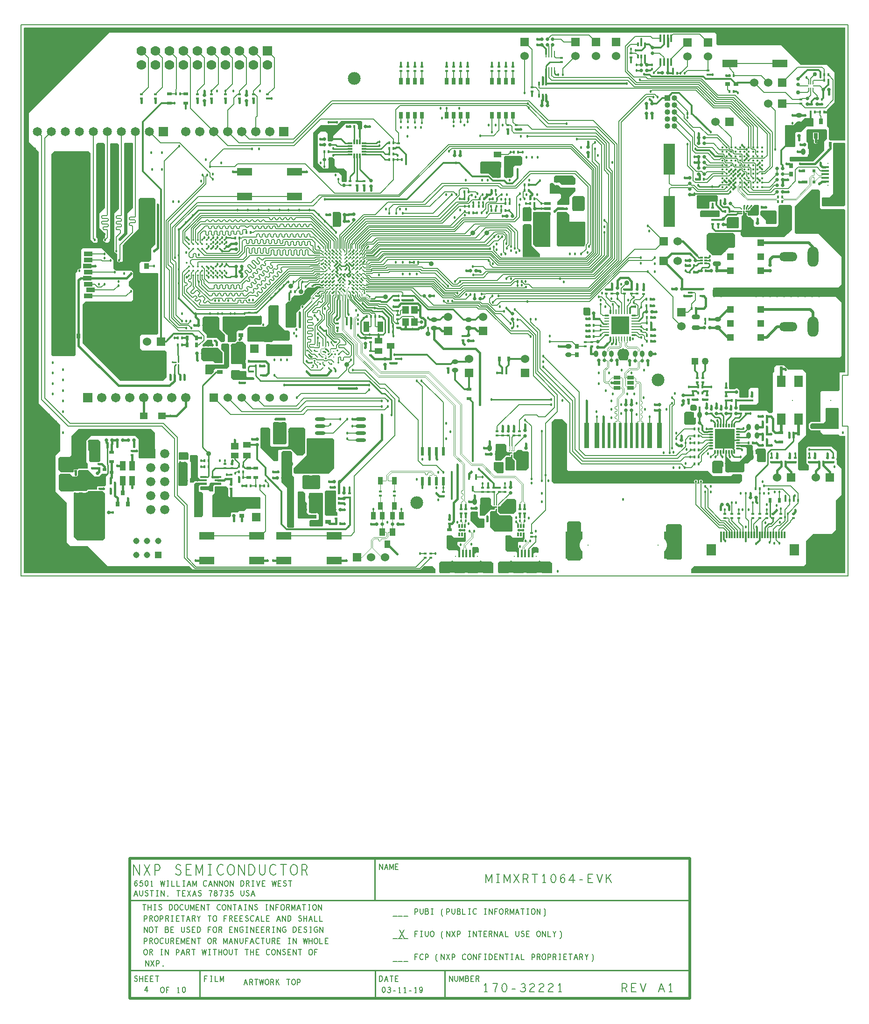
<source format=gbr>
G04 ================== begin FILE IDENTIFICATION RECORD ==================*
G04 Layout Name:  LAY-32221_A1.brd*
G04 Film Name:    L1_TOP*
G04 File Format:  Gerber RS274X*
G04 File Origin:  Cadence Allegro 16.6-2015-S103*
G04 Origin Date:  Mon Mar 11 10:16:28 2019*
G04 *
G04 Layer:  PACKAGE GEOMETRY/SHORT_LAYER_TOP*
G04 Layer:  DRAWING FORMAT/FILM_TITLE_BLOCK*
G04 Layer:  VIA CLASS/TOP*
G04 Layer:  PIN/TOP*
G04 Layer:  ETCH/TOP*
G04 Layer:  BOARD GEOMETRY/OUTLINE*
G04 *
G04 Offset:    (0.00 0.00)*
G04 Mirror:    No*
G04 Mode:      Positive*
G04 Rotation:  0*
G04 FullContactRelief:  No*
G04 UndefLineWidth:     6.00*
G04 ================== end FILE IDENTIFICATION RECORD ====================*
%FSLAX55Y55*MOIN*%
%IR0*IPPOS*OFA0.00000B0.00000*MIA0B0*SFA1.00000B1.00000*%
%AMMACRO98*
4,1,15,.05906,.09646,
.05906,-.09646,
-.05906,-.09646,
-.05906,-.04412,
-.052039,-.036135,
-.04651,-.027053,
-.042643,-.017148,
-.040555,-.006722,
-.040309,.003908,
-.041912,.014419,
-.045316,.024492,
-.050418,.033821,
-.057062,.042122,
-.05906,.04412,
-.05906,.09646,
.05906,.09646,
0.0*
%
%ADD98MACRO98*%
%ADD63R,.112X.07*%
%ADD99R,.08X.22*%
%ADD52R,.11X.055*%
%ADD119O,.13X.065*%
%ADD48C,.01*%
%ADD88R,.032X.181*%
%ADD91R,.024X.181*%
%ADD32C,.03*%
%ADD12O,.061X.148*%
%ADD129R,.031X.008*%
%ADD100C,.04*%
%ADD67C,.013*%
%ADD16O,.148X.061*%
%ADD109C,.05*%
%ADD49C,.014*%
%ADD53R,.044X.146*%
%ADD42C,.06*%
%ADD116C,.016*%
%ADD45C,.07*%
%ADD27C,.025*%
%ADD64R,.061X.158*%
%ADD55C,.035*%
%ADD125R,.008X.028*%
%ADD38C,.045*%
%ADD10C,.018*%
%ADD124R,.028X.008*%
%AMMACRO114*
4,1,23,-.008,.0055,
.014,.0055,
.014,-.0055,
-.008,-.0055,
-.0085,-.0055,
-.009455,-.005416,
-.010381,-.005168,
-.01125,-.004763,
-.012035,-.004213,
-.012713,-.003535,
-.013263,-.00275,
-.013668,-.001881,
-.013916,-.000955,
-.014,0.0,
-.013916,.000955,
-.013668,.001881,
-.013263,.00275,
-.012713,.003535,
-.012035,.004213,
-.01125,.004763,
-.010381,.005168,
-.009455,.005416,
-.0085,.0055,
-.008,.0055,
0.0*
%
%ADD114MACRO114*%
%AMMACRO107*
4,1,23,-.0055,-.008,
-.0055,.014,
.0055,.014,
.0055,-.008,
.0055,-.0085,
.005416,-.009455,
.005168,-.010381,
.004763,-.01125,
.004213,-.012035,
.003535,-.012713,
.00275,-.013263,
.001881,-.013668,
.000955,-.013916,
0.0,-.014,
-.000955,-.013916,
-.001881,-.013668,
-.00275,-.013263,
-.003535,-.012713,
-.004213,-.012035,
-.004763,-.01125,
-.005168,-.010381,
-.005416,-.009455,
-.0055,-.0085,
-.0055,-.008,
0.0*
%
%ADD107MACRO107*%
%ADD14C,.091*%
%ADD101R,.04X.04*%
%ADD25C,.056*%
%ADD15C,.065*%
%ADD108R,.05X.05*%
%ADD39C,.066*%
%ADD50R,.06X.06*%
%ADD37C,.067*%
%ADD65R,.07X.07*%
%ADD24R,.016X.016*%
%ADD46R,.045X.045*%
%ADD51R,.065X.065*%
%ADD20R,.056X.056*%
%ADD77R,.075X.075*%
%ADD40R,.066X.066*%
%ADD28R,.067X.067*%
%ADD90R,.079X.079*%
%ADD120O,.07874X.1437*%
%ADD17O,.06098X.15799*%
%AMMACRO87*
4,1,15,-.05906,-.09646,
-.05906,.09646,
.05906,.09646,
.05906,.04412,
.052039,.036135,
.04651,.027053,
.042643,.017148,
.040555,.006722,
.040309,-.003908,
.041912,-.014419,
.045316,-.024492,
.050418,-.033821,
.057062,-.042122,
.05906,-.04412,
.05906,-.09646,
-.05906,-.09646,
0.0*
%
%ADD87MACRO87*%
%ADD112R,.02X.012*%
%ADD97O,.011X.034*%
%ADD123R,.03X.04*%
%ADD94O,.034X.011*%
%ADD70R,.012X.032*%
%ADD60R,.04X.03*%
%ADD122R,.02X.024*%
%ADD96R,.011X.034*%
%ADD86R,.015X.03*%
%ADD71R,.032X.012*%
%ADD13O,.04X.07*%
%ADD95R,.034X.011*%
%ADD89R,.031X.033*%
%ADD117R,.033X.031*%
%ADD111R,.032X.015*%
%ADD110O,.06X.035*%
%ADD81R,.012X.025*%
%ADD78R,.032X.024*%
%ADD26R,.024X.032*%
%ADD19R,.02X.018*%
%ADD128R,.024X.032*%
%ADD36R,.032X.024*%
%ADD23R,.018X.02*%
%ADD92R,.05X.025*%
%ADD34R,.031X.035*%
%ADD11C,.22*%
%ADD58R,.055X.04*%
%ADD56O,.045X.035*%
%ADD127R,.053X.016*%
%ADD126O,.083X.043*%
%ADD85R,.011X.048*%
%ADD76R,.024X.063*%
%ADD72R,.04X.055*%
%ADD47O,.035X.045*%
%ADD82R,.016X.036*%
%ADD80R,.051X.018*%
%ADD79R,.016X.053*%
%ADD66O,.075X.025*%
%ADD57R,.033X.028*%
%ADD21R,.026X.016*%
%ADD113R,.012X.049*%
%ADD75R,.03X.049*%
%ADD61R,.023X.047*%
%ADD43R,.056X.051*%
%ADD35R,.025X.019*%
%ADD29R,.028X.033*%
%ADD22R,.04X.039*%
%ADD115R,.047X.051*%
%ADD84R,.047X.024*%
%ADD73R,.036X.054*%
%ADD18R,.019X.016*%
%ADD121R,.039X.024*%
%ADD68R,.037X.053*%
%ADD62R,.039X.016*%
%ADD31R,.059X.032*%
%ADD93R,.13X.13*%
%ADD83R,.016X.039*%
%ADD69R,.043X.075*%
%ADD41R,.052X.048*%
%ADD102R,.018X.057*%
%ADD74R,.047X.055*%
%ADD54R,.048X.017*%
%ADD33R,.044X.067*%
%ADD44R,.037X.039*%
%ADD30R,.075X.055*%
%ADD104R,.142X.142*%
%ADD59R,.055X.048*%
%AMMACRO105*
4,1,23,.0055,.008,
.0055,-.014,
-.0055,-.014,
-.0055,.008,
-.0055,.0085,
-.005416,.009455,
-.005168,.010381,
-.004763,.01125,
-.004213,.012035,
-.003535,.012713,
-.00275,.013263,
-.001881,.013668,
-.000955,.013916,
0.0,.014,
.000955,.013916,
.001881,.013668,
.00275,.013263,
.003535,.012713,
.004213,.012035,
.004763,.01125,
.005168,.010381,
.005416,.009455,
.0055,.0085,
.0055,.008,
0.0*
%
%ADD105MACRO105*%
%AMMACRO106*
4,1,23,.008,-.0055,
-.014,-.0055,
-.014,.0055,
.008,.0055,
.0085,.0055,
.009455,.005416,
.010381,.005168,
.01125,.004763,
.012035,.004213,
.012713,.003535,
.013263,.00275,
.013668,.001881,
.013916,.000955,
.014,0.0,
.013916,-.000955,
.013668,-.001881,
.013263,-.00275,
.012713,-.003535,
.012035,-.004213,
.01125,-.004763,
.010381,-.005168,
.009455,-.005416,
.0085,-.0055,
.008,-.0055,
0.0*
%
%ADD106MACRO106*%
%ADD103R,.071X.079*%
%ADD118R,.063X.079*%
%ADD130C,.011*%
%ADD131C,.02*%
%ADD132C,.012*%
%ADD133C,.015*%
%ADD134C,.004*%
%ADD135C,.005*%
%ADD136C,.006*%
%ADD137C,.0042*%
%ADD138C,.008*%
%ADD139C,.0047*%
G75*
%LPD*%
G75*
G36*
G01X296000Y2201D02*
G02X295800Y2001I-200J0D01*
G01X2201D01*
G02X2001Y2201I0J200D01*
G01Y391499D01*
G02X2201Y391699I200J0D01*
G01X588349D01*
G02X588549Y391499I0J-200D01*
G01Y311200D01*
G02X588349Y311000I-200J0D01*
G01X579802D01*
X578000D01*
X577000Y312000D01*
Y320000D01*
X575500Y321500D01*
Y333000D01*
X581000Y338500D01*
Y359500D01*
X575500Y365000D01*
X557000D01*
X548500Y373500D01*
X543000Y379000D01*
X497500D01*
X496500Y380000D01*
Y387000D01*
X495500Y388000D01*
X63000D01*
X5500Y330500D01*
Y310000D01*
X12500Y303000D01*
Y247500D01*
Y225000D01*
Y188500D01*
Y171000D01*
Y123500D01*
X28000Y108000D01*
Y101000D01*
Y89500D01*
X24500Y86000D01*
Y63000D01*
Y60500D01*
X32500Y52500D01*
Y32000D01*
Y24000D01*
X35000Y21500D01*
X47501D01*
X62001Y7000D01*
X120108D01*
X122360Y4748D01*
X123688D01*
X123838Y4598D01*
X285137D01*
X285287Y4748D01*
X287539Y7000D01*
X294000D01*
X296000Y5000D01*
Y2201D01*
G37*
G36*
G01X28700Y60400D02*
X27000Y62100D01*
Y72000D01*
X28000Y73000D01*
X34900D01*
X36700Y71200D01*
X38380D01*
X38414Y71187D01*
G03X39398I492J1313D01*
G01X39432Y71200D01*
X39600D01*
X40500Y72100D01*
Y74900D01*
X41300Y75700D01*
X47800D01*
X52500Y71000D01*
X54067D01*
G03X54100Y70998I47J499D01*
G01X54900D01*
G03X54933Y71000I-14J501D01*
G01X55500D01*
X57500Y73000D01*
X60000D01*
X60500Y72500D01*
Y64800D01*
X59700Y64000D01*
X54600D01*
X54400Y63800D01*
Y61900D01*
X54302Y61802D01*
X47785D01*
X46585Y60602D01*
X37585D01*
X37384Y60400D01*
X28700D01*
G37*
G36*
G01X50000Y100000D02*
X46892Y96892D01*
X46846Y96877D01*
G03X46523Y96554I154J-477D01*
G01X46508Y96508D01*
X46500Y96500D01*
Y96433D01*
G03X46498Y96400I499J-47D01*
G01Y95600D01*
G03X46500Y95567I501J14D01*
G01Y81500D01*
X47500Y80500D01*
Y76902D01*
G02X47300Y76702I-200J0D01*
G01X40885D01*
X40426Y76242D01*
X37454D01*
Y74400D01*
G02X37254Y74200I-200J0D01*
G01X28500D01*
X26500Y76200D01*
Y84000D01*
X27500Y85000D01*
X34500D01*
X36000Y86500D01*
Y100000D01*
X41000Y105000D01*
X93000D01*
X95500Y102500D01*
Y84200D01*
G02X95300Y84000I-200J0D01*
G01X84500D01*
X84000Y84500D01*
Y91500D01*
Y97500D01*
X81500Y100000D01*
X50000D01*
G37*
G36*
G01X71000Y139500D02*
X44000Y166500D01*
Y194000D01*
X46000Y196000D01*
X78500D01*
X80000Y197500D01*
Y204500D01*
X77000Y207500D01*
Y210500D01*
X80000Y213500D01*
Y217000D01*
X79000Y218000D01*
X67984D01*
G03X67167Y218393I-984J-1000D01*
G01X67099Y218401D01*
X66000Y219500D01*
Y225500D01*
X60837Y230663D01*
X60822Y230706D01*
G03X59970Y231558I-1322J-470D01*
G01X59927Y231573D01*
X57500Y234000D01*
X44000D01*
X43000Y233000D01*
Y220500D01*
X41860Y219360D01*
X41756Y219379D01*
G03X40121Y217744I-256J-1379D01*
G01X40140Y217640D01*
X39000Y216500D01*
Y158000D01*
X38000Y157000D01*
X22500D01*
X21500Y158000D01*
Y301500D01*
X23500Y303500D01*
X48000D01*
X49500Y302000D01*
Y240500D01*
X52000Y238000D01*
X54000D01*
X54500Y238500D01*
Y241000D01*
X53500Y242000D01*
Y308500D01*
X54500Y309500D01*
X59000D01*
X60000Y308500D01*
Y263000D01*
X56000Y259000D01*
Y248500D01*
X59500Y245000D01*
X60000Y244500D01*
Y241414D01*
X59825Y241392D01*
G03X59833Y238607I175J-1392D01*
G01X59901Y238599D01*
X60500Y238000D01*
X62000D01*
X63500Y239500D01*
Y308500D01*
X64000Y309000D01*
X69000D01*
X70000Y308000D01*
Y262500D01*
X66500Y259000D01*
Y232000D01*
X66599Y231901D01*
X66607Y231833D01*
G03X67833Y230607I1393J167D01*
G01X67901Y230599D01*
X68500Y230000D01*
Y225000D01*
X69000Y224500D01*
X69013D01*
X69070Y224448D01*
G03X71008Y224500I942J1040D01*
G01X72000D01*
X72500Y225000D01*
Y236500D01*
X73500Y237500D01*
X84000Y248000D01*
Y269000D01*
X85000Y270000D01*
X95000D01*
X96000Y269000D01*
Y245000D01*
Y237000D01*
X93000Y234000D01*
Y226000D01*
X91500Y224500D01*
X85500D01*
X84500Y223500D01*
Y217500D01*
X85500Y216500D01*
X97500D01*
X98000Y216000D01*
Y195000D01*
Y179000D01*
Y173500D01*
X97000Y172500D01*
X86000D01*
X85000Y171500D01*
Y162500D01*
X86500Y161000D01*
X103000D01*
X104000Y160000D01*
Y142000D01*
X101500Y139500D01*
X88500D01*
X71000D01*
G37*
G36*
G01X37500Y28000D02*
Y59100D01*
X38000Y59600D01*
X38882D01*
X38998Y59483D01*
Y59424D01*
X41002D01*
Y59483D01*
X41118Y59600D01*
X43882D01*
X43998Y59483D01*
Y59424D01*
X46002D01*
Y59483D01*
X46118Y59600D01*
X47000D01*
X48200Y60800D01*
X58400D01*
X60000Y59200D01*
Y45933D01*
G03X59998Y45900I499J-47D01*
G01Y45100D01*
G03X60000Y45067I501J14D01*
G01Y27000D01*
X58500Y25500D01*
X40000D01*
X37500Y28000D01*
G37*
G36*
G01X49500Y81500D02*
X48500Y82500D01*
Y89500D01*
X48000Y90000D01*
Y96584D01*
X48916Y97500D01*
X55000D01*
X56500Y96000D01*
Y82500D01*
X55500Y81500D01*
X49500D01*
G37*
G36*
G01X74000Y309500D02*
X79500D01*
X80000Y309000D01*
Y263000D01*
X76000Y259000D01*
Y245000D01*
Y244500D01*
X75000Y243500D01*
X71000Y239500D01*
X70500D01*
X70000D01*
X69500Y240000D01*
Y241000D01*
X73500Y245000D01*
Y309000D01*
X74000Y309500D01*
G37*
G36*
G01X113000Y64500D02*
X112252Y65248D01*
Y80752D01*
X113000Y81500D01*
X118000D01*
X118998Y80502D01*
Y77498D01*
X119000D01*
Y75502D01*
X118998D01*
Y71498D01*
X119000D01*
Y65500D01*
X118000Y64500D01*
X113000D01*
G37*
G36*
G01Y83000D02*
X112500Y83500D01*
Y88200D01*
X112800Y88500D01*
X118500D01*
X119500Y87500D01*
Y86416D01*
X119498Y86415D01*
Y85576D01*
X119424Y85502D01*
Y83424D01*
X119000Y83000D01*
X113000D01*
G37*
G36*
G01X123500Y65500D02*
X124600Y66600D01*
X132500D01*
X132550Y66550D01*
Y65200D01*
G02X132350Y65000I-200J0D01*
G01X127500D01*
X127000Y64500D01*
Y60500D01*
X127500Y60000D01*
X129000D01*
X130000Y59000D01*
Y43500D01*
X128500Y42000D01*
X124000D01*
X123500Y42500D01*
Y65500D01*
G37*
G36*
G01X137000Y42000D02*
X136500Y42500D01*
Y57500D01*
X138300Y59300D01*
Y63800D01*
X138500Y64000D01*
X146500D01*
X148000Y62500D01*
Y57500D01*
X149000Y56500D01*
X170500D01*
X171000Y56000D01*
Y48500D01*
X170500Y48000D01*
X161000D01*
X159500Y46500D01*
X155500D01*
X154500Y45500D01*
X152433D01*
G03X152400Y45502I-47J-499D01*
G01X151600D01*
G03X151567Y45500I14J-501D01*
G01X150500D01*
X150000Y45000D01*
Y43000D01*
X149000Y42000D01*
X137000D01*
G37*
G36*
G01X135000Y60500D02*
X134000Y61500D01*
X128500D01*
X128002Y61998D01*
Y63798D01*
G02X128202Y63998I200J1D01*
G01X133552D01*
Y64052D01*
X134500Y65000D01*
Y66000D01*
X135100Y66600D01*
X142900D01*
X143000Y66500D01*
Y65100D01*
X142902Y65002D01*
X138085D01*
X138084Y65000D01*
X138000D01*
X137250Y64250D01*
Y60750D01*
X137000Y60500D01*
X135000D01*
G37*
G36*
G01X121050Y66700D02*
X120500Y67250D01*
Y67567D01*
G03X120502Y67600I-499J47D01*
G01Y68400D01*
G03X120500Y68433I-501J-14D01*
G01Y69900D01*
X121100Y70500D01*
Y81400D01*
X121002Y81498D01*
Y81502D01*
X120998D01*
X120500Y82000D01*
Y83422D01*
X120576Y83498D01*
Y85502D01*
X120500Y85578D01*
Y86000D01*
X121000Y86500D01*
X125500D01*
X126100Y85900D01*
Y70600D01*
X127600Y69100D01*
X132600D01*
X132700Y69000D01*
Y67700D01*
X132602Y67602D01*
X124185D01*
X124184Y67600D01*
X124000D01*
X123100Y66700D01*
X121050D01*
G37*
G36*
G01X132000Y144000D02*
X131500Y144500D01*
Y150500D01*
X131998Y150998D01*
X136002D01*
Y151000D01*
X138084D01*
X138085Y150998D01*
X143915D01*
X143916Y151000D01*
X145000D01*
Y152084D01*
X145002Y152085D01*
Y158995D01*
X145000Y158997D01*
Y160000D01*
X143000Y162000D01*
Y164500D01*
Y165000D01*
Y165500D01*
X143500Y166000D01*
X148000D01*
X148500Y165500D01*
Y164932D01*
Y164927D01*
G03X148499Y164900I500J-32D01*
G01Y164100D01*
G03X148500Y164073I501J5D01*
G01Y164068D01*
Y149500D01*
X147000Y148000D01*
X138500D01*
X137500Y147000D01*
Y145416D01*
X136084Y144000D01*
X132000D01*
G37*
G36*
G01Y163000D02*
X140500D01*
X144000Y159500D01*
Y152500D01*
X143500Y152000D01*
X138500D01*
X137000Y153500D01*
X132000D01*
X130000D01*
X128500Y155000D01*
Y162000D01*
X129500Y163000D01*
X132000D01*
G37*
G36*
G01X137500Y165500D02*
Y165000D01*
Y164500D01*
X137000Y164000D01*
X136500D01*
X133000D01*
X130000D01*
X129500Y164500D01*
Y165386D01*
X133014Y168900D01*
X136000D01*
X136500Y168400D01*
Y166500D01*
X137500Y165500D01*
G37*
G36*
G01X143000Y167000D02*
X140000Y170000D01*
Y170076D01*
X137499D01*
Y170000D01*
X135001D01*
Y170076D01*
X132999D01*
X132946Y170054D01*
X132500Y170500D01*
Y172500D01*
X129500Y175500D01*
Y184500D01*
X130500Y185500D01*
X140500D01*
X141500Y184500D01*
Y176500D01*
X145500Y172500D01*
Y168000D01*
X144500Y167000D01*
X143000D01*
G37*
G36*
G01X151500Y140000D02*
X150000Y141500D01*
Y146500D01*
X150500Y147000D01*
X156000D01*
X156500Y146500D01*
X160500D01*
X161000Y146000D01*
Y142500D01*
X161500Y142000D01*
X166000D01*
X166500Y141500D01*
Y140500D01*
X166000Y140000D01*
X160502D01*
Y140042D01*
X158498D01*
Y140000D01*
X151500D01*
G37*
G36*
G01X160000Y148000D02*
X158500D01*
X158000Y148500D01*
Y151000D01*
X157500Y151500D01*
X150500D01*
X150000Y152000D01*
Y165500D01*
X150500Y166000D01*
X153000D01*
X154500Y167500D01*
X158000D01*
X160500Y165000D01*
Y154392D01*
X160400Y154292D01*
Y152288D01*
X160500Y152188D01*
Y148500D01*
X160000Y148000D01*
G37*
G36*
G01X150500Y185500D02*
X159500D01*
X159826Y185826D01*
X171674D01*
X172000Y185500D01*
Y180500D01*
X171000Y179500D01*
X162500D01*
X160000Y177000D01*
X158500Y175500D01*
X155000D01*
X154000Y174500D01*
Y169000D01*
Y168500D01*
X152500Y167000D01*
X152000D01*
X149500D01*
X148000D01*
X147500Y167500D01*
Y172000D01*
X147000Y172500D01*
X144000Y175500D01*
Y185000D01*
X144500Y185500D01*
X150500D01*
G37*
G36*
G01X180500Y82000D02*
X171000Y91500D01*
Y105500D01*
X171500Y106000D01*
X177000D01*
X177998Y105002D01*
Y100998D01*
X178000D01*
Y93500D01*
X179000Y92500D01*
X190000D01*
X191000Y93500D01*
Y105000D01*
X192000Y106000D01*
X202000D01*
X203000Y105000D01*
Y97001D01*
X202824D01*
Y94999D01*
X203000D01*
Y91932D01*
Y91927D01*
G03X202999Y91900I500J-32D01*
G01Y91100D01*
G03X203000Y91073I501J5D01*
G01Y91068D01*
Y88000D01*
X201000Y86000D01*
X197416D01*
X193416Y90000D01*
X192915Y90502D01*
X186585D01*
X186084Y90000D01*
X184000D01*
X183500Y89500D01*
Y82500D01*
X183000Y82000D01*
X180500D01*
G37*
G36*
G01X181499Y111002D02*
X181000Y111500D01*
Y112500D01*
X181500Y113000D01*
X188500D01*
X189000Y112500D01*
Y111500D01*
X188501Y111002D01*
X186002D01*
Y111026D01*
X183998D01*
Y111002D01*
X181499D01*
G37*
G36*
G01X180600Y94000D02*
X180000Y94600D01*
Y100998D01*
X180002D01*
Y105002D01*
X180000D01*
Y109500D01*
X180500Y110000D01*
X183882D01*
X183998Y109883D01*
Y109874D01*
X186002D01*
Y109883D01*
X186118Y110000D01*
X188500D01*
X189500Y109000D01*
Y103383D01*
G03X189498Y103350I499J-47D01*
G01Y102550D01*
G03X189500Y102517I501J14D01*
G01Y95000D01*
X188500Y94000D01*
X180600D01*
G37*
G36*
G01X177450Y165750D02*
X177700Y165500D01*
X193000D01*
X193500Y165000D01*
Y157500D01*
X193000Y157000D01*
X175500D01*
X175000Y157500D01*
Y165500D01*
X175250Y165750D01*
X177450D01*
G37*
G36*
G01X162500Y178000D02*
X174500D01*
X176550Y180050D01*
Y192550D01*
X177500Y193500D01*
X183500D01*
X184000Y193000D01*
Y180050D01*
X188525Y175525D01*
X190975D01*
X192000Y174500D01*
Y169000D01*
X191000Y168000D01*
X180000D01*
X179000Y167000D01*
X177201D01*
Y167076D01*
X175199D01*
Y167000D01*
X174000D01*
X173500Y167500D01*
X162000D01*
X161500Y168000D01*
Y177000D01*
X162500Y178000D01*
G37*
G36*
G01X198200Y41100D02*
X197500Y41800D01*
Y60000D01*
X198000Y60500D01*
X201500D01*
X203000Y59000D01*
Y58502D01*
X202998D01*
Y54498D01*
X203000D01*
Y53500D01*
X204000Y52500D01*
Y45300D01*
X205400Y43900D01*
X210700D01*
X211000Y43600D01*
Y41300D01*
X210800Y41100D01*
X198200D01*
G37*
G36*
G01X191000Y34500D02*
X190000Y35500D01*
Y63000D01*
X186000Y67000D01*
Y88500D01*
X187000Y89500D01*
X192500D01*
X193500Y88500D01*
Y75578D01*
X193424Y75502D01*
Y73498D01*
X193500Y73422D01*
Y72152D01*
X195000Y70652D01*
Y61916D01*
X194998Y61915D01*
Y40585D01*
X195000Y40584D01*
Y35000D01*
X194500Y34500D01*
X191000D01*
G37*
G36*
G01X206100Y45000D02*
X205500Y45600D01*
Y51067D01*
G03X205502Y51100I-499J47D01*
G01Y51900D01*
G03X205500Y51933I-501J-14D01*
G01Y59000D01*
X206000Y59500D01*
X211000D01*
X215000D01*
X215500Y59000D01*
Y36000D01*
X215000Y35500D01*
X206500D01*
X206000Y36000D01*
Y39500D01*
X206500Y40000D01*
X212000D01*
X212500Y40500D01*
Y44000D01*
X211500Y45000D01*
X210500D01*
X206100D01*
G37*
G36*
G01X202000Y62000D02*
X201000Y63000D01*
Y71500D01*
X201500Y72000D01*
X205999D01*
Y71824D01*
X208001D01*
Y72000D01*
X213000D01*
X213500Y71500D01*
Y63000D01*
X212500Y62000D01*
X202000D01*
G37*
G36*
G01X195500Y73000D02*
X194576Y73924D01*
Y75502D01*
X194502Y75576D01*
Y77002D01*
X196000Y78500D01*
X202500Y85000D01*
X204000Y86500D01*
Y98000D01*
X204500Y98500D01*
X222500D01*
X223500Y97500D01*
Y77000D01*
X219500Y73000D01*
X198500D01*
X195500D01*
G37*
G36*
G01X212428Y205328D02*
X212334D01*
X209296Y202291D01*
Y202287D01*
X206799Y199790D01*
Y198299D01*
X201930Y193430D01*
X201759Y193481D01*
X201736Y193495D01*
G03X199655Y191900I-736J-1195D01*
G03X199618Y191252I1345J-402D01*
G01X199620Y191243D01*
X199629Y191129D01*
X196500Y188000D01*
Y178500D01*
X195500Y177500D01*
X189500D01*
X189000Y178000D01*
Y194500D01*
X189898Y195398D01*
X190000D01*
X190851Y196249D01*
X190974Y196199D01*
G03X192801Y198026I526J1301D01*
G01X192751Y198149D01*
X195051Y200449D01*
X198949D01*
X199342Y200842D01*
X199452Y200814D01*
G03X202186Y203548I548J2186D01*
G01X202158Y203658D01*
X204095Y205595D01*
X204132Y205610D01*
G03X204724Y206075I-539J1295D01*
G01X204751Y206112D01*
X204915Y206198D01*
X207204D01*
G03X208019Y205897I796J902D01*
G03X209342Y206141I481J1103D01*
G02X209482Y206198I140J-143D01*
G01X209800D01*
X210400Y206798D01*
X210484Y206797D01*
X210486D01*
G03X211169Y207000I14J1203D01*
G01X213471D01*
G03X215457Y206376I1174J263D01*
G01X215483Y206401D01*
X215622Y206457D01*
X216313D01*
G03X216400Y206370I893J806D01*
G01Y205700D01*
X216100Y205400D01*
X212500D01*
X212428Y205328D01*
G37*
G36*
G01X217000Y45000D02*
Y48000D01*
Y60500D01*
X217500Y61000D01*
X224500D01*
X224850Y60650D01*
Y56350D01*
X224924Y56276D01*
Y54498D01*
X225000Y54422D01*
Y53102D01*
X224900Y53002D01*
Y50998D01*
X225000Y50898D01*
Y46500D01*
X226000Y45500D01*
Y43500D01*
Y43252D01*
X225837Y43089D01*
X217911D01*
X217500Y43500D01*
X217000Y44000D01*
Y44500D01*
Y45000D01*
G37*
G36*
G01X223000Y249500D02*
X222700Y249800D01*
Y259700D01*
X223000Y260000D01*
X227500D01*
X228500Y259000D01*
Y258433D01*
G03X228498Y258400I499J-47D01*
G01Y257600D01*
G03X228500Y257567I501J14D01*
G01Y253933D01*
G03X228498Y253900I499J-47D01*
G01Y253100D01*
G03X228500Y253067I501J14D01*
G01Y250500D01*
X227500Y249500D01*
X223000D01*
G37*
G36*
G01X229500Y281500D02*
X229000Y282000D01*
Y286000D01*
X227000Y288000D01*
X213000D01*
X208500Y292500D01*
Y316500D01*
X214000Y322000D01*
X221422D01*
X221498Y321924D01*
X223502D01*
X223578Y322000D01*
X225500D01*
X226406Y322906D01*
G03X226570Y323070I-906J1070D01*
G01X228500Y325000D01*
X243000D01*
X243500Y324500D01*
Y321577D01*
X243491Y321548D01*
G03X243468Y321397I478J-150D01*
G01Y320597D01*
G03X243491Y320446I501J-1D01*
G01X243500Y320417D01*
Y319500D01*
X243000Y319000D01*
X241000D01*
X240500Y319500D01*
Y322000D01*
X239500Y323000D01*
X231500D01*
X227500Y319000D01*
X224500Y316000D01*
X223000Y314500D01*
Y311500D01*
X222000Y310500D01*
X219500D01*
X219000Y311000D01*
Y311567D01*
G03X219002Y311600I-499J47D01*
G01Y312400D01*
G03X219000Y312433I-501J-14D01*
G01Y316000D01*
X217500Y317500D01*
X214000D01*
X212000Y315500D01*
Y295000D01*
X216000Y291000D01*
X219000D01*
X219500Y291500D01*
Y298500D01*
X220000Y299000D01*
X222500D01*
X224000Y297500D01*
Y293000D01*
X226000Y291000D01*
X230500D01*
X232500Y289000D01*
Y282000D01*
X232000Y281500D01*
X231060D01*
X231034Y281507D01*
G03X230900Y281526I-137J-483D01*
G01X230100D01*
G03X229966Y281507I3J-502D01*
G01X229940Y281500D01*
X229500D01*
G37*
G36*
G01X298500Y9500D02*
X299500Y10500D01*
X336000D01*
X337000Y9500D01*
Y3000D01*
X336500Y2500D01*
X299000D01*
X298500Y3000D01*
Y9500D01*
G37*
G36*
G01X312723Y14020D02*
G03X312200Y15744I-2597J153D01*
G01Y17824D01*
X311500Y18524D01*
X305500D01*
X304000Y20024D01*
Y28896D01*
X304100Y28996D01*
X307700D01*
X309200Y27496D01*
X316100D01*
X316400Y27796D01*
Y30996D01*
X316500Y31096D01*
X317400D01*
X317500Y30996D01*
Y25046D01*
X316800Y24346D01*
X312000D01*
X311600Y23946D01*
Y22396D01*
X313600Y20396D01*
Y13696D01*
X313500Y13596D01*
X313123D01*
G02X312723Y14020I-1J400D01*
G37*
G36*
G01X323000Y13396D02*
X322400Y13996D01*
Y20296D01*
X323000Y20896D01*
X326000D01*
X327000Y19896D01*
Y17086D01*
G02X326503Y16698I-400J0D01*
G03X323328Y13637I-629J-2525D01*
G01X323332Y13617D01*
Y13596D01*
G02X323132Y13396I-200J0D01*
G01X323000D01*
G37*
G36*
G01X340000Y47810D02*
Y45900D01*
X340006Y45894D01*
Y45401D01*
X342007Y43400D01*
X346918D01*
X346998Y43320D01*
X349002D01*
X349082Y43400D01*
X349600D01*
X350900Y42100D01*
Y32500D01*
X350312Y31912D01*
X338088D01*
X335000Y35000D01*
Y38499D01*
X335076D01*
Y40501D01*
X335000D01*
Y45767D01*
X335511Y46278D01*
X335813Y46580D01*
X338524D01*
X339076Y47132D01*
Y47986D01*
X339252Y48162D01*
X339743D01*
X340000Y47905D01*
Y47810D01*
G37*
G36*
G01X325500Y35000D02*
X321000Y39500D01*
Y45500D01*
X321500Y46000D01*
X326000D01*
X326406Y45594D01*
Y42094D01*
X326500Y42000D01*
X327500Y41000D01*
X330500D01*
X331000Y40500D01*
Y40000D01*
Y35500D01*
Y35000D01*
X330500Y34500D01*
X326000D01*
X325500Y35000D01*
G37*
G36*
G01X330500Y43000D02*
X328000D01*
X327555Y43445D01*
X327576Y43498D01*
Y45502D01*
X327500Y45578D01*
Y48067D01*
G03X327502Y48100I-499J47D01*
G01Y48900D01*
G03X327500Y48933I-501J-14D01*
G01Y50798D01*
G02X327700Y50998I200J0D01*
G01X328002D01*
Y55002D01*
X327984D01*
G02X327843Y55343I0J200D01*
G01X328500Y56000D01*
X334500D01*
X335500Y55000D01*
Y51000D01*
X336688Y49812D01*
X339729D01*
X339962Y49579D01*
Y49062D01*
X339710Y48810D01*
X338922D01*
X338411Y48299D01*
Y47512D01*
X338177Y47278D01*
X335097D01*
X330819Y43000D01*
X330500D01*
G37*
G36*
G01X344104Y81396D02*
X344500Y81000D01*
Y74000D01*
X344000Y73500D01*
X340000D01*
X337500Y76000D01*
Y81000D01*
X337896Y81396D01*
X344104D01*
G37*
G36*
G01X350962Y87703D02*
X349852D01*
X349037Y86888D01*
Y86144D01*
X346230D01*
X345000Y84914D01*
Y84681D01*
X342819Y82500D01*
X341001D01*
Y82576D01*
X339000D01*
X338576Y83000D01*
Y84002D01*
X338500Y84078D01*
Y86566D01*
X338501Y86574D01*
G03X338502Y86600I-500J32D01*
G01Y87400D01*
G03X338501Y87426I-501J-6D01*
G01X338500Y87434D01*
Y89498D01*
X339002D01*
Y93502D01*
X338985D01*
G02X338843Y93843I0J200D01*
G01X339500Y94500D01*
X345500D01*
X346500Y93500D01*
Y89500D01*
X347688Y88312D01*
X350729D01*
X350962Y88079D01*
Y87703D01*
G37*
G36*
G01X328000Y288000D02*
Y295500D01*
X328500Y296000D01*
X342000D01*
X342500Y295500D01*
Y288502D01*
X342498D01*
Y284998D01*
X342000Y284500D01*
X337000D01*
X334000Y287500D01*
X328500D01*
X328000Y288000D01*
G37*
G36*
G01X340500Y9500D02*
X341500Y10500D01*
X378000D01*
X379000Y9500D01*
Y3000D01*
X378500Y2500D01*
X341000D01*
X340500Y3000D01*
Y9500D01*
G37*
G36*
G01X359420Y26327D02*
G03X358961Y24680I841J-1122D01*
G02X358917Y24463I-185J-75D01*
G01X358800Y24346D01*
X355200D01*
X354900Y24046D01*
Y21194D01*
G03Y21054I1400J-70D01*
G01Y20724D01*
X354983Y20641D01*
X354999Y20603D01*
G03X355512Y19964I1302J520D01*
G02X355600Y19799I-112J-166D01*
G01Y13696D01*
X355500Y13596D01*
X355123D01*
G02X354723Y14020I-1J400D01*
G03X354238Y15693I-2597J154D01*
G01X354200Y15746D01*
Y16624D01*
X353500Y17324D01*
X347200D01*
X346000Y18524D01*
Y28896D01*
X346100Y28996D01*
X349700D01*
X351200Y27496D01*
X358100D01*
X358400Y27796D01*
Y30996D01*
X358500Y31096D01*
X359400D01*
X359500Y30996D01*
Y26487D01*
G02X359420Y26327I-200J0D01*
G37*
G36*
G01X342910Y50884D02*
Y50793D01*
X341922Y49805D01*
X340791D01*
X340621Y49635D01*
Y45984D01*
X342105Y44500D01*
X351500D01*
X353500Y46500D01*
Y54000D01*
X352500Y55000D01*
X347026D01*
X342910Y50884D01*
G37*
G36*
G01X353910Y89384D02*
Y89293D01*
X352922Y88305D01*
X351791D01*
X351621Y88135D01*
Y84484D01*
X353105Y83000D01*
X353692Y82414D01*
Y75793D01*
X354230Y75255D01*
X360660D01*
X362500Y77095D01*
Y81500D01*
Y83000D01*
Y88500D01*
X362000Y89000D01*
X358500D01*
X357513Y89987D01*
X354513D01*
X353910Y89384D01*
G37*
G36*
G01X352500Y76000D02*
X352000Y75500D01*
X346500D01*
X346000Y76000D01*
Y84500D01*
X346644Y85144D01*
X349536D01*
X349967Y85575D01*
X350004Y85612D01*
X350037Y85645D01*
Y86474D01*
X350266Y86703D01*
X350758D01*
X351000Y86461D01*
Y84400D01*
X351006Y84394D01*
Y83901D01*
X352500Y82407D01*
Y76000D01*
G37*
G36*
G01X358398Y227902D02*
X358300Y228000D01*
Y250300D01*
X359500Y251500D01*
X363500D01*
X364424Y250576D01*
Y248998D01*
X364498Y248924D01*
Y236585D01*
X364500Y236584D01*
Y236000D01*
X370500Y230000D01*
Y228000D01*
X370402Y227902D01*
X358398D01*
G37*
G36*
G01X358850Y253500D02*
X358150Y254200D01*
Y262650D01*
X359000Y263500D01*
X363500D01*
X364424Y262576D01*
Y261510D01*
X364500Y261433D01*
Y259916D01*
X364498Y259915D01*
Y255576D01*
X364424Y255502D01*
Y254424D01*
X363500Y253500D01*
X358850D01*
G37*
G36*
G01X357000Y300000D02*
X358000Y299000D01*
Y294500D01*
X356500Y293000D01*
X352500D01*
X351500Y292000D01*
Y286000D01*
X350000Y284500D01*
X346000D01*
X345000Y285500D01*
Y299500D01*
X345500Y300000D01*
X357000D01*
G37*
G36*
G01X364615Y14281D02*
X364500Y14396D01*
Y19896D01*
X365500Y20896D01*
X368500D01*
X369500Y19896D01*
Y16913D01*
G02X368937Y16548I-400J0D01*
G03X365294Y14512I-1063J-2375D01*
G02X364615Y14281I-397J52D01*
G37*
G36*
G01X482833Y66372D02*
G03X481167I-833J1128D01*
G02X481248Y66211I-119J-161D01*
G01Y66200D01*
G02X481048Y66000I-200J0D01*
G01X380500D01*
X379000Y67500D01*
Y110000D01*
X381000Y112000D01*
X386500D01*
X390000Y108500D01*
Y76000D01*
X391000Y75000D01*
X490450D01*
X494000Y71450D01*
X507050D01*
X508500Y72900D01*
X514100D01*
X515000Y72000D01*
Y68000D01*
X513000Y66000D01*
X486452D01*
G02X486252Y66200I0J200D01*
G01Y66259D01*
X486294Y66344D01*
X486333Y66372D01*
G03X484667I-833J1128D01*
G01X484706Y66344D01*
X484748Y66259D01*
Y66200D01*
G02X484548Y66000I-200J0D01*
G01X482952D01*
G02X482752Y66200I0J200D01*
G01Y66259D01*
X482794Y66344D01*
X482833Y66372D01*
G37*
G36*
G01X383500Y235500D02*
X382500Y236500D01*
Y259500D01*
X383000Y260000D01*
X389500D01*
X391500Y258000D01*
Y253500D01*
X392000Y253000D01*
X402500D01*
X403000Y252500D01*
Y237063D01*
X402748Y236811D01*
Y236248D01*
X402000Y235500D01*
X383500D01*
G37*
G36*
G01X367500Y235000D02*
X365500Y237000D01*
Y248922D01*
X365576Y248998D01*
Y251002D01*
X365500Y251078D01*
Y253422D01*
X365576Y253498D01*
Y255502D01*
X365500Y255578D01*
Y258067D01*
G03X365502Y258100I-499J47D01*
G01Y258900D01*
G03X365500Y258933I-501J-14D01*
G01Y259500D01*
X366000Y260000D01*
X377500D01*
X378000Y259500D01*
Y235500D01*
X377500Y235000D01*
X367500D01*
G37*
G36*
G01X383000Y265500D02*
Y267500D01*
X385500Y270000D01*
Y272500D01*
X385000Y273000D01*
X378000D01*
X377500Y273500D01*
Y279900D01*
X378400Y280800D01*
X379900D01*
X381700Y279000D01*
X383900D01*
X385450Y277450D01*
X395550D01*
X396000Y277000D01*
Y275000D01*
X395000Y274000D01*
X391500Y270500D01*
Y265500D01*
X391000Y265000D01*
X383500D01*
X383000Y265500D01*
G37*
G36*
G01X385500Y280000D02*
X384500Y281000D01*
X381116D01*
X380500Y281616D01*
Y285000D01*
X381500Y286000D01*
X394000D01*
X395000Y285000D01*
X396000Y284000D01*
Y280500D01*
X395000Y279500D01*
X386000D01*
X385500Y280000D01*
G37*
G36*
G01X391000Y11128D02*
X390000Y12128D01*
Y38128D01*
X391000Y39128D01*
X399000D01*
X400000Y38128D01*
Y27524D01*
G02X399937Y27378I-200J0D01*
G03Y16580I5063J-5399D01*
G02X400000Y16434I-137J-146D01*
G01Y12128D01*
X399000Y11128D01*
X391000D01*
G37*
G36*
G01X402500Y186128D02*
X401500Y187128D01*
Y191128D01*
X402000Y191628D01*
X406000D01*
X406500Y191128D01*
Y188188D01*
X406493Y188162D01*
G03X406474Y188028I483J-137D01*
G01Y187228D01*
G03X406493Y187094I502J3D01*
G01X406500Y187068D01*
Y186628D01*
X406000Y186128D01*
X402500D01*
G37*
G36*
G01X393500Y262000D02*
Y270500D01*
X394500Y271500D01*
X401500D01*
X402500Y270500D01*
Y262000D01*
X401500Y261000D01*
X394500D01*
X393500Y262000D01*
G37*
G36*
G01X427872Y154128D02*
X427045Y154955D01*
X427031Y154980D01*
G03X426577Y155510I-1531J-852D01*
G02X426500Y155668I123J158D01*
G01Y161128D01*
X427500Y162128D01*
X432500D01*
X433500Y161128D01*
Y155128D01*
X432500Y154128D01*
X427872D01*
G37*
G36*
G01X461500Y11628D02*
X460500Y12628D01*
Y17025D01*
G03Y26933I-5500J4954D01*
G01Y36128D01*
X461500Y37128D01*
X471000D01*
X472000Y36128D01*
Y12628D01*
X471000Y11628D01*
X461500D01*
G37*
G36*
G01X510600Y134026D02*
G03X510115Y133650I0J-501D01*
G02X509921Y133500I-194J50D01*
G01X508078D01*
X508002Y133576D01*
X505998D01*
X505945Y133555D01*
X505500Y134000D01*
Y155000D01*
X506500Y156000D01*
X584500D01*
X586000Y157500D01*
Y195500D01*
X582000Y199500D01*
X495000D01*
X494000Y200500D01*
Y204500D01*
X495500Y206000D01*
X583500D01*
X586000Y208500D01*
Y228001D01*
X569500Y244500D01*
X553500D01*
X552500Y245500D01*
Y264000D01*
X564500Y276000D01*
X569500D01*
X570500Y275000D01*
Y263000D01*
X571500Y262000D01*
X588049D01*
X588549Y261500D01*
Y145549D01*
X588500Y145500D01*
X584500D01*
Y133000D01*
X583500Y132000D01*
X571500D01*
X571058Y131558D01*
Y110202D01*
G02X570858Y110002I-200J0D01*
G01X564085D01*
X562498Y108415D01*
Y105585D01*
X564085Y103998D01*
X570858D01*
G02X571058Y103798I0J-200D01*
G01Y102942D01*
X573000Y101000D01*
X584000D01*
X585000Y100000D01*
X588349D01*
G02X588549Y99800I0J-200D01*
G01Y2201D01*
G02X588349Y2001I-200J0D01*
G01X478700D01*
G02X478500Y2201I0J200D01*
G01Y5000D01*
X480500Y7000D01*
X559000D01*
X560500Y8500D01*
Y25000D01*
X565500Y30000D01*
X579000D01*
X582000Y33000D01*
Y54000D01*
X586000Y58000D01*
Y76500D01*
X582500Y80000D01*
Y84000D01*
Y89000D01*
X581000Y90500D01*
X579000Y92500D01*
X562000D01*
X561000Y91500D01*
Y80500D01*
X562500Y79000D01*
Y77000D01*
Y76000D01*
X562000Y75500D01*
X561000D01*
X556500D01*
X556000D01*
X555000Y76500D01*
Y77000D01*
Y88500D01*
Y95000D01*
X560500Y100500D01*
Y145000D01*
X558000Y147500D01*
X548000D01*
X545000Y150500D01*
X539500D01*
X538000Y149000D01*
Y146000D01*
X537000Y145000D01*
Y117500D01*
X536000Y116500D01*
X534000D01*
X532500Y118000D01*
X523000D01*
X519078D01*
X519002Y118076D01*
X516998D01*
X516922Y118000D01*
X515078D01*
X515002Y118076D01*
X513424D01*
X513000Y118500D01*
Y122000D01*
X513500Y122500D01*
X525000D01*
X526500Y124000D01*
Y134000D01*
X526000Y134500D01*
X521000D01*
X519500Y133000D01*
Y128000D01*
X519076Y127576D01*
X516998D01*
X516922Y127500D01*
X515078D01*
X515002Y127576D01*
X513424D01*
X513000Y128000D01*
Y132500D01*
X511898Y133602D01*
X511884Y133653D01*
G03X511400Y134026I-485J-128D01*
G01X510600D01*
G37*
G36*
G01X494500Y73500D02*
X493500Y74500D01*
Y81500D01*
X494500Y82500D01*
X500500D01*
X501500Y81500D01*
Y80933D01*
G03X501498Y80900I499J-47D01*
G01Y80100D01*
G03X501500Y80067I501J14D01*
G01Y78202D01*
G02X501300Y78002I-200J0D01*
G01X500998D01*
Y73998D01*
X500500Y73500D01*
X494500D01*
G37*
G36*
G01X474500Y108000D02*
X473500Y109000D01*
Y116500D01*
X474500Y117500D01*
X478084D01*
X478585Y116998D01*
X480298D01*
G02X480498Y116798I0J-200D01*
G01Y112998D01*
X481800D01*
G02X482000Y112798I0J-200D01*
G01Y109933D01*
G03X481998Y109900I499J-47D01*
G01Y109100D01*
G03X482000Y109061I502J6D01*
G01Y109000D01*
X481000Y108000D01*
X474500D01*
G37*
G36*
G01X479000Y118000D02*
X478000Y119000D01*
Y121500D01*
X479000Y122500D01*
X481500D01*
X482500Y121500D01*
Y121078D01*
X482424Y121002D01*
Y118924D01*
X481500Y118000D01*
X479000D01*
G37*
G36*
G01X491000Y245000D02*
X508500D01*
X510000Y243500D01*
Y235500D01*
X509000Y234500D01*
X505500D01*
X500000Y229000D01*
X494000D01*
X489500Y233500D01*
Y243500D01*
X491000Y245000D01*
G37*
G36*
G01X483000Y262500D02*
X482500Y263000D01*
Y271500D01*
X482998Y271998D01*
X497002D01*
X497500Y271500D01*
Y268000D01*
X497000Y267500D01*
X492000D01*
X491500Y267000D01*
Y263000D01*
X491000Y262500D01*
X483000D01*
G37*
G36*
G01X485500Y256500D02*
X485000Y257000D01*
Y260500D01*
X485500Y261000D01*
X492998D01*
Y260924D01*
X495002D01*
Y261000D01*
X498500D01*
X499000Y260500D01*
Y257000D01*
X498500Y256500D01*
X485500D01*
G37*
G36*
G01X504000Y74000D02*
X503002Y74998D01*
Y78002D01*
X503000D01*
Y89700D01*
X503200Y89900D01*
X503600D01*
X504000Y89500D01*
Y85300D01*
X507400Y81900D01*
X513000D01*
X518100Y87000D01*
Y91300D01*
X517400Y92000D01*
X514416D01*
X514260Y92156D01*
X514044D01*
X513600Y92600D01*
X511000D01*
X510700Y92900D01*
Y93300D01*
X511000Y93600D01*
X518122D01*
Y93594D01*
X521906D01*
X522500Y93000D01*
Y89500D01*
X523000Y89000D01*
Y84500D01*
X519000Y80500D01*
X517000D01*
X516500Y80000D01*
Y75000D01*
X515500Y74000D01*
X514078D01*
X514002Y74076D01*
X511998D01*
X511922Y74000D01*
X504000D01*
G37*
G36*
G01Y250000D02*
Y255500D01*
X505000Y256500D01*
X507500D01*
X512000D01*
X512500Y256000D01*
Y249000D01*
X512000Y248500D01*
X509500D01*
X504500D01*
X504000Y249000D01*
Y250000D01*
G37*
G36*
G01X514666Y247834D02*
X514709Y247877D01*
Y257151D01*
X515731Y258173D01*
Y260756D01*
X515943Y260968D01*
X516488D01*
X516710Y260746D01*
Y259572D01*
X516880Y259402D01*
X517971D01*
X518283Y259090D01*
Y257655D01*
X519558Y256380D01*
X520160D01*
X520181Y256401D01*
X520774D01*
X523230Y253945D01*
Y250270D01*
X524000Y249500D01*
X539500D01*
X540500Y250500D01*
X541000Y251000D01*
Y262500D01*
Y264500D01*
X541500Y265000D01*
X549500D01*
X550500Y264000D01*
Y247500D01*
X547500Y244500D01*
X545000Y242000D01*
X516500D01*
X515500D01*
X514000Y243500D01*
Y247168D01*
X514666Y247834D01*
G37*
G36*
G01X520699Y261545D02*
X520150Y260996D01*
X517570D01*
X517358Y260784D01*
Y260226D01*
X517579Y260005D01*
X518633D01*
X518877Y259761D01*
X518929Y259709D01*
Y258071D01*
X519500Y257500D01*
X526000D01*
X526895Y258395D01*
Y264517D01*
X526472Y264940D01*
X523698D01*
X520811Y262053D01*
Y261657D01*
X520699Y261545D01*
G37*
G36*
G01X526500Y81500D02*
X525343Y82657D01*
G02X525484Y82998I141J141D01*
G01X525502D01*
Y87002D01*
X524700D01*
G02X524500Y87202I0J200D01*
G01Y90000D01*
X525500Y91000D01*
X531000D01*
X532000Y90000D01*
Y82000D01*
X531500Y81500D01*
X526500D01*
G37*
G36*
G01X529500Y256500D02*
X528000Y258000D01*
Y258499D01*
X528076D01*
Y260576D01*
X528500Y261000D01*
X539000D01*
X539446Y260554D01*
X539424Y260501D01*
Y258499D01*
X539500D01*
Y252000D01*
X539000Y251500D01*
X532500D01*
X532000Y252000D01*
Y254000D01*
X529500Y256500D01*
G37*
G36*
G01X575500Y318500D02*
Y312500D01*
X573500Y310500D01*
Y304000D01*
X566000Y296500D01*
X565500Y296000D01*
X552000D01*
X549500D01*
X549000Y296500D01*
Y299000D01*
X549500Y299500D01*
X552000D01*
X561500D01*
X562000Y300000D01*
Y300999D01*
X562501D01*
Y305001D01*
X562000D01*
Y307568D01*
Y307573D01*
G03X562001Y307600I-500J32D01*
G01Y308400D01*
G03X562000Y308427I-501J-5D01*
G01Y308432D01*
Y309500D01*
X561000Y310500D01*
Y318500D01*
X561500Y319000D01*
X575000D01*
X575500Y318500D01*
G37*
G36*
G01X546000Y322000D02*
X551500D01*
X554000Y324500D01*
X557000D01*
X557499Y324999D01*
X557501D01*
Y325001D01*
X559500Y327000D01*
X565500D01*
X566000Y326500D01*
Y321500D01*
X565500Y321000D01*
X561000D01*
X557000Y317000D01*
X555932D01*
X555927D01*
G03X555900Y317001I-32J-500D01*
G01X555100D01*
G03X555073Y317000I5J-501D01*
G01X555068D01*
X553500D01*
X553000Y316500D01*
Y307500D01*
Y307000D01*
X552500Y306500D01*
X546000D01*
X545500Y307000D01*
Y307500D01*
Y317500D01*
Y321500D01*
X546000Y322000D01*
G37*
G36*
G01X584000Y105500D02*
X583500Y105000D01*
X564500D01*
X563500Y106000D01*
Y108000D01*
X564500Y109000D01*
X573000D01*
X574500Y110500D01*
Y119500D01*
X575000Y120000D01*
X583500D01*
X584000Y119500D01*
Y105500D01*
G37*
G36*
G01X580500Y309500D02*
X588000D01*
X588500Y309000D01*
Y265000D01*
X587500Y264000D01*
X572500D01*
X572000Y264500D01*
Y270000D01*
X572500Y270500D01*
X577500D01*
X580000Y273000D01*
Y309000D01*
X580500Y309500D01*
G37*
%LPC*%
G75*
G36*
G01X568751Y311882D02*
Y310637D01*
X568770Y310596D01*
G02X566230I-1270J-596D01*
G01X566249Y310637D01*
Y311882D01*
X565500D01*
Y316882D01*
X569500D01*
Y311882D01*
X568751D01*
G37*
%LPD*%
G75*
G54D100*
X461500Y321500D03*
Y326500D03*
Y331500D03*
Y336500D03*
X466500Y321500D03*
Y326500D03*
Y331500D03*
Y336500D03*
Y341500D03*
G54D110*
X482000Y177550D03*
Y185150D03*
X497000Y223200D03*
Y230800D03*
G54D101*
X461500Y341500D03*
G54D102*
X464339Y383965D03*
X461780D03*
X459220D03*
X456661D03*
Y367035D03*
X459220D03*
X461780D03*
X464339D03*
G54D111*
X477774Y202528D03*
Y199928D03*
X486274D03*
Y205128D03*
X477774D03*
G54D120*
X565635Y178030D03*
Y228029D03*
G54D130*
G01X375048Y362000D02*
Y364500D01*
X377572Y367024D01*
X386000D01*
G01X511950Y99035D02*
X518035D01*
X519500Y100500D01*
G01Y106500D02*
Y105900D01*
X516575Y102975D01*
X511950D01*
G54D103*
X492776Y18759D03*
X552224D03*
G54D121*
X559701Y281513D03*
G54D112*
X486000Y223550D03*
Y225550D03*
Y227550D03*
X489000D03*
Y225550D03*
Y223550D03*
G54D10*
X3500Y22700D03*
Y15200D03*
Y7700D03*
Y45200D03*
Y37700D03*
Y30200D03*
Y90200D03*
Y82700D03*
Y112700D03*
Y105200D03*
Y97700D03*
Y135200D03*
Y127700D03*
Y120200D03*
Y157700D03*
Y150200D03*
Y142700D03*
Y180200D03*
Y172700D03*
Y165200D03*
Y202700D03*
Y195200D03*
Y187700D03*
Y225200D03*
Y217700D03*
Y210200D03*
Y247700D03*
Y240200D03*
Y232700D03*
Y270200D03*
Y262700D03*
Y255200D03*
Y292700D03*
Y285200D03*
Y277700D03*
Y315200D03*
Y307700D03*
Y300200D03*
Y337700D03*
Y330200D03*
Y322700D03*
Y360200D03*
Y352700D03*
Y345200D03*
Y367700D03*
Y390200D03*
X24714Y3500D03*
X9714D03*
X17214D03*
X10000Y90000D03*
X22500Y95000D03*
Y90000D03*
X25000Y110000D03*
X20000Y100000D03*
Y107500D03*
Y115000D03*
X10000Y112500D03*
X22500Y130000D03*
Y137500D03*
X10000Y135000D03*
Y127500D03*
Y120000D03*
X22500Y152500D03*
Y158500D03*
Y145000D03*
X10000Y157500D03*
Y150000D03*
Y142500D03*
X9000Y180700D03*
X23500Y180000D03*
Y172500D03*
Y165000D03*
X26500Y166500D03*
X10000Y172500D03*
Y165000D03*
X7500Y176500D03*
X9000Y203200D03*
Y188200D03*
Y195700D03*
X28000Y199500D03*
Y192000D03*
X23500Y202500D03*
Y195000D03*
Y187500D03*
X9000Y225700D03*
Y210700D03*
Y218200D03*
X28000Y222000D03*
Y207000D03*
Y214500D03*
X23500Y217500D03*
Y210000D03*
X28000Y244500D03*
Y229500D03*
Y237000D03*
X22500Y247500D03*
X10000Y245000D03*
X9000Y232000D03*
Y236000D03*
X22500Y270000D03*
Y262500D03*
Y255000D03*
X10000Y267500D03*
Y252500D03*
Y260000D03*
X22500Y292500D03*
Y285000D03*
Y277500D03*
X10000Y290000D03*
Y275000D03*
Y282500D03*
X22500Y300000D03*
X10000Y297500D03*
Y305000D03*
Y340000D03*
X15000Y347500D03*
X20000Y355000D03*
X10000Y352500D03*
X15000Y360000D03*
X25000Y362500D03*
X27500Y355000D03*
X25031Y390200D03*
X38906Y72500D03*
X30000Y102500D03*
Y132500D03*
Y125000D03*
Y117500D03*
Y147500D03*
Y140000D03*
X50500Y183000D03*
X35941Y175941D03*
Y167059D03*
X32721Y176221D03*
X36000Y190500D03*
X46000Y194000D03*
X33500Y201000D03*
X41000Y205000D03*
X36500Y226000D03*
X34024Y212976D03*
X41500Y222000D03*
X41000Y209500D03*
X41500Y218000D03*
X47500Y247500D03*
X35000D03*
X36363Y239363D03*
X47500Y255000D03*
Y262500D03*
Y270000D03*
X35000Y255000D03*
Y262500D03*
Y270000D03*
X47500Y277500D03*
Y285000D03*
Y292500D03*
X35000Y277500D03*
Y285000D03*
Y292500D03*
X47500Y300000D03*
X35000D03*
X50000Y380000D03*
X45000Y385000D03*
Y377500D03*
X37500Y382500D03*
Y375000D03*
Y367500D03*
X30000Y370000D03*
Y385000D03*
X47531Y390200D03*
X40031D03*
X32531D03*
X69714Y3500D03*
X54714D03*
X62214D03*
X65500Y45500D03*
X59000Y62559D03*
X64024Y59000D03*
X59000Y56000D03*
X54500Y82536D03*
Y87520D03*
X52000Y92000D03*
X68500Y78815D03*
Y92500D03*
X52000Y96000D03*
X68500Y147000D03*
X56500Y158000D03*
X60000Y171000D03*
X69000Y181500D03*
X73500Y187500D03*
X62500Y188000D03*
X56500Y195000D03*
X66500Y194000D03*
X73500Y225500D03*
Y216000D03*
X55500Y208500D03*
X53000Y221574D03*
X68000Y229000D03*
X69500Y210500D03*
X66800Y225500D03*
X59500Y227000D03*
X69500Y207500D03*
X64000Y225500D03*
X59500Y208582D03*
X70012Y225488D03*
X67000Y217000D03*
X71000Y241000D03*
X65000Y247000D03*
X54500D03*
X59500Y244000D03*
X73500Y235500D03*
X64000Y240000D03*
X56000D03*
X59500Y230236D03*
X60000Y240000D03*
X68000Y232000D03*
X52729Y240000D03*
X54500Y258500D03*
X69000Y266500D03*
X58500D03*
X65000Y269500D03*
Y262000D03*
Y254500D03*
X54500Y269500D03*
Y262000D03*
Y252000D03*
X69000Y281500D03*
Y289000D03*
Y274000D03*
X58500Y281500D03*
Y289000D03*
Y274000D03*
X65000Y292000D03*
Y284500D03*
Y277000D03*
X54500Y292000D03*
Y284500D03*
Y277000D03*
X69000Y304000D03*
Y296500D03*
X58500Y304000D03*
Y296500D03*
X65000Y307500D03*
X57500D03*
X65000Y299500D03*
X54500D03*
X70031Y390200D03*
X62531D03*
X55031D03*
X92214Y3500D03*
X77214D03*
X84714D03*
X76200Y55500D03*
X79192Y63000D03*
X82476Y89476D03*
X80500Y92500D03*
X75500Y141000D03*
X81000Y160500D03*
X75000Y171000D03*
X85000Y181500D03*
X86500Y187500D03*
X82500Y198000D03*
X78500Y203500D03*
X82500Y211500D03*
X78000Y224000D03*
X94000Y210500D03*
X78500Y207500D03*
Y216000D03*
X95000Y221500D03*
X84000Y242000D03*
X74500Y247000D03*
X78000Y231500D03*
X91000Y244500D03*
X95000Y232000D03*
X74500Y262000D03*
Y254500D03*
X95000Y268000D03*
X87000D03*
Y254000D03*
X95000D03*
X76500Y269500D03*
Y277000D03*
Y292000D03*
Y284500D03*
X93500Y290500D03*
X76500Y299500D03*
Y307000D03*
X93000Y302500D03*
X86059Y338000D03*
X92531Y390200D03*
X85031D03*
X77531D03*
X114714Y3500D03*
X99714D03*
X107214D03*
X113500Y66000D03*
Y71000D03*
Y81000D03*
Y76500D03*
X113600Y86100D03*
X115900Y85000D03*
Y87500D03*
X106500Y114500D03*
X106524Y140524D03*
X116476D03*
X113524Y140500D03*
X118000Y182000D03*
X96500Y181500D03*
X109500Y170000D03*
X115000Y182000D03*
X118000Y177000D03*
X115000Y187500D03*
X96500D03*
X112500Y198500D03*
Y229000D03*
Y219000D03*
Y209000D03*
X110000Y227500D03*
X118000Y231000D03*
X112500Y247500D03*
X117500Y252500D03*
X97500Y265000D03*
X112500Y267500D03*
X108500D03*
X100500Y290500D03*
Y302500D03*
X113000Y307000D03*
X117481Y334000D03*
X96059Y338000D03*
X109654Y337654D03*
X115031Y390200D03*
X107531D03*
X100031D03*
X137214Y3500D03*
X122214D03*
X129714D03*
X124650Y11150D03*
X134500Y63211D03*
X136500Y65770D03*
Y61500D03*
X126000Y68500D03*
X136500Y70889D03*
X128500Y82500D03*
Y78000D03*
X118500Y87500D03*
X133000Y145000D03*
X138000Y149500D03*
X125830Y154170D03*
X138500Y157400D03*
X130000Y155000D03*
X123500Y179000D03*
X133500Y164900D03*
X130500D03*
X136500D03*
X128500Y170000D03*
X121500Y177000D03*
X139500Y165000D03*
X121000Y182000D03*
X138600Y196600D03*
X140500Y187500D03*
X124500D03*
X135000D03*
X137225Y219626D03*
X118328Y213328D03*
X134075Y219626D03*
X140374Y222776D03*
X137224Y213328D03*
X134074D03*
X140373D03*
X137224Y216477D03*
X140373D03*
X134074D03*
X127000Y210000D03*
X140373Y235373D03*
X134075Y235374D03*
X118328Y241672D03*
X127024Y229350D03*
X137224Y235373D03*
X140373Y241672D03*
X134074D03*
X140373Y238523D03*
X137224D03*
Y241672D03*
X130924D03*
X122500Y257500D03*
X128500Y282000D03*
X137000Y287000D03*
X135000Y292500D03*
X137000Y283500D03*
X133000Y286500D03*
X129500D03*
X132000Y297500D03*
X131000Y336500D03*
X136059Y338000D03*
X126059D03*
X140000Y346500D03*
X131000D03*
X136059D03*
X137531Y390200D03*
X130031D03*
X122531D03*
X159714Y3500D03*
X144714D03*
X152214D03*
X152000Y39500D03*
X157500D03*
X155500Y67500D03*
X158000Y64500D03*
X147000Y72476D03*
X150800Y82476D03*
X142000Y82500D03*
X145500D03*
X153000Y73308D03*
X152669Y97000D03*
X156000Y137989D03*
X146500Y149500D03*
X147000Y155500D03*
X142000Y157400D03*
X143900Y164900D03*
X156000Y168900D03*
X159500Y164000D03*
X149500Y187500D03*
X141400Y196600D03*
X148000D03*
X152500Y187500D03*
X159500D03*
X143500D03*
X156000Y217500D03*
X143524Y222776D03*
X146673D03*
X143523Y216477D03*
Y213328D03*
X146672Y216477D03*
Y235373D03*
Y241672D03*
X143523Y232225D03*
Y241672D03*
Y238523D03*
X146672D03*
X162000Y261500D03*
X154500D03*
X143000Y295000D03*
X151150Y288850D03*
X161000Y336500D03*
X146059Y338000D03*
X156059D03*
X151500Y346500D03*
X161000D03*
X146059D03*
X160031Y390200D03*
X152531D03*
X145031D03*
X182214Y3500D03*
X167214D03*
X174714D03*
X176000Y11150D03*
X180000D03*
Y70000D03*
X174500Y68000D03*
X180000Y74500D03*
X182000Y83000D03*
Y91500D03*
X165000Y97690D03*
X172500Y105000D03*
Y100000D03*
X182000Y111926D03*
X173500Y150000D03*
X181000Y154500D03*
Y143500D03*
X173000Y179500D03*
X171000Y182500D03*
X163000Y197100D03*
X165600D03*
X178500Y198500D03*
X181500Y201500D03*
X184500Y204500D03*
X171000Y185000D03*
X184500Y261500D03*
X177000D03*
X169500D03*
X170000Y305000D03*
X165000D03*
X166059Y338000D03*
X170500Y346500D03*
X179000Y341024D03*
X182531Y390200D03*
X175031D03*
X167531D03*
X204714Y3500D03*
X189714D03*
X197214D03*
X203500Y47500D03*
Y42500D03*
X193000Y36000D03*
Y39000D03*
X198100Y52600D03*
X198500Y59500D03*
X207000Y67000D03*
X202500D03*
Y71000D03*
X197500Y91500D03*
X201500Y88000D03*
X202000Y99500D03*
X197500Y96000D03*
X195000Y100000D03*
Y105000D03*
X187926Y111926D03*
X197000Y127500D03*
X188000Y136500D03*
X185500Y154500D03*
X190000D03*
X192500Y158000D03*
X204000Y153500D03*
Y146000D03*
X199000Y178000D03*
Y180500D03*
X192500Y162500D03*
X195000Y173500D03*
X196500Y176000D03*
Y171500D03*
X199000Y188000D03*
X198417Y206000D03*
X201000Y192300D03*
X191500Y197500D03*
X187500Y207500D03*
X191000Y210000D03*
X194500D03*
X201000D03*
X203394Y206906D03*
X198500Y261500D03*
X206000D03*
X191000D03*
X204000Y288850D03*
X205031Y390200D03*
X197531D03*
X190031D03*
X227214Y3500D03*
X212214D03*
X219714D03*
X210500Y50000D03*
X220000Y67500D03*
X221000Y63500D03*
X211000Y71000D03*
Y67000D03*
X210500Y53000D03*
Y56000D03*
X221000Y60000D03*
X222024Y95024D03*
X222079Y79500D03*
X221000Y108500D03*
X228000Y112000D03*
X227000Y134000D03*
X224500Y146500D03*
X221405Y146708D03*
X225800Y175000D03*
X225500Y183000D03*
X213500Y177600D03*
X218000Y175000D03*
X212000Y183200D03*
Y173000D03*
Y170200D03*
X217000Y191000D03*
X225500Y186000D03*
X209500D03*
X225000Y245500D03*
X221500Y249000D03*
X218000Y258000D03*
X217000Y253500D03*
X212500Y258000D03*
X224000Y254500D03*
Y251500D03*
X217000Y269000D03*
X224500Y286500D03*
X214000Y295000D03*
X216500Y292500D03*
X226500Y283500D03*
X223000Y300500D03*
X213500Y308000D03*
Y312000D03*
X223000Y305500D03*
X219500Y323976D03*
X225500D03*
X227531Y390200D03*
X220031D03*
X212531D03*
X249714Y3500D03*
X234714D03*
X242214D03*
X232150Y11150D03*
X250000Y37000D03*
X231000Y47500D03*
Y37500D03*
X234000Y35500D03*
X251668Y47668D03*
X230500Y63000D03*
X231000Y51500D03*
X234500Y63000D03*
X236500Y112000D03*
X233000Y98000D03*
Y102000D03*
X236500Y107000D03*
X233000Y112000D03*
X248500Y133000D03*
X239500Y134000D03*
X248500Y136500D03*
X237000Y147000D03*
X235500Y154500D03*
X240700Y180100D03*
X235500Y177000D03*
X244500Y184000D03*
X249000Y172552D03*
X245600Y163100D03*
X240714Y183036D03*
X240600Y172000D03*
X244000Y194800D03*
X239200Y189900D03*
X233800Y186800D03*
X240714Y186363D03*
X234000Y253500D03*
Y258000D03*
X245000Y275500D03*
X250000Y275476D03*
X240000Y275500D03*
X230500Y286000D03*
X232500Y321000D03*
X249000Y320997D03*
X250031Y390200D03*
X242531D03*
X235031D03*
X272214Y3500D03*
X257214D03*
X264714D03*
X268710Y15710D03*
X273000Y37000D03*
X261500Y38500D03*
X271432Y47668D03*
X264500Y115000D03*
X257500D03*
X270000Y125000D03*
X257500D03*
X262000D03*
Y121000D03*
X257500D03*
X259770Y148000D03*
X266500Y158000D03*
X271476Y154976D03*
X274000Y176500D03*
X265976Y171500D03*
X259000Y184000D03*
X255170Y172552D03*
X269476Y197024D03*
X266000Y192452D03*
X252500Y191500D03*
X269500Y199976D03*
X272500Y224000D03*
X267500D03*
X272500Y215800D03*
X255500Y215000D03*
X260500Y262000D03*
X263000Y259000D03*
X270500Y262000D03*
X268000Y259000D03*
X272500D03*
X269000Y300500D03*
X256000Y307500D03*
Y310000D03*
X269000Y297500D03*
X271375Y320500D03*
Y324500D03*
Y366500D03*
X272531Y390200D03*
X265031D03*
X257531D03*
X294714Y3500D03*
X279714D03*
X287214D03*
X295976Y15976D03*
X285024D03*
X296500Y59000D03*
Y63000D03*
X282500Y68976D03*
X286550Y63000D03*
X286500Y83500D03*
X291550D03*
X286000Y139500D03*
X282500D03*
X279500Y176500D03*
X290500Y184324D03*
Y177000D03*
X279500Y197024D03*
X286061Y184500D03*
X285000Y190000D03*
X295000Y200000D03*
X277500Y224000D03*
X282500Y215800D03*
X277500D03*
X275000Y262000D03*
X274976Y294500D03*
X276000Y314000D03*
X285500Y320500D03*
X281500D03*
X276375D03*
Y324500D03*
X281375Y324125D03*
X286375Y323875D03*
X281375Y366500D03*
X286375D03*
X276375D03*
X295031Y390200D03*
X287531D03*
X280031D03*
X314000Y22524D03*
X308000Y10000D03*
X316500Y32896D03*
X313500D03*
X306000Y43396D03*
X311500Y38524D03*
X314409Y39396D03*
X317559D03*
X307500Y55500D03*
X297976Y54500D03*
X301550Y63000D03*
X297000Y83500D03*
X298000Y74000D03*
X311500Y79500D03*
X307500Y74000D03*
X301550D03*
X306500Y103000D03*
X303500Y98000D03*
Y109000D03*
X305000Y145500D03*
X316500Y165500D03*
X318000Y201000D03*
X305000Y196500D03*
X311500Y202000D03*
X308000Y196500D03*
X302000D03*
X318000Y218000D03*
X313500Y210383D03*
X304802Y207000D03*
X310000Y210450D03*
X309500Y256000D03*
X313200Y269500D03*
X303740Y272556D03*
X313500Y261471D03*
X317000Y257700D03*
Y264000D03*
Y260500D03*
X311000Y272500D03*
X307677D03*
X317520Y282740D03*
X310500Y294976D03*
X309500Y303500D03*
X313500D03*
X305500D03*
X299500Y334000D03*
X309000Y321500D03*
X316500Y322200D03*
X313000Y334000D03*
X300500Y327000D03*
X303875Y334000D03*
X308875Y324500D03*
X313875D03*
X318875D03*
X303875Y366500D03*
X308875D03*
X313875D03*
X318875D03*
X317531Y390200D03*
X310031D03*
X302531D03*
X321500Y22896D03*
X326000Y19896D03*
X328200Y10000D03*
X333024Y42500D03*
X319695Y37515D03*
X321500Y48500D03*
X329000Y37500D03*
X325500D03*
X323679Y32113D03*
X320352D03*
X324000Y57500D03*
X320000Y53000D03*
X333500Y66000D03*
X329500Y70673D03*
Y66000D03*
X321500Y74500D03*
X332000Y87000D03*
X330500Y91500D03*
X327000Y76500D03*
X340500Y74500D03*
X322500Y82500D03*
X334500Y96000D03*
X336000Y126000D03*
X327500Y122500D03*
X340000Y145000D03*
X323000Y168000D03*
X331000Y199500D03*
X324000Y201000D03*
X329000Y201500D03*
X337000Y195500D03*
X336500Y200000D03*
X321000Y201000D03*
X340800Y200000D03*
X328000Y217500D03*
X337000Y223000D03*
X322500Y221000D03*
X323000Y215000D03*
X334000Y225500D03*
X339500Y237000D03*
X340800Y242500D03*
X338000D03*
X339600Y233000D03*
X335000Y233600D03*
X337500Y234999D03*
X334500Y269050D03*
X339500Y264000D03*
X329952Y266700D03*
X322952Y266800D03*
X325500Y259500D03*
X332500Y272500D03*
X324500Y270600D03*
X329500Y272500D03*
X326000Y273000D03*
X322000Y272000D03*
X332500Y259500D03*
X329000D03*
X339173Y272500D03*
X335500Y264000D03*
X327000Y266700D03*
X333268Y282740D03*
X329331D03*
X330000Y290000D03*
X333000Y293500D03*
Y290000D03*
X330000Y293500D03*
X336375Y317000D03*
X328000Y314500D03*
X338875Y322000D03*
X333875D03*
X336375Y366500D03*
X341375D03*
X340031Y390200D03*
X332531D03*
X325031D03*
X356300Y21124D03*
X350000Y10000D03*
X360261Y25205D03*
X363588D03*
X344500Y49500D03*
Y46000D03*
X352000Y47000D03*
X355500Y32896D03*
X358500D03*
X362500Y41524D03*
X353500Y41896D03*
X343000Y42500D03*
Y39000D03*
Y35500D03*
X353500Y38896D03*
X359559Y39396D03*
X356409D03*
X349500Y67000D03*
X348000Y52500D03*
X345500Y66000D03*
X360500Y80500D03*
X358000Y76500D03*
X355500Y86000D03*
Y83000D03*
Y89000D03*
X360500Y84500D03*
Y94500D03*
X348500Y82000D03*
X350000Y79500D03*
X347000D03*
X343500Y74500D03*
X360000Y108000D03*
X348000Y107000D03*
X352000D03*
X344000D03*
X360000Y111500D03*
X350500Y177000D03*
X354500Y178500D03*
Y183000D03*
X349500Y180500D03*
X342000Y192500D03*
X346500Y191500D03*
X361500Y196000D03*
X352500Y190500D03*
X360500Y206500D03*
X345000Y189000D03*
X350000Y212300D03*
X357500Y207600D03*
X354524Y207524D03*
X360200Y210500D03*
X359500Y229000D03*
X363000D03*
X346500Y212500D03*
X353638Y230996D03*
X343000Y229600D03*
X350000Y232500D03*
X346000Y230000D03*
X343685Y242500D03*
X346500Y237500D03*
X352500Y234000D03*
X356000Y232500D03*
X350000Y235500D03*
X347000Y234000D03*
X348500Y261000D03*
X348952Y268952D03*
X359987Y258500D03*
X360000Y254500D03*
Y262500D03*
X360827Y272556D03*
X347047D03*
X356500Y269000D03*
X343000D03*
X344000Y257000D03*
X346000Y269000D03*
X343110Y272500D03*
X343024Y264000D03*
X360500Y266000D03*
X359500Y269500D03*
X356000Y265000D03*
X356303Y273000D03*
X362795Y282740D03*
X349016D03*
X354000Y295500D03*
X354500Y290500D03*
X347500Y316000D03*
X358300Y302800D03*
X361000Y299000D03*
X357000Y314000D03*
Y298000D03*
X354000D03*
X349500Y302800D03*
X361500Y314000D03*
X356976Y319024D03*
X344000Y322000D03*
X362500Y334500D03*
X362000Y337500D03*
X359500Y345000D03*
X351375Y366500D03*
X346375D03*
X362531Y390200D03*
X355031D03*
X347531D03*
X383214Y3500D03*
X368000Y19896D03*
X367500Y27920D03*
X370200Y10000D03*
X367500Y32024D03*
X376500Y68000D03*
X364500Y66500D03*
X372000Y53000D03*
Y59000D03*
X374500Y72000D03*
X372000Y68000D03*
X383000Y67000D03*
Y70000D03*
X364500Y69500D03*
X383000Y73000D03*
X372000Y103500D03*
X384000Y110500D03*
Y106500D03*
X378500Y122500D03*
Y126000D03*
X373000Y153000D03*
Y149500D03*
Y157000D03*
X377500Y171500D03*
X367500Y183500D03*
X364000D03*
X384000Y164000D03*
X364000Y171000D03*
X377500Y167500D03*
X385000Y212500D03*
X369500Y229000D03*
X366500D03*
X364764Y272556D03*
X368701D03*
X381000Y260500D03*
X371500Y266251D03*
Y262511D03*
X382500Y285000D03*
X370500Y282500D03*
X379000Y279499D03*
Y276000D03*
X369000Y299000D03*
X365000D03*
X372000Y339500D03*
X375059Y339559D03*
X383500Y358000D03*
X372500Y356000D03*
X365000Y343000D03*
X368500Y383500D03*
Y379500D03*
X385031Y390200D03*
X377531D03*
X370031D03*
X397500Y35628D03*
X392500D03*
X386500Y70000D03*
Y67000D03*
Y73000D03*
Y108000D03*
Y104500D03*
Y125500D03*
X403976Y125000D03*
X407000Y158628D03*
X403500Y175128D03*
Y171128D03*
Y183628D03*
Y179128D03*
X405476Y190604D03*
X402500Y190628D03*
X387500Y210000D03*
X404500Y231000D03*
X395500Y230000D03*
X400000D03*
X392000D03*
X405500Y235500D03*
X389500Y262511D03*
X399000Y270500D03*
X396500D03*
X387000Y285000D03*
X392500D03*
X405000Y299500D03*
X400000Y306000D03*
X405000Y310000D03*
X397000Y312000D03*
X389500Y323000D03*
X387000Y358000D03*
X407531Y390200D03*
X400031D03*
X392531D03*
X430000Y54628D03*
X415945Y113628D03*
X428500Y116000D03*
X421500Y113000D03*
X411220Y113628D03*
X421500Y138127D03*
Y119000D03*
X412500Y137500D03*
X428500Y122500D03*
X421500Y125000D03*
X422500Y130000D03*
X417500Y132500D03*
X411000Y117500D03*
X412500Y151128D03*
X425500D03*
X412500Y145000D03*
X429000Y147000D03*
X420000Y145000D03*
X430000Y155128D03*
Y161628D03*
X418500Y165628D03*
X428000Y174128D03*
X423000D03*
Y179128D03*
X428000D03*
Y184128D03*
X423000D03*
X414000Y178628D03*
X424997Y165631D03*
X414000Y175628D03*
Y172128D03*
X422000Y165628D03*
X417300Y192500D03*
X421500Y198200D03*
X414000Y197000D03*
X415000Y202000D03*
X426966Y192500D03*
X426000Y198128D03*
X412500Y199500D03*
X414000Y194000D03*
X422500D03*
X422000Y208628D03*
X428500Y208500D03*
X416500Y249500D03*
Y245500D03*
X416550Y254000D03*
X422250Y295500D03*
X412000Y300500D03*
X410000Y305000D03*
X409917Y309917D03*
X430031Y390200D03*
X422531D03*
X415031D03*
X439500Y115500D03*
X448780Y113628D03*
X432000Y125628D03*
X436024D03*
X452500Y122578D03*
X445500Y119000D03*
X433000Y130000D03*
X444500Y127500D03*
X439500Y123500D03*
X438000Y130000D03*
X452500Y118578D03*
X434500Y150628D03*
X447500D03*
X436000Y145000D03*
X445000Y147000D03*
X452500Y167628D03*
X433000Y184128D03*
Y174128D03*
Y179128D03*
X443000Y175000D03*
X437000Y169500D03*
X443476Y164652D03*
X443000Y178144D03*
X452500Y176128D03*
Y171628D03*
X443000Y170500D03*
X433500Y197100D03*
X452500Y184628D03*
X451976Y193128D03*
X438533Y192467D03*
X451950Y197628D03*
X437500Y195500D03*
X443000Y192128D03*
X437500Y199000D03*
X440000Y208500D03*
X444500D03*
X442500Y223500D03*
X452500Y223000D03*
Y217500D03*
Y227500D03*
X436000Y208628D03*
X447500Y217500D03*
X442500Y227500D03*
X448500Y246500D03*
X447500Y250000D03*
X446500Y334000D03*
X450500Y327000D03*
X446500D03*
X449000Y340500D03*
X450500Y362000D03*
X439500Y361000D03*
X451500Y342000D03*
X432500Y351772D03*
X445000Y358500D03*
X449500Y346000D03*
X452000Y359500D03*
X442000Y354400D03*
X443000Y383500D03*
X450500Y365000D03*
X435500Y367000D03*
X439000Y375500D03*
X435500Y376500D03*
X439500Y365000D03*
X452531Y390200D03*
X445031D03*
X437531D03*
X462500Y35628D03*
X467500D03*
X475200Y90500D03*
X466000Y88500D03*
X459000Y88000D03*
X470100Y77500D03*
X465000Y91500D03*
X474500Y80500D03*
X466000Y77500D03*
X468000Y94500D03*
X463150Y88000D03*
X474000Y77500D03*
X474500Y95000D03*
X471500Y100000D03*
X468000Y102200D03*
X475000Y115000D03*
X468000Y98000D03*
X461000Y119000D03*
X467000Y130500D03*
X472000Y122000D03*
X465000Y127500D03*
X464800Y123578D03*
X453000Y158628D03*
X465024Y205128D03*
X473500Y199928D03*
X453500Y188628D03*
X474500Y222000D03*
Y225550D03*
Y218050D03*
X474000Y284500D03*
X455000Y359500D03*
X474000Y359000D03*
X454500Y342000D03*
X471000Y359000D03*
X465524Y362000D03*
X461780Y378280D03*
X475031Y390200D03*
X467531D03*
X460031D03*
X497214Y3500D03*
X482214D03*
X489714D03*
X492500Y64000D03*
Y60000D03*
X488500D03*
Y64000D03*
X485500Y67500D03*
X482000D03*
X496500Y80000D03*
X495000Y76000D03*
X490500Y87500D03*
X497500Y93000D03*
X478000Y85050D03*
X478095Y90095D03*
X492500Y85000D03*
X496000D03*
X478050Y95050D03*
X478000Y98000D03*
X477500Y110000D03*
X489500Y104945D03*
X497500Y98000D03*
Y103000D03*
X497375Y110925D03*
X493000Y111000D03*
X486500Y105000D03*
X493000Y121500D03*
X476500Y123500D03*
X487000Y126024D03*
X479000Y121500D03*
Y119000D03*
X483000Y126024D03*
X496500Y122992D03*
X493000Y135000D03*
X489500Y123000D03*
X477000Y135000D03*
X488524Y180500D03*
X495000Y200000D03*
Y205000D03*
X492000Y225550D03*
Y228500D03*
X492500Y232500D03*
X494000Y265700D03*
X481000Y273000D03*
X487500Y270500D03*
X491500D03*
X495000D03*
X497476Y260024D03*
X494000Y257500D03*
X497500D03*
X483500Y279000D03*
X493500Y278006D03*
X481000Y295500D03*
X482000Y283500D03*
X484000Y316000D03*
X481500Y305000D03*
X492488Y316988D03*
X481000Y299500D03*
X476000Y308500D03*
X476024Y327500D03*
X493976Y358024D03*
X497531Y390200D03*
X490031D03*
X482531D03*
X519714Y3500D03*
X504714D03*
X512214D03*
X503000Y25000D03*
X499862D03*
X517579D03*
X499600Y47500D03*
X515400Y47400D03*
X517500Y35000D03*
X505500Y47500D03*
X519500D03*
X502500D03*
X512500D03*
X510500Y52500D03*
X514000Y59000D03*
X507500Y52500D03*
X517500Y59000D03*
X502500Y93000D03*
X507500D03*
X506300Y85000D03*
X501000D03*
X515000Y90000D03*
X514000Y85000D03*
X502500Y103000D03*
Y98000D03*
X507500D03*
Y103000D03*
X516000Y105500D03*
X514000Y131000D03*
X518000D03*
X507000Y137500D03*
X511000Y138548D03*
X518000Y121500D03*
X514000D03*
X500000D03*
X507000D03*
X503500Y137500D03*
X500000Y200000D03*
Y205000D03*
X505500Y251000D03*
X502500Y232500D03*
Y237500D03*
Y242500D03*
X507500D03*
X498000Y249000D03*
X502500Y269000D03*
X508500Y255500D03*
X511500D03*
X505500D03*
X499500Y268000D03*
X508700Y282552D03*
Y285702D03*
Y288851D03*
X518153Y279402D03*
X505552Y282552D03*
Y279402D03*
X506500Y274500D03*
X502402Y282552D03*
X505552Y288849D03*
X508700Y279402D03*
Y276253D03*
X511849Y285702D03*
Y288851D03*
X514999Y285702D03*
X518150Y301450D03*
X505552D03*
X518151Y298300D03*
X515001Y307749D03*
X518150Y304623D03*
X503500Y357500D03*
X512000Y345000D03*
X498650Y383850D03*
X512531Y390200D03*
X505031D03*
X542214Y3500D03*
X527214D03*
X534714D03*
X538000Y23500D03*
X534500Y24000D03*
X525000Y23000D03*
X541500Y23500D03*
X539500Y50500D03*
X531500Y38000D03*
X541800Y38500D03*
X525153Y35026D03*
X539500Y47000D03*
X532500Y47500D03*
Y51000D03*
X525500Y52500D03*
X538200Y60000D03*
X530500Y59000D03*
X529500Y67500D03*
X534000Y59000D03*
X527500D03*
X521000D03*
X541446Y60000D03*
X534000Y62000D03*
X530500Y64500D03*
X522500Y52500D03*
X540000Y87500D03*
X531000Y90000D03*
Y82500D03*
X525405Y95095D03*
X536000Y93500D03*
Y87500D03*
X526500Y114000D03*
X535500Y101500D03*
X538500Y96500D03*
X521000Y116024D03*
X525000Y137500D03*
X530000Y125000D03*
Y120000D03*
X535000Y122500D03*
Y117500D03*
Y132500D03*
Y127500D03*
Y137500D03*
X530000Y135000D03*
Y130000D03*
X522000Y131000D03*
X525000Y142500D03*
X535000D03*
X530000Y145000D03*
Y140000D03*
X525000Y152500D03*
Y147500D03*
X530000Y155000D03*
Y150000D03*
X536202Y152000D03*
X535000Y200000D03*
X540000D03*
X530000D03*
X525000D03*
Y205000D03*
X530000D03*
X540000D03*
X535000D03*
X532000Y263500D03*
X526000Y255000D03*
X542000Y263500D03*
X538500Y252500D03*
X535500Y256000D03*
X538500D03*
X535500Y252500D03*
X527600Y295149D03*
X527598Y282550D03*
X527597Y291999D03*
X538500Y304623D03*
X535031Y390200D03*
X527531D03*
X520031D03*
X549714Y3500D03*
X557214D03*
X553000Y47000D03*
X542500Y48000D03*
X545500Y42000D03*
X547500Y44500D03*
X552500Y57500D03*
X546024Y56976D03*
X549000Y87500D03*
X557500Y93500D03*
X559000Y79500D03*
X556500Y89000D03*
X561500Y76500D03*
X556500D03*
X563000Y87500D03*
Y90500D03*
X553000Y87500D03*
X561791Y98240D03*
X551421Y99079D03*
X548469D03*
X547500Y155000D03*
Y150000D03*
X552500Y155000D03*
Y150000D03*
X560000Y155000D03*
Y150000D03*
X546000Y147500D03*
X560000Y200000D03*
X555000D03*
X550000D03*
X545000D03*
Y205000D03*
X550000D03*
X555000D03*
X560000D03*
X558500Y261500D03*
X562000D03*
X549000Y263500D03*
X545500D03*
X547500Y283000D03*
X546500Y294500D03*
X555500Y281513D03*
X548000Y274500D03*
X543000Y294500D03*
X556000Y289387D03*
X556121Y294378D03*
X556500Y308000D03*
X554500Y303000D03*
X555500Y311500D03*
X550000Y298000D03*
X557000D03*
X553500D03*
X551000Y308500D03*
Y316000D03*
Y312500D03*
X547500D03*
Y316000D03*
X551000Y329000D03*
Y323500D03*
X560000Y329000D03*
X564500Y337000D03*
X563760Y328500D03*
X561000Y356000D03*
X551850Y383850D03*
X557531Y390200D03*
X550031D03*
X542531D03*
X564714Y3500D03*
X572214D03*
X579714D03*
X576000Y87500D03*
X567000D03*
X581000Y78000D03*
X565000Y93500D03*
X583000Y83500D03*
X576500Y99704D03*
X565000Y106000D03*
X567500Y155000D03*
X565000Y200000D03*
X570000D03*
Y205000D03*
X565000D03*
X571000Y295000D03*
X570000Y280000D03*
X567500Y310000D03*
X576500Y303999D03*
Y331500D03*
X572000Y337000D03*
Y340500D03*
X582270Y359770D03*
X577000Y344000D03*
X576500Y351000D03*
X571000Y356500D03*
X580031Y390200D03*
X572531D03*
X565031D03*
X587050Y5058D03*
Y20058D03*
Y27558D03*
Y12558D03*
Y42558D03*
Y50058D03*
Y35058D03*
Y65058D03*
Y72558D03*
Y57558D03*
Y87558D03*
Y95058D03*
Y80058D03*
Y102558D03*
Y155058D03*
Y147558D03*
Y177558D03*
Y162558D03*
Y170058D03*
Y200058D03*
Y185058D03*
Y192558D03*
Y222558D03*
Y207558D03*
Y215058D03*
Y245058D03*
Y230058D03*
Y237558D03*
Y252558D03*
Y260058D03*
Y312558D03*
Y335058D03*
Y320058D03*
Y327558D03*
Y357558D03*
Y342558D03*
Y350058D03*
Y380058D03*
Y365058D03*
Y372558D03*
Y387558D03*
G54D131*
G01X77500Y-301500D02*
Y-201500D01*
X477500D01*
G01D02*
Y-301500D01*
X77500D01*
G01X506752Y218048D02*
X497002D01*
X497000Y218050D01*
G01Y223200D02*
Y218050D01*
G01X528248Y170548D02*
X532548D01*
X540030Y178030D01*
X547918D01*
G01X528248Y190548D02*
X563635D01*
X565635Y188548D01*
Y178030D01*
G01X535000Y222048D02*
Y226000D01*
X537000Y228000D01*
X547889D01*
X547918Y228029D01*
G01X528248Y218048D02*
X535000D01*
G01X528248Y238048D02*
X562452D01*
X565635Y234865D01*
Y228029D01*
G01X542894Y112163D02*
Y102740D01*
X542500Y102346D01*
G01X555099Y112163D02*
Y102019D01*
G01X542894Y138935D02*
Y148031D01*
G54D104*
X502500Y98050D03*
G54D113*
X499862Y29290D03*
X501831D03*
X503799D03*
X505768D03*
X507736D03*
X509705D03*
X511673D03*
X513642D03*
X515610D03*
X517579D03*
X519547D03*
X521516D03*
X523484D03*
X525453D03*
X527421D03*
X529390D03*
X531358D03*
X533327D03*
X535295D03*
X537264D03*
X541201D03*
X539232D03*
X543169D03*
X545138D03*
G54D11*
X13000Y67500D03*
X14000Y377500D03*
X572500Y17500D03*
Y377500D03*
G54D122*
X558914Y289387D03*
X566394Y281513D03*
Y289387D03*
G54D20*
X31500Y70000D03*
G54D132*
G01X62500Y45500D02*
X65500D01*
G01X105980Y337654D02*
X100154D01*
X87000Y324500D01*
Y289000D01*
X100000Y276000D01*
Y167500D01*
G01X112024Y170000D02*
X109500D01*
G01X114976Y165000D02*
X118654D01*
G01X114976Y170000D02*
X118654D01*
G01X125346D02*
X122346Y173000D01*
X109000D01*
X103500Y167500D01*
X100000D01*
G01X105980Y337654D02*
X109654D01*
G01X118654Y170000D02*
Y165000D01*
G01X128500Y170000D02*
X125346D01*
G01X117481Y337654D02*
Y334000D01*
G01X161024Y64500D02*
X158000D01*
G01X168500Y93690D02*
X161331D01*
G01X153500Y214000D02*
Y221000D01*
G01Y233500D02*
X150000D01*
X148500Y232000D01*
G01X234000Y35500D02*
X231824Y33324D01*
X189676D01*
X186000Y37000D01*
Y60500D01*
X174500Y72000D01*
Y77500D01*
X168500Y83500D01*
Y93690D01*
G01X176059Y341024D02*
X179000D01*
G01X248500Y136500D02*
X188000D01*
G01X205500Y158100D02*
X207050Y156550D01*
X207626D01*
G01X204000Y153500D02*
X205000Y152500D01*
G01X192512Y203000D02*
X191500Y201988D01*
Y197500D01*
G01X218000Y175000D02*
X216100D01*
X213500Y177600D01*
G01X217000Y269000D02*
X275583D01*
X301559Y294976D01*
X310500D01*
G01X220500Y312000D02*
X228437D01*
X231500Y308937D01*
G01X222500Y323976D02*
X219500D01*
G01X222500D02*
X225500D01*
G01X234000Y35500D02*
X235000Y36500D01*
Y55524D01*
X234500Y56024D01*
G01Y58976D02*
Y63000D01*
G01X230500Y55500D02*
X231024Y56024D01*
X234500D01*
G01X235476Y180000D02*
Y177024D01*
X235500Y177000D01*
G01X232524Y184000D02*
Y180000D01*
G01X240600Y172000D02*
X242600Y170000D01*
X246000D01*
G01X249500D02*
X246000D01*
G01X257800Y189200D02*
X262524Y184476D01*
Y178500D01*
G01X266500Y199976D02*
X265476D01*
X261300Y195800D01*
X257200D01*
X256500Y196500D01*
X249500D01*
G01X230500Y283024D02*
Y286000D01*
G01X241969Y320997D02*
Y313500D01*
G01X305000Y151476D02*
X296524D01*
X290000Y158000D01*
X266500D01*
G01X268000Y154976D02*
X271476D01*
G01X262524Y178500D02*
Y174500D01*
G01X272500Y199976D02*
X276500D01*
G01X266500D02*
X269500D01*
G01X265976Y305500D02*
X267500D01*
X268024Y306024D01*
X269500D01*
G01D02*
X270000D01*
X274976Y301048D01*
Y297500D01*
G01X271375Y363676D02*
Y366500D01*
G01X286550Y67870D02*
Y63000D01*
G01X295000Y183000D02*
X291824D01*
X290500Y184324D01*
G01X295000Y183000D02*
X299100D01*
X301100Y185000D01*
X305000D01*
G01X319500Y183000D02*
X316000D01*
X308420Y190580D01*
X290420D01*
X281024Y199976D01*
X276500D01*
G01X292000Y200000D02*
X295000D01*
G01X274976Y297500D02*
Y294500D01*
G01X281375Y363676D02*
Y366500D01*
G01X286375Y363676D02*
Y366500D01*
G01X276375Y363676D02*
Y366500D01*
G01X307500Y55500D02*
Y74000D01*
G01X310000Y147000D02*
Y140046D01*
X316700Y133346D01*
X319980D01*
G01X310000Y153000D02*
X318000D01*
X320000Y155000D01*
G01X305000Y151476D02*
X306976D01*
X308500Y153000D01*
X310000D01*
G01X315500Y171476D02*
X318976D01*
X319500Y172000D01*
G01X310500Y294976D02*
X312824D01*
X322300Y285500D01*
X333800D01*
X336900Y282400D01*
X345100D01*
X347000Y280500D01*
X351000D01*
X354500Y284000D01*
Y290500D01*
G01X303875Y363676D02*
Y366500D01*
G01X308875Y363676D02*
Y366500D01*
G01X313875Y363676D02*
Y366500D01*
G01X333500Y62976D02*
Y66000D01*
G01X337500Y62976D02*
X341500D01*
G01X337500D02*
Y66000D01*
X327000Y76500D01*
G01X322500Y82500D02*
Y124134D01*
X319980Y126654D01*
G01Y133346D02*
X320000Y133366D01*
Y145000D01*
G01X343524D02*
X340000D01*
G01X330000Y185000D02*
X326500D01*
X324500Y183000D01*
X319500D01*
G01Y177000D02*
Y172000D01*
G01X324000Y201000D02*
Y198000D01*
G01X336375Y363676D02*
Y366500D01*
G01X318875Y363676D02*
Y366500D01*
G01X341654Y154980D02*
Y150846D01*
X343524Y148976D01*
Y145000D01*
G01X348346Y154980D02*
X348366Y155000D01*
X360000D01*
G01X346476Y145000D02*
Y148976D01*
X348346Y150846D01*
Y154980D01*
G01X351000Y187500D02*
X350500D01*
X346500Y191500D01*
G01X347000Y257000D02*
X344000D01*
G01X351375Y363676D02*
Y366500D01*
G01X346375Y363676D02*
Y366500D01*
G01X341375Y363676D02*
Y366500D01*
G01X371500Y262511D02*
X367000D01*
G01X375788D02*
X371500D01*
G01X367000D02*
X366476D01*
Y266000D01*
G01X362476Y279500D02*
X367500D01*
X370500Y282500D01*
G01X365000Y346024D02*
Y343000D01*
G01X375048Y361100D02*
Y362000D01*
G01Y361100D02*
Y351783D01*
X375059Y351772D01*
G01D02*
X432500D01*
G01X375048Y372900D02*
Y376452D01*
X372000Y379500D01*
G01X434840Y188774D02*
Y191266D01*
X436041Y192467D01*
X438533D01*
G01X450500Y337500D02*
X454000D01*
X458000Y341500D01*
X461500D01*
G01X450500Y337500D02*
Y339000D01*
X449000Y340500D01*
G01X447000Y361000D02*
X449500D01*
X450500Y362000D01*
G01X445000Y358500D02*
X445500Y358000D01*
X449000D01*
X450400Y356600D01*
X487400D01*
X488800Y355200D01*
X506851D01*
X510551Y351500D01*
G01X443000Y379772D02*
Y383500D01*
G01X447000Y365000D02*
X450500D01*
G01X445559Y371228D02*
Y366441D01*
X447000Y365000D01*
G01X435500Y370524D02*
Y367000D01*
G01X439000Y375500D02*
X443359D01*
X445559Y377700D01*
Y379772D01*
G01X451000Y377500D02*
X457000D01*
X459220Y379720D01*
Y383965D01*
G01X445559Y379772D02*
X448728D01*
X451000Y377500D01*
G01X476500Y128976D02*
X473000D01*
G01X458000Y359500D02*
X455000D01*
G01X461780Y367035D02*
Y359720D01*
X462000Y359500D01*
G01X465524Y359000D02*
X462500D01*
X462000Y359500D01*
G01X465524Y359000D02*
Y362000D01*
G01X461500Y341500D02*
X465000Y345000D01*
X470000D01*
X478976Y336024D01*
Y330500D01*
G01X493050Y102975D02*
X490975D01*
X490625Y102625D01*
X487875D01*
X486500Y104000D01*
Y105000D01*
G01X484500Y115000D02*
Y109500D01*
G01X484476Y120000D02*
Y115024D01*
X484500Y115000D01*
G01X486500Y105000D02*
Y107500D01*
X484500Y109500D01*
G01X486476Y135000D02*
X490000D01*
G01D02*
X493000D01*
G01X486476D02*
Y136476D01*
X486976Y136976D01*
Y138524D01*
G01X483524Y135000D02*
X480000D01*
G01D02*
X477000D01*
G01X483524D02*
Y136476D01*
X483024Y136976D01*
Y138524D01*
G01X480000Y128976D02*
X476500D01*
G01X480000D02*
Y132048D01*
G01D02*
X482324D01*
X483524Y130848D01*
G01X490000Y128976D02*
Y132048D01*
G01D02*
X487676D01*
X486476Y130848D01*
G01X483024Y141476D02*
Y144976D01*
X481260Y146740D01*
Y153563D01*
G01X486976Y141476D02*
Y144976D01*
X488740Y146740D01*
Y153563D01*
G01X515000Y246500D02*
X496000D01*
X494000Y248500D01*
Y251524D01*
G01Y262976D02*
Y265700D01*
G01X496500Y269000D02*
Y265000D01*
X501000Y260500D01*
X503024D01*
G01X494000Y254476D02*
X498000D01*
G01X484000Y295500D02*
Y291500D01*
G01X500827Y299874D02*
X495626D01*
X491500Y304000D01*
X482500D01*
X481500Y305000D01*
G01X478976Y330500D02*
X492488Y316988D01*
G01X484000Y299500D02*
X481000D01*
G01X484000D02*
Y295500D01*
G01X490500Y358024D02*
X493976D01*
G01X501831Y29290D02*
Y26169D01*
X503000Y25000D01*
G01X499862D02*
Y29290D01*
G01X517579D02*
Y25000D01*
G01X518000Y116024D02*
Y115500D01*
X513000Y110500D01*
G01X518000Y116024D02*
X521000D01*
G01X503500D02*
X507000D01*
G01X510500D02*
X514000D01*
G01X503500Y134476D02*
Y137500D01*
G01Y125524D02*
X507548D01*
G01X503500D02*
Y120024D01*
G01X507000Y131524D02*
X511000D01*
G01X503500D02*
X507000D01*
G01X503500Y128476D02*
Y131524D01*
G01X522000Y125524D02*
X518000D01*
G01X514000D02*
X518000D01*
G01X510500D02*
X514000D01*
G01X510500Y120024D02*
Y125524D01*
G01X498000Y251524D02*
Y249000D01*
G01X499500Y268000D02*
Y265000D01*
X501200Y263300D01*
X504776D01*
X505976Y262100D01*
Y260500D01*
G01D02*
X509000D01*
G01X498000Y254476D02*
X500976D01*
X501500Y255000D01*
G01X511924Y258925D02*
X510999Y258000D01*
X504500D01*
X501500Y255000D01*
G01X510276Y284126D02*
X510274D01*
X508700Y282552D01*
G01X510276Y287276D02*
X510274D01*
X508700Y285702D01*
G01X510276Y290425D02*
X510274D01*
X508700Y288851D01*
G01X516575Y280976D02*
X518149Y279402D01*
X518153D01*
G01X507126Y280976D02*
X505552Y279402D01*
G01X507126Y280976D02*
Y280978D01*
X505552Y282552D01*
G01X503976Y280976D02*
Y280978D01*
X502402Y282552D01*
G01X507126Y290425D02*
X505552Y288851D01*
Y288849D01*
G01X510276Y280976D02*
X510274D01*
X508700Y279402D01*
G01X510275Y277827D02*
X508700Y279402D01*
G01X510276Y277827D02*
X510275D01*
G01D02*
X510274D01*
X508700Y276253D01*
G01X513425Y287276D02*
X513423D01*
X511849Y285702D01*
G01X513425Y290425D02*
X513423D01*
X511849Y288851D01*
G01X516575Y287276D02*
X516573D01*
X514999Y285702D01*
G01X507126Y299874D02*
Y299876D01*
X505552Y301450D01*
G01X519724Y299874D02*
X518150Y301448D01*
Y301450D01*
G01X516575Y296724D02*
X518151Y298300D01*
G01X516575Y306173D02*
Y306175D01*
X515001Y307749D01*
G01X508976Y346000D02*
X511000D01*
X512000Y345000D01*
G01X523500Y352500D02*
X511551D01*
X510551Y351500D01*
G01X527421Y29290D02*
Y25420D01*
X525001Y23000D01*
X525000D01*
G01X525453Y29290D02*
Y34726D01*
X525153Y35026D01*
G01X526024Y293575D02*
X527598Y295149D01*
X527600D01*
G01X526024Y284126D02*
Y284124D01*
X527598Y282550D01*
G01X529173Y290425D02*
X527599Y291999D01*
X527597D01*
G01X552024Y54000D02*
Y57024D01*
X552500Y57500D01*
G01X546024Y54000D02*
Y56976D01*
G01X543000Y294500D02*
X544000Y293500D01*
Y291000D01*
G01X547000Y308000D02*
X543000Y304000D01*
Y294500D01*
G01X571000Y356500D02*
Y360000D01*
X569500Y361500D01*
X561500D01*
X555000Y355000D01*
G01X564500Y337000D02*
Y339000D01*
X566500Y341000D01*
X568500D01*
G01X564024Y331500D02*
X563760Y331236D01*
Y328500D01*
G01D02*
Y324618D01*
G01X576476Y354000D02*
Y351024D01*
X576500Y351000D01*
G01X573000Y347500D02*
X576500Y351000D01*
G01X573000Y347500D02*
Y341500D01*
X572000Y340500D01*
G54D105*
X495605Y88600D03*
X509395D03*
X507425D03*
X505455D03*
X503485D03*
X501515D03*
X499545D03*
X497575D03*
G54D30*
X32761Y181575D03*
X36383Y233543D03*
G54D21*
X42500Y74941D03*
X52500Y62559D03*
G54D123*
X563760Y314382D03*
Y324618D03*
X571240Y314382D03*
X567500D03*
X571240Y324618D03*
G54D114*
X511950Y93125D03*
Y91155D03*
Y104945D03*
Y102975D03*
Y101005D03*
Y99035D03*
Y97065D03*
Y95095D03*
G54D12*
X27075Y34419D03*
G54D133*
G01X38906Y74941D02*
Y72500D01*
G01X109476Y143500D02*
X109500Y143476D01*
Y139476D01*
X106024Y136000D01*
X69500D01*
X41059Y164441D01*
Y171500D01*
G01X35941D02*
Y167059D01*
G01Y171500D02*
Y175941D01*
G01X32721Y181614D02*
Y176221D01*
G01X41000Y205000D02*
Y171559D01*
X41059Y171500D01*
G01X41000Y209500D02*
Y205000D01*
G01X47091Y221575D02*
X52999D01*
X53000Y221574D01*
G01X41000Y209500D02*
Y211412D01*
X42501Y212913D01*
X47091D01*
G01D02*
X75413D01*
X78500Y216000D01*
G01X36363Y233385D02*
Y239363D01*
G01X56094Y62559D02*
X59000D01*
G01X64024Y62000D02*
Y59000D01*
G01X66976Y62000D02*
Y66500D01*
G01Y62000D02*
Y57524D01*
X68800Y55700D01*
Y51550D01*
G01X72500Y59450D02*
Y68185D01*
G01X64024Y66500D02*
Y70024D01*
X64524Y70524D01*
Y74000D01*
G01X50496Y82536D02*
X54500D01*
G01X72500Y78815D02*
X68500D01*
G01X59426Y75969D02*
Y78050D01*
X57500Y79976D01*
X55500D01*
G01X64452Y92000D02*
Y88346D01*
G01Y92000D02*
Y93952D01*
X64976Y94476D01*
Y97000D01*
G01X68500D02*
Y92500D01*
G01X61500Y92000D02*
Y95000D01*
X60976Y95524D01*
Y97000D01*
G01X55500Y77024D02*
Y74500D01*
X54500Y73500D01*
G01X50496Y77024D02*
X55500D01*
G01X64452Y81654D02*
Y78048D01*
X64524Y77976D01*
Y74000D01*
G01X72500Y97000D02*
X76500D01*
G01X68500D02*
X64976D01*
G01X76200Y51550D02*
Y55500D01*
G01X79192Y68185D02*
Y63000D01*
G01Y89476D02*
X82476D01*
G01X79192Y78815D02*
Y86524D01*
G01X80500Y97000D02*
Y92500D01*
G01X87729Y114500D02*
Y127309D01*
G01X95000Y232000D02*
X97500Y234500D01*
Y265000D01*
G01X86059Y341024D02*
Y338000D01*
G01X117729Y127309D02*
Y121229D01*
X111000Y114500D01*
X106500D01*
G01X100529D02*
X106500D01*
G01X106524Y143500D02*
Y140524D01*
G01X116476Y143500D02*
Y140524D01*
G01X113524Y143500D02*
Y140500D01*
G01X96059Y341024D02*
Y338000D01*
G01X132600Y11150D02*
X124650D01*
G01X140657Y70889D02*
X136500D01*
G01X125500Y159000D02*
Y154500D01*
X125830Y154170D01*
G01X126500Y179000D02*
X123500D01*
G01X126500D02*
Y183000D01*
X124500Y185000D01*
Y187500D01*
G01X139500Y165000D02*
Y167024D01*
X138500Y168024D01*
G01X131000Y339500D02*
Y336500D01*
G01X136059Y341024D02*
Y338000D01*
G01X126059Y341024D02*
Y338000D01*
G01X131000Y343500D02*
Y346500D01*
G01X152000Y43000D02*
Y39500D01*
G01X157500Y42941D02*
Y39500D01*
G01X155524Y70308D02*
Y67524D01*
X155500Y67500D01*
G01X150000Y69524D02*
Y65476D01*
G01Y69524D02*
X146024D01*
X144830Y68330D01*
X140657D01*
G01X150000Y62524D02*
Y55000D01*
G01X152669Y92903D02*
Y97000D01*
G01X150500Y79952D02*
Y82176D01*
X150800Y82476D01*
G01X159500Y137989D02*
X156000D01*
G01X157000Y171941D02*
Y169900D01*
X156000Y168900D01*
G01X157500Y221000D02*
Y219000D01*
X156000Y217500D01*
G01D02*
X157500Y216000D01*
Y214000D01*
G01X146672Y235373D02*
X147873D01*
X150000Y237500D01*
X153500D01*
G01X159600Y288850D02*
X151150D01*
G01X161000Y339500D02*
Y336500D01*
G01X146059Y341024D02*
Y338000D01*
G01X156059Y341024D02*
Y338000D01*
G01X161000Y343500D02*
Y346500D01*
G01X168400Y11150D02*
X176000D01*
G01X187700D02*
X180000D01*
G01X183000Y70000D02*
X180000D01*
G01X183524Y74500D02*
X180000D01*
G01X168500Y97690D02*
X165000D01*
G01X173500Y150000D02*
X170476D01*
G01X162452Y153290D02*
X174710D01*
X176500Y151500D01*
Y145000D01*
X175000Y143500D01*
X172673D01*
G01X166059Y341024D02*
Y338000D01*
G01X204000Y146000D02*
X206500Y143500D01*
X218197D01*
X221405Y146708D01*
G01X199000Y188000D02*
Y180500D01*
G01D02*
Y178000D01*
G01X204000Y288850D02*
X195400D01*
G01X223500Y11150D02*
X232150D01*
G01X228000Y47500D02*
X231000D01*
G01X227976Y37500D02*
X231000D01*
G01X219118Y38760D02*
X220378Y37500D01*
X225024D01*
G01D02*
Y41000D01*
X225000Y41024D01*
G01X226952Y52000D02*
X230500D01*
X231000Y51500D01*
G01X223500Y67500D02*
X220000D01*
G01X224024Y63500D02*
X221000D01*
G01X230500Y55500D02*
X226976D01*
G01Y63500D02*
Y66976D01*
X227500Y67500D01*
G01X226976Y63500D02*
Y59500D01*
G01X227500Y67500D02*
X257500Y97500D01*
Y115000D01*
G01X227000Y134000D02*
X239500D01*
G01X220524Y258000D02*
X218000D01*
G01X216500Y308000D02*
X213500D01*
G01X216500Y312000D02*
X213500D01*
G01X250000Y37000D02*
X253800D01*
G01X230500Y59500D02*
Y63000D01*
G01X242450Y112000D02*
X236500D01*
G01X259770Y155000D02*
X252308D01*
X249500Y157808D01*
G01X246000Y166000D02*
Y163500D01*
X245600Y163100D01*
G01X235476Y184000D02*
Y180000D01*
G01X231000Y253500D02*
Y258000D01*
G01Y253500D02*
X234000D01*
G01X231000Y258000D02*
X234000D01*
G01X237500Y258500D02*
X234500D01*
X234000Y258000D01*
G01X245000Y279024D02*
Y275500D01*
G01X250000Y278500D02*
Y275476D01*
G01X240000Y279024D02*
Y275500D01*
G01X235079Y321000D02*
X232500D01*
G01X249000Y320997D02*
X245969D01*
G01X261550Y22870D02*
X268710Y15710D01*
G01X269300Y37000D02*
X273000D01*
G01X259770Y151000D02*
Y148000D01*
G01X263770Y155000D02*
X259770D01*
G01X263770D02*
Y160770D01*
X263830Y160830D01*
Y164500D01*
G01X263770Y152048D02*
X267976D01*
X268000Y152024D01*
G01X274000Y176500D02*
X271500D01*
X270500Y177500D01*
X269000D01*
G01X255170Y168240D02*
Y172552D01*
G01X276500Y197024D02*
X272500D01*
G01X266500D02*
X269476D01*
G01X266000Y192452D02*
X269000D01*
G01X285000Y190000D02*
Y192976D01*
X283376Y194600D01*
X271348D01*
X269200Y192452D01*
X269000D01*
G01X291550Y89130D02*
Y83500D01*
G01X286000Y177338D02*
X284338D01*
X283500Y176500D01*
X279500D01*
G01D02*
X274000D01*
G01X274550Y181338D02*
Y177050D01*
X274000Y176500D01*
G01X286000Y177338D02*
X287000D01*
X288700Y179038D01*
Y182800D01*
X287000Y184500D01*
X286061D01*
G01X295000Y177000D02*
Y169000D01*
X301500Y162500D01*
X324500D01*
X327500Y159500D01*
Y122500D01*
G01X295000Y177000D02*
X298500D01*
X300500Y175000D01*
X305000D01*
G01X276500Y197024D02*
X279500D01*
G01X285000Y190000D02*
Y185561D01*
X286061Y184500D01*
G01X280850Y190000D02*
X285000D01*
G01X306000Y40372D02*
Y43396D01*
G01X311500Y79500D02*
Y55000D01*
X309000Y52500D01*
Y38920D01*
X307500Y37420D01*
X306000D01*
G01Y33150D02*
Y37420D01*
G01X296500Y59000D02*
X298476Y57024D01*
X301500D01*
G01X296550Y89130D02*
Y83950D01*
X297000Y83500D01*
G01X305000Y148524D02*
Y145500D01*
G01X315500Y168524D02*
Y166500D01*
X316500Y165500D01*
G01X309500Y300500D02*
Y303500D01*
G01X313500Y300500D02*
Y303500D01*
G01X333024Y39500D02*
Y42500D01*
G01X325000Y48500D02*
X321500D01*
G01X319941Y70673D02*
Y72941D01*
X321500Y74500D01*
G01X324000Y53000D02*
Y57500D01*
G01Y53000D02*
X320000D01*
G01X335500Y87000D02*
X332000D01*
G01X334500Y91500D02*
X330500D01*
G01X334500D02*
Y96000D01*
G01X319500Y168000D02*
X323000D01*
G01X319500Y177000D02*
X324000D01*
X326000Y175000D01*
X330000D01*
G01X325000Y218000D02*
X327500D01*
X328000Y217500D01*
G01X321000Y218000D02*
X318000D01*
G01X330476Y269500D02*
X332452Y271476D01*
Y272452D01*
X332500Y272500D01*
G01X336024Y275500D02*
Y273500D01*
X335024Y272500D01*
X332500D01*
G01X350372Y45372D02*
X352000Y47000D01*
G01X348000Y45372D02*
X350372D01*
G01X349500Y63500D02*
Y67000D01*
G01X360500Y87500D02*
Y84500D01*
G01Y91500D02*
Y94500D01*
G01X360000Y104000D02*
Y108000D01*
G01X348000Y103476D02*
Y107000D01*
G01X352000Y103476D02*
Y107000D01*
G01X344000Y103476D02*
Y107000D01*
G01X362476Y275500D02*
X364764Y273212D01*
Y272556D01*
G01X347500Y319024D02*
Y316000D01*
G01X353500Y319024D02*
X356976D01*
G01X391000Y164000D02*
X384000D01*
G01X363524Y269500D02*
Y271316D01*
X364764Y272556D01*
G01X385236Y262511D02*
X383011D01*
X381000Y260500D01*
G01X372000Y339500D02*
Y336000D01*
G01X372500Y343228D02*
Y340000D01*
X372000Y339500D01*
G01X376000Y336000D02*
Y338618D01*
X375059Y339559D01*
G01X372500Y351772D02*
Y356000D01*
G01X375059Y343228D02*
Y339559D01*
G01X372000Y383500D02*
X368500D01*
G01X372000Y379500D02*
X368500D01*
G01X403976Y100405D02*
Y125000D01*
G01X410500Y158628D02*
X407000D01*
G01X407500Y164024D02*
X407000Y163524D01*
Y158628D01*
G01X406024Y175128D02*
X403500D01*
G01X406024Y171128D02*
X403500D01*
G01X406024Y179128D02*
X403500D01*
G01X406024Y183628D02*
X403500D01*
G01X385236Y262511D02*
X389500D01*
G01X405000Y302500D02*
Y299500D01*
G01Y306500D02*
Y310000D01*
G01X415945Y100405D02*
Y113628D01*
G01X425703Y138127D02*
X421500D01*
G01X412500Y154128D02*
Y151128D01*
G01X425500Y154128D02*
Y151128D01*
G01X412000Y163500D02*
X416372D01*
X418500Y165628D01*
G01X408976Y183628D02*
X412872D01*
G01X422000Y204604D02*
Y208628D01*
G01Y204604D02*
X418000D01*
G01X408976Y183628D02*
Y187628D01*
G01X426000Y205652D02*
Y211000D01*
X428000Y213000D01*
X433561D01*
X436000Y210561D01*
Y208628D01*
G01X432000Y122578D02*
Y125628D01*
G01X436024Y122578D02*
Y125628D01*
G01X434500Y153628D02*
Y150628D01*
G01X447500Y153628D02*
Y150628D01*
G01X449500Y158628D02*
X453000D01*
G01X449976Y167628D02*
X452500D01*
G01X449976Y176128D02*
X452500D01*
G01X449976D02*
Y180628D01*
G01Y171628D02*
X452500D01*
G01X440000Y204604D02*
Y208500D01*
G01X444500Y204476D02*
Y208500D01*
G01X449976Y184628D02*
X452500D01*
G01X449452Y193128D02*
X451976D01*
G01X436000Y204604D02*
Y208628D01*
G01X430903Y204604D02*
X436000D01*
G01X449426Y197628D02*
X451950D01*
G01X450500Y188628D02*
X453500D01*
G01X446500Y337500D02*
Y334000D01*
G01X450500Y330500D02*
Y327000D01*
G01X446500Y330500D02*
Y327000D01*
G01X471500Y93000D02*
X469500D01*
X468000Y94500D01*
G01X471500Y97000D02*
Y100000D01*
G01X456024Y100405D02*
Y118578D01*
G01Y122578D02*
X452500D01*
G01X472000Y122000D02*
X473000Y123000D01*
Y124976D01*
G01X456024Y118578D02*
X452500D01*
G01X468024Y205128D02*
X465024D01*
G01X477774Y199928D02*
X473500D01*
G01X477774Y205128D02*
X472024D01*
G01D02*
Y211976D01*
X459000Y225000D01*
G01D02*
X464500Y230500D01*
X477500D01*
X478500Y229500D01*
G01X469000Y239000D02*
X472500D01*
X482500Y229000D01*
G01X477500Y284500D02*
X474000D01*
G01X461780Y383965D02*
Y378280D01*
G01X493000Y118976D02*
Y121500D01*
G01X476500Y126024D02*
Y123500D01*
G01X490000Y126024D02*
X487000D01*
G01X480000D02*
X483000D01*
G01X489500Y120032D02*
Y123000D01*
G01X488000Y177550D02*
X482000D01*
G01X492000D02*
X497500D01*
G01X482000Y191150D02*
Y185150D01*
G01Y191150D02*
X487500D01*
X489000Y192650D01*
Y198428D01*
X487500Y199928D01*
X486274D01*
G01X477774Y205128D02*
X486274D01*
G01X491476Y183550D02*
X497500D01*
G01X477500Y225550D02*
X474500D01*
G01X477524Y221800D02*
X474700D01*
X474500Y222000D01*
G01X488976Y218050D02*
X493000D01*
G01X480476Y217000D02*
X483000D01*
X484050Y218050D01*
X486024D01*
G01X481000Y273000D02*
X480500Y272500D01*
X477500D01*
G01X484524Y283500D02*
X482000D01*
G01X484000Y287000D02*
X484524Y286476D01*
Y283500D01*
G01X484000Y313000D02*
Y316000D01*
G01Y313000D02*
Y309000D01*
G01Y295500D02*
X481000D01*
G01X500500Y51000D02*
X499600Y50100D01*
Y47500D01*
G01X505500D02*
Y50000D01*
X504500Y51000D01*
G01X514000Y128476D02*
Y131000D01*
G01X518000Y128476D02*
Y131000D01*
G01X507000Y134476D02*
Y137500D01*
G01X511000Y135524D02*
Y138548D01*
G01X518000Y118976D02*
Y121500D01*
G01X514000Y118976D02*
Y121500D01*
G01X500000Y118976D02*
Y121500D01*
G01X507000Y118976D02*
Y121500D01*
G01X496500Y120024D02*
Y122992D01*
G01X506752Y170548D02*
X504502D01*
X497500Y177550D01*
G01X506752Y190548D02*
X504498D01*
X497500Y183550D01*
G01X502500Y266000D02*
Y269000D01*
G01X501500Y251000D02*
X505500D01*
G01X506024Y357500D02*
X503500D01*
G01X506100Y383850D02*
X498650D01*
G01X537000Y44476D02*
Y44500D01*
X539500Y47000D01*
G01X525000Y56000D02*
Y53000D01*
X525500Y52500D01*
G01X521000Y56000D02*
Y59000D01*
G01X540000Y70550D02*
Y75500D01*
X543024Y78524D01*
Y81500D01*
G01X540000Y84476D02*
Y87500D01*
G01X529524Y93500D02*
X527000D01*
X525405Y95095D01*
G01X532476Y97500D02*
Y93500D01*
G01D02*
X536000D01*
G01X540000Y81524D02*
X543000D01*
X543024Y81500D01*
G01X536000Y81574D02*
X536050Y81524D01*
X540000D01*
G01X522476Y95095D02*
X525405D01*
G01X529524Y114000D02*
X526500D01*
G01X532476Y106500D02*
Y101500D01*
G01D02*
X535500D01*
G01X542500Y95654D02*
X539346D01*
X538500Y96500D01*
G01X532476Y114000D02*
X535500D01*
X537000Y112500D01*
Y104000D01*
X538654Y102346D01*
X542500D01*
G01X532476Y110000D02*
Y114000D01*
G01X529524Y106500D02*
Y110000D01*
G01X525500Y106500D02*
X529524D01*
G01Y101500D02*
Y97500D01*
G01Y101500D02*
X526500D01*
X525500Y100500D01*
G01X522000Y128476D02*
Y131000D01*
G01X536202Y148031D02*
Y152000D01*
G01X528976Y263500D02*
X532000D01*
G01X526000Y252000D02*
Y255000D01*
G01X553000Y47000D02*
Y45976D01*
X551500Y44476D01*
G01X545976Y81500D02*
Y78524D01*
X550000Y74500D01*
Y70550D01*
G01X549000Y87500D02*
Y84476D01*
G01X567000Y81574D02*
X563000D01*
G01X545976Y81500D02*
X548976D01*
X549000Y81524D01*
G01D02*
X549050Y81574D01*
X553000D01*
G01X561791Y102019D02*
Y98240D01*
G01X551421Y102019D02*
X555099D01*
G01X551421D02*
Y99079D01*
G01X548469Y102019D02*
Y99079D01*
G01X542894Y148031D02*
X545469D01*
X546000Y147500D01*
G01X544000Y283000D02*
Y279000D01*
G01Y283000D02*
X547500D01*
G01X550000Y293051D02*
X548551Y294500D01*
X546500D01*
G01X559701Y281513D02*
X555500D01*
G01X544000Y274500D02*
X548000D01*
G01X556000Y289387D02*
X558914D01*
G01X556121Y294378D02*
X566879D01*
X576500Y303999D01*
G01X558500Y303000D02*
X554500D01*
G01X559500Y308000D02*
X556500D01*
G01X555500Y314500D02*
Y311500D01*
G01Y329000D02*
X551000D01*
G01X555500D02*
X560000D01*
G01X561500Y337000D02*
X564500D01*
G01X541900Y383850D02*
X551850D01*
G01X570024Y81500D02*
Y77524D01*
X567500Y75000D01*
Y70550D01*
G01X572976Y81500D02*
Y79024D01*
X577500Y74500D01*
Y70550D01*
G01X576000Y84526D02*
Y87500D01*
G01X567000Y84526D02*
Y87500D01*
G01Y81574D02*
X567074Y81500D01*
X570024D01*
G01X580000Y81574D02*
X576000D01*
G01X572976Y81500D02*
X573050Y81574D01*
X576000D01*
G01X580019Y99704D02*
X576500D01*
G01X571000Y295000D02*
Y293568D01*
X572500Y292068D01*
X574260D01*
G01X570000Y280000D02*
X571832Y281832D01*
X574260D01*
G01X567500Y314382D02*
Y310000D01*
G01X576500Y303999D02*
X577757Y305256D01*
Y308500D01*
G01X573476Y331500D02*
X576500D01*
G01X568500Y337000D02*
X572000D01*
G01X577000Y347500D02*
Y344000D01*
G54D106*
X493050Y91155D03*
Y93125D03*
Y95095D03*
Y97065D03*
Y99035D03*
Y101005D03*
Y102975D03*
Y104945D03*
G54D31*
X49454Y204252D03*
X47879Y199921D03*
Y225905D03*
X47091Y221575D03*
X47879Y217244D03*
X47091Y212913D03*
X47879Y208583D03*
Y230236D03*
G54D115*
X506752Y170548D03*
Y180548D03*
Y190548D03*
Y218048D03*
Y228048D03*
Y238048D03*
X528248Y180548D03*
Y170548D03*
Y190548D03*
Y228048D03*
Y218048D03*
Y238048D03*
G54D22*
X42500Y78681D03*
X52500Y58819D03*
G54D13*
X26000Y92500D03*
X38000D03*
G54D40*
X92500Y87500D03*
G54D124*
X561047Y350000D03*
G54D134*
G01X218484Y205984D02*
X217684D01*
X216325Y204625D01*
X212625D01*
X207500Y199500D01*
Y196500D01*
G01X217500Y164100D02*
X215900Y162500D01*
X214400D01*
X214000Y162100D01*
Y159500D01*
X215000Y158500D01*
X216500D01*
X217500Y157500D01*
Y155400D01*
G01X219500Y158500D02*
X220977Y159977D01*
Y161976D01*
G01X211563Y152613D02*
X212387D01*
X213500Y151500D01*
G01X228720Y200866D02*
X229235Y200351D01*
Y196557D01*
X229200Y196522D01*
Y196422D01*
G01X228720Y203425D02*
X230035Y202110D01*
Y196657D01*
X230170Y196522D01*
Y196422D01*
G01X233208Y197792D02*
X232500Y198500D01*
Y204645D01*
X233839Y205984D01*
G01X249900Y198100D02*
X248000D01*
X246550Y199550D01*
X243650D01*
X242820Y200380D01*
Y202121D01*
X241516Y203425D01*
G01X231280Y205984D02*
X231278D01*
X229999Y207263D01*
G01X231280Y208543D02*
X231278D01*
X229999Y209822D01*
G01X352075Y89362D02*
Y92075D01*
X353000Y93000D01*
G01X350500Y89362D02*
Y93000D01*
G01X348925Y89362D02*
Y93000D01*
G54D41*
X87729Y114500D03*
X100529D03*
G54D23*
X48676Y92000D03*
X45724D03*
X66976Y66500D03*
X64024D03*
Y62000D03*
X66976D03*
X64452Y92000D03*
X61500D03*
X106524Y143500D03*
X109476D03*
X116476D03*
X113524D03*
X112024Y165000D03*
X114976D03*
Y170000D03*
X112024D03*
X110524Y344346D03*
X113476D03*
X131024Y82500D03*
X133976D03*
X131024Y78000D03*
X133976D03*
X121476Y84500D03*
X118524D03*
X161024Y64500D03*
X155524Y70308D03*
X158476D03*
Y74308D03*
X155524D03*
Y78500D03*
X158476D03*
X147824Y160000D03*
X150776D03*
X162452Y153290D03*
X159500D03*
X153048Y241500D03*
X156000D03*
X161024Y245500D03*
X163976Y64500D03*
X167519D03*
X170471D03*
X173524D03*
X176476D03*
X183524Y74500D03*
X170476Y150000D03*
X167524D03*
X163976Y245500D03*
X186476Y74500D03*
X195476D03*
X192524D03*
X201924Y96000D03*
X204876D03*
X195464Y203000D03*
X192512D03*
X227976Y37500D03*
X225024D03*
X226952Y52000D03*
X224000D03*
X226976Y55500D03*
X224024D03*
X226976Y59500D03*
X224024D03*
X226976Y63500D03*
X224024D03*
X220524Y258000D03*
X223476D03*
X216500Y303031D03*
X219452D03*
X235476Y180000D03*
X232524D03*
X235476Y184000D03*
X232524D03*
X247024Y185500D03*
X249976D03*
X235079Y321000D03*
X238031D03*
X265476Y178500D03*
X262524D03*
X265476Y174500D03*
X262524D03*
X255976Y185500D03*
X253024D03*
X265976Y309500D03*
X263024D03*
X265976Y297500D03*
X263024D03*
X265976Y301500D03*
X263024D03*
X272024Y297500D03*
X263024Y305500D03*
X265976D03*
X280524Y224000D03*
X283476D03*
X274976Y297500D03*
X316524Y269500D03*
Y274500D03*
X328476Y44500D03*
X325524D03*
X333024Y39500D03*
X335976D03*
X327524Y269500D03*
X330476D03*
X319476D03*
X320000Y264000D03*
X322952D03*
X320000Y259500D03*
X322952D03*
X339976Y269500D03*
X337024D03*
X336024Y261000D03*
X338976D03*
X327000Y264000D03*
X329952D03*
X319476Y274500D03*
X338976Y275500D03*
X336024D03*
X354576Y77000D03*
X351624D03*
X343524Y145000D03*
X346476D03*
X354524Y210500D03*
X357476D03*
X363524Y250000D03*
Y254500D03*
Y266000D03*
X346000D03*
X348952D03*
X343024Y261000D03*
X345976D03*
X363524Y269500D03*
X359524Y275500D03*
X362476D03*
X359524Y279500D03*
X362476D03*
X354976Y302800D03*
X352024D03*
X366476Y250000D03*
Y254500D03*
Y266000D03*
Y269500D03*
X406024Y183628D03*
Y175128D03*
Y171128D03*
Y179128D03*
X408976Y183628D03*
Y175128D03*
Y171128D03*
Y179128D03*
X447024Y171628D03*
X449976D03*
X447024Y176128D03*
X449976D03*
Y167628D03*
X447024D03*
X449976Y180628D03*
X447024D03*
X449452Y193128D03*
X446500D03*
X449976Y184628D03*
X447024D03*
X449426Y197628D03*
X446474D03*
X468476Y359000D03*
X465524D03*
X483976Y80000D03*
X481024D03*
X483976Y90095D03*
X481024D03*
X483976Y85050D03*
X481024D03*
X483976Y95050D03*
X481024D03*
X483976Y105050D03*
X481024D03*
X483976Y100050D03*
X481024D03*
X486476Y130848D03*
X483524D03*
X484476Y120000D03*
X481524D03*
X486476Y135000D03*
X483524D03*
X488524Y183550D03*
X491476D03*
X482000Y191150D03*
X479048D03*
X477524Y217000D03*
X480476D03*
X477524Y221800D03*
X480476D03*
X486024Y218050D03*
X488976D03*
X487476Y283500D03*
X484524D03*
X476024Y330500D03*
X478976D03*
X519524Y95095D03*
X510500Y125524D03*
X507548D03*
X505976Y260500D03*
X503024D03*
X506024Y357500D03*
X508976D03*
X506024Y346000D03*
X508976D03*
X524548Y62311D03*
X527500D03*
X522476Y95095D03*
X529524Y93500D03*
X532476D03*
Y114000D03*
X529524D03*
X532476Y110000D03*
X529524D03*
X532476Y97500D03*
X529524D03*
X532476Y101500D03*
X529524D03*
Y106500D03*
X532476D03*
X528976Y263500D03*
X526024D03*
X528976Y259500D03*
X526024D03*
X538524D03*
X541476D03*
X540474Y267346D03*
Y270846D03*
X554976Y54000D03*
X552024D03*
X548976D03*
X546024D03*
X543024Y81500D03*
X545976D03*
X551421Y102019D03*
X548469D03*
X543426Y267346D03*
Y270846D03*
X564024Y331500D03*
X570024Y81500D03*
X572976D03*
X566976Y331500D03*
X573476D03*
X570524D03*
X573524Y358000D03*
X576476D03*
X573524Y354000D03*
X576476D03*
G54D50*
X100000Y167500D03*
X137729Y127309D03*
X148000Y178500D03*
X168000Y42050D03*
X166500Y162500D03*
X240025Y13400D03*
X320000Y145000D03*
X305000Y175000D03*
X330000D03*
X360000Y145000D03*
X359500Y381500D03*
X396000D03*
X425000D03*
X410500D03*
X471500Y188500D03*
X459000Y225000D03*
Y239000D03*
X476000Y381000D03*
X490500D03*
X506000Y324500D03*
X543500Y337500D03*
Y352500D03*
X550000Y70550D03*
X577500D03*
G54D14*
X12500Y102500D03*
X238000Y355500D03*
X282500Y52500D03*
X455000Y140000D03*
G54D107*
X495605Y107500D03*
X497575D03*
X499545D03*
X501515D03*
X503485D03*
X505455D03*
X507425D03*
X509395D03*
G54D125*
X564000Y347441D03*
X562425D03*
Y352559D03*
X564000D03*
X565575Y347441D03*
Y352559D03*
G54D116*
X519724Y293575D03*
Y290425D03*
Y287276D03*
Y284126D03*
Y280976D03*
Y277827D03*
X516575Y293575D03*
Y290425D03*
Y287276D03*
Y284126D03*
Y280976D03*
Y277827D03*
X513425Y293575D03*
Y290425D03*
Y287276D03*
Y284126D03*
Y280976D03*
Y277827D03*
X510276Y293575D03*
Y290425D03*
Y287276D03*
Y284126D03*
Y280976D03*
Y277827D03*
X507126Y293575D03*
Y290425D03*
Y287276D03*
Y284126D03*
Y280976D03*
Y277827D03*
X503976Y293575D03*
Y290425D03*
Y287276D03*
Y284126D03*
Y280976D03*
Y277827D03*
X500827Y293575D03*
Y290425D03*
Y287276D03*
Y284126D03*
Y280976D03*
Y277827D03*
X519724Y306173D03*
Y303024D03*
Y299874D03*
Y296724D03*
X516575Y306173D03*
Y303024D03*
Y299874D03*
Y296724D03*
X513425Y306173D03*
Y303024D03*
Y299874D03*
Y296724D03*
X510276Y306173D03*
Y303024D03*
Y299874D03*
Y296724D03*
X507126Y306173D03*
Y303024D03*
Y299874D03*
Y296724D03*
X503976Y306173D03*
Y303024D03*
Y299874D03*
Y296724D03*
X500827Y306173D03*
Y303024D03*
Y299874D03*
Y296724D03*
X529173Y293575D03*
Y290425D03*
Y287276D03*
Y284126D03*
Y280976D03*
Y277827D03*
X526024Y293575D03*
Y290425D03*
Y287276D03*
Y284126D03*
Y280976D03*
Y277827D03*
X522874Y293575D03*
Y290425D03*
Y287276D03*
Y284126D03*
Y280976D03*
Y277827D03*
X529173Y306173D03*
Y303024D03*
Y299874D03*
Y296724D03*
X526024Y306173D03*
Y303024D03*
Y299874D03*
Y296724D03*
X522874Y306173D03*
Y303024D03*
Y299874D03*
Y296724D03*
G54D32*
X58500Y51000D03*
X555000Y345500D03*
X567000Y358500D03*
G54D135*
G01X11729Y317309D02*
X14550Y314488D01*
Y125950D01*
X33500Y107000D01*
X100671D01*
X109500Y98171D01*
Y57000D01*
X116500Y50000D01*
Y12999D01*
X124149Y5350D01*
X284826D01*
X292500Y13024D01*
G01X21729Y317309D02*
X17050Y312630D01*
Y126950D01*
X35000Y109000D01*
X101500D01*
X111501Y98999D01*
Y57829D01*
X118501Y50829D01*
Y13000D01*
X124951Y6550D01*
X282026D01*
X288500Y13024D01*
G01X47879Y199921D02*
X74921D01*
X78500Y203500D01*
G01X49454Y204252D02*
X66252D01*
X69500Y207500D01*
G01X47879Y225905D02*
X57095D01*
X58000Y225000D01*
X63500D01*
X64000Y225500D01*
G01X59500Y208582D02*
X57418Y206500D01*
X54501D01*
X52419Y208582D01*
X47880D01*
X47879Y208583D01*
G01Y217244D02*
X66756D01*
X67000Y217000D01*
G01X59500Y230236D02*
X47879D01*
G01X81729Y317309D02*
Y256903D01*
X81229Y256403D01*
X77900D01*
X77400Y255903D01*
Y254903D01*
X77900Y254403D01*
X81229D01*
X81729Y253903D01*
Y252903D01*
X81229Y252403D01*
X77900D01*
X77400Y251903D01*
Y250903D01*
X77900Y250403D01*
X79000D01*
X79500Y249903D01*
Y245500D01*
X70500Y236500D01*
Y225976D01*
X70012Y225488D01*
G01X61729Y317309D02*
Y258011D01*
X61229Y257511D01*
X58000D01*
X57500Y257011D01*
Y256011D01*
X58000Y255511D01*
X61729D01*
X62229Y255011D01*
Y254011D01*
X61729Y253511D01*
X58000D01*
X57500Y253011D01*
Y252011D01*
X58000Y251511D01*
X61729D01*
X62229Y251011D01*
Y250011D01*
X61729Y249511D01*
X59000D01*
X58500Y249011D01*
Y248011D01*
X59000Y247511D01*
X61229D01*
X61729Y247011D01*
Y241729D01*
X60000Y240000D01*
G01X71729Y317309D02*
Y257831D01*
X71229Y257331D01*
X68500D01*
X68000Y256831D01*
Y255831D01*
X68500Y255331D01*
X71229D01*
X71729Y254831D01*
Y253831D01*
X71229Y253331D01*
X68500D01*
X68000Y252831D01*
Y251831D01*
X68500Y251331D01*
X71229D01*
X71729Y250831D01*
Y249831D01*
X71229Y249331D01*
X68300D01*
X67800Y248831D01*
Y247831D01*
X68300Y247331D01*
X70500D01*
X71000Y246831D01*
Y245000D01*
X68000Y242000D01*
Y232000D01*
G01X51729Y317309D02*
Y241000D01*
X52729Y240000D01*
G01X89749Y221575D02*
X94925D01*
X95000Y221500D01*
G01X91729Y317309D02*
X99538Y309500D01*
X113335D01*
X135000Y287835D01*
Y285500D01*
X137000Y283500D01*
G01X86059Y375100D02*
X91059Y370100D01*
Y348976D01*
X86059Y343976D01*
G01X246634Y226457D02*
X254859D01*
X258902Y230500D01*
X335654D01*
X341404Y224750D01*
X404263D01*
X410200Y230687D01*
Y291300D01*
X393433Y308067D01*
X305369D01*
X269552Y272250D01*
X213000D01*
X207349Y266599D01*
X125901D01*
X108000Y248698D01*
Y226500D01*
X110500Y224000D01*
Y186500D01*
X115000Y182000D01*
G01X113000Y307000D02*
X102400Y296400D01*
Y185100D01*
X112500Y175000D01*
X127000D01*
X130500Y171500D01*
Y168500D01*
X127000Y165000D01*
X125346D01*
G01X121500Y177000D02*
X119550Y178950D01*
X113050D01*
X107500Y184500D01*
Y220000D01*
X105000Y222500D01*
Y253000D01*
X132000Y280000D01*
Y285500D01*
X133000Y286500D01*
G01X118000Y177000D02*
X117500Y177500D01*
X112000D01*
X106000Y183500D01*
Y218500D01*
X103700Y220800D01*
Y253822D01*
X130500Y280622D01*
Y285500D01*
X129500Y286500D01*
G01X121000Y182000D02*
X119150Y180150D01*
X113850D01*
X109000Y185000D01*
Y222000D01*
X106500Y224500D01*
Y251000D01*
X126650Y271150D01*
X159600D01*
G01X213366Y216220D02*
X210956D01*
X209486Y214750D01*
X192050D01*
X167800Y190500D01*
X125600D01*
X115400Y200700D01*
Y216699D01*
X119902Y221201D01*
G01Y218051D02*
X116699Y214848D01*
Y209985D01*
X117199Y209485D01*
X118000D01*
X118500Y208985D01*
Y207985D01*
X118000Y207485D01*
X117199D01*
X116699Y206985D01*
Y202201D01*
X126900Y192000D01*
X167300D01*
X191550Y216250D01*
X208450D01*
X209700Y217500D01*
X217204D01*
X218484Y218780D01*
G01X110000Y227500D02*
Y249000D01*
X125500Y264500D01*
X208450D01*
X215000Y271050D01*
X270050D01*
X305867Y306867D01*
X392935D01*
X409000Y290802D01*
Y231185D01*
X403765Y225950D01*
X341902D01*
X336152Y231700D01*
X257700D01*
X253707Y227707D01*
X246116D01*
X244866Y226457D01*
X244075D01*
G01X226161Y234134D02*
Y240840D01*
X208001Y259000D01*
X128000D01*
X115500Y246500D01*
Y238201D01*
X119902Y233799D01*
G01X113476Y344346D02*
X117481D01*
G01X110524D02*
Y347524D01*
X111059Y348059D01*
Y370100D01*
X106059Y375100D01*
G01X105980Y344346D02*
X110524D01*
G01X96059Y375100D02*
X101059Y370100D01*
Y348976D01*
X96059Y343976D01*
G01X137729Y317309D02*
X121000Y334038D01*
Y370159D01*
X116059Y375100D01*
G01X132600Y28850D02*
X168400D01*
G01X137729Y127309D02*
X149538Y115500D01*
X201500D01*
X204750Y118750D01*
X259750D01*
X262000Y121000D01*
G01X213366Y221339D02*
X206639D01*
X206000Y220700D01*
X186700D01*
X185639Y219639D01*
Y218811D01*
X186310Y218140D01*
Y217312D01*
X185723Y216725D01*
X184895D01*
X184224Y217396D01*
X183396D01*
X182809Y216809D01*
Y215981D01*
X183480Y215310D01*
Y214482D01*
X182893Y213895D01*
X182065D01*
X181394Y214566D01*
X180566D01*
X179979Y213979D01*
Y213151D01*
X180650Y212480D01*
Y211652D01*
X180063Y211065D01*
X179235D01*
X178564Y211736D01*
X177736D01*
X177149Y211149D01*
Y210321D01*
X177820Y209650D01*
Y208822D01*
X177233Y208235D01*
X176405D01*
X175734Y208906D01*
X174906D01*
X174319Y208319D01*
Y207491D01*
X174990Y206820D01*
Y205992D01*
X174403Y205405D01*
X173575D01*
X172904Y206076D01*
X172076D01*
X171489Y205489D01*
Y204661D01*
X172160Y203990D01*
Y203162D01*
X171573Y202575D01*
X170745D01*
X170074Y203246D01*
X169246D01*
X168659Y202659D01*
Y201831D01*
X169330Y201160D01*
Y200332D01*
X168743Y199745D01*
X167915D01*
X167244Y200416D01*
X162916D01*
X161000Y198500D01*
X153591D01*
X153005Y197914D01*
Y197086D01*
X152419Y196500D01*
X151591D01*
X151005Y197086D01*
Y197914D01*
X150419Y198500D01*
X146591D01*
X146005Y197914D01*
Y197086D01*
X145419Y196500D01*
X144591D01*
X144005Y197086D01*
Y197914D01*
X143419Y198500D01*
X137591D01*
X137005Y197914D01*
Y197586D01*
X136419Y197000D01*
X135000D01*
X124751Y207249D01*
Y216601D01*
X126201Y218051D01*
G01X123051D02*
X121500Y216500D01*
Y212674D01*
X121000Y212174D01*
X120200D01*
X119700Y211674D01*
Y210674D01*
X120200Y210174D01*
X121000D01*
X121500Y209674D01*
Y207699D01*
X118400Y204599D01*
Y203000D01*
X122271Y199129D01*
X122979D01*
X124021Y200171D01*
X124729D01*
X125436Y199464D01*
Y198756D01*
X124394Y197714D01*
Y197006D01*
X125101Y196299D01*
X125809D01*
X126851Y197341D01*
X127559D01*
X128266Y196634D01*
Y195926D01*
X127224Y194884D01*
Y194176D01*
X127900Y193500D01*
X166900D01*
X191150Y217750D01*
X207850D01*
X208880Y218780D01*
X213366D01*
G01X215925D02*
X214675Y220030D01*
X208187D01*
X207657Y219500D01*
X190800D01*
X166500Y195200D01*
X161800D01*
X161040Y195960D01*
Y196700D01*
X160540Y197200D01*
X159540D01*
X159040Y196700D01*
Y195500D01*
X158540Y195000D01*
X157540D01*
X157040Y195500D01*
Y196700D01*
X156540Y197200D01*
X155540D01*
X155040Y196700D01*
Y195540D01*
X154200Y194700D01*
X135100D01*
X133525Y196275D01*
X132817D01*
X131525Y194983D01*
X130817D01*
X130110Y195690D01*
Y196398D01*
X131402Y197690D01*
Y198398D01*
X129562Y200238D01*
X128854D01*
X128062Y199446D01*
X127354D01*
X126647Y200153D01*
Y200861D01*
X127439Y201653D01*
Y202361D01*
X125820Y203980D01*
X125112D01*
X122820Y201688D01*
X122112D01*
X121405Y202395D01*
Y203103D01*
X123697Y205395D01*
Y206103D01*
X123051Y206749D01*
Y214902D01*
G01X129350Y218051D02*
X127900Y216601D01*
Y211700D01*
X129000Y210600D01*
Y208000D01*
X133500Y203500D01*
X158500D01*
X159133Y204133D01*
X159961D01*
X160633Y203461D01*
X161461D01*
X162048Y204048D01*
Y204876D01*
X161376Y205548D01*
Y206376D01*
X161899Y206899D01*
X162727D01*
X163649Y205977D01*
X164477D01*
X165064Y206564D01*
Y207392D01*
X164142Y208314D01*
Y209142D01*
X164729Y209729D01*
X165557D01*
X166479Y208807D01*
X167307D01*
X167894Y209394D01*
Y210222D01*
X166972Y211144D01*
Y211972D01*
X167559Y212559D01*
X168387D01*
X169309Y211637D01*
X170137D01*
X170724Y212224D01*
Y213052D01*
X169802Y213974D01*
Y214802D01*
X170389Y215389D01*
X171217D01*
X172139Y214467D01*
X172967D01*
X173554Y215054D01*
Y215882D01*
X172632Y216804D01*
Y217632D01*
X173218Y218218D01*
X174046D01*
X175218Y217046D01*
X176046D01*
X176633Y217633D01*
Y218461D01*
X175461Y219633D01*
Y220461D01*
X176048Y221048D01*
X176876D01*
X178048Y219876D01*
X178876D01*
X179463Y220463D01*
Y221291D01*
X178291Y222463D01*
Y223291D01*
X179000Y224000D01*
X211000D01*
X212207Y225207D01*
X214675D01*
X215925Y226457D01*
G01X129350Y214902D02*
Y212150D01*
X130500Y211000D01*
Y209000D01*
X134500Y205000D01*
X137383D01*
X137969Y205586D01*
Y207414D01*
X138555Y208000D01*
X139383D01*
X139969Y207414D01*
Y205586D01*
X140555Y205000D01*
X141383D01*
X141969Y205586D01*
Y207414D01*
X142555Y208000D01*
X143383D01*
X143969Y207414D01*
Y205586D01*
X144555Y205000D01*
X145383D01*
X145969Y205586D01*
Y207414D01*
X146555Y208000D01*
X147383D01*
X147969Y207414D01*
Y205586D01*
X148555Y205000D01*
X149383D01*
X149969Y205586D01*
Y207414D01*
X150555Y208000D01*
X151383D01*
X151969Y207414D01*
Y205586D01*
X152555Y205000D01*
X153383D01*
X153969Y205586D01*
Y207414D01*
X154555Y208000D01*
X155383D01*
X155969Y207414D01*
Y205586D01*
X156555Y205000D01*
X157445D01*
X158031Y205586D01*
Y208530D01*
X160453Y210952D01*
X161281D01*
X161951Y210281D01*
X162779D01*
X163366Y210868D01*
Y211696D01*
X162696Y212367D01*
Y213195D01*
X163283Y213782D01*
X164111D01*
X164781Y213111D01*
X165609D01*
X166196Y213698D01*
Y214526D01*
X165526Y215197D01*
Y216025D01*
X166113Y216612D01*
X166941D01*
X167611Y215941D01*
X168439D01*
X169026Y216528D01*
Y217356D01*
X168356Y218027D01*
Y218855D01*
X168943Y219442D01*
X169771D01*
X170441Y218771D01*
X171269D01*
X171856Y219358D01*
Y220186D01*
X171186Y220857D01*
Y221685D01*
X171773Y222272D01*
X172601D01*
X173271Y221601D01*
X174099D01*
X174686Y222188D01*
Y223016D01*
X174016Y223687D01*
Y224515D01*
X175001Y225500D01*
X209999D01*
X210956Y226457D01*
X213366D01*
G01Y223898D02*
X211968Y222500D01*
X183500D01*
X182820Y221820D01*
Y220992D01*
X183242Y220570D01*
Y219742D01*
X182655Y219155D01*
X181827D01*
X181405Y219577D01*
X180577D01*
X179990Y218990D01*
Y218162D01*
X180412Y217740D01*
Y216912D01*
X179825Y216325D01*
X178997D01*
X178575Y216747D01*
X177747D01*
X177160Y216160D01*
Y215332D01*
X177582Y214910D01*
Y214082D01*
X176995Y213495D01*
X176167D01*
X175745Y213917D01*
X174917D01*
X174330Y213330D01*
Y212502D01*
X174752Y212080D01*
Y211252D01*
X174165Y210665D01*
X173337D01*
X172915Y211087D01*
X172087D01*
X171500Y210500D01*
Y209672D01*
X171922Y209250D01*
Y208422D01*
X171335Y207835D01*
X170507D01*
X170085Y208257D01*
X169257D01*
X168670Y207670D01*
Y206842D01*
X169092Y206420D01*
Y205592D01*
X168505Y205005D01*
X167677D01*
X167255Y205427D01*
X166427D01*
X165840Y204840D01*
Y204012D01*
X166262Y203590D01*
Y202762D01*
X165675Y202175D01*
X164847D01*
X164425Y202597D01*
X163097D01*
X160500Y200000D01*
X159249D01*
X158663Y200586D01*
Y201414D01*
X158077Y202000D01*
X157249D01*
X156663Y201414D01*
Y200586D01*
X156077Y200000D01*
X155249D01*
X154663Y200586D01*
Y201414D01*
X154077Y202000D01*
X153249D01*
X152663Y201414D01*
Y200586D01*
X152077Y200000D01*
X151249D01*
X150663Y200586D01*
Y201414D01*
X150077Y202000D01*
X149249D01*
X148663Y201414D01*
Y200586D01*
X148077Y200000D01*
X147249D01*
X146663Y200586D01*
Y201414D01*
X146077Y202000D01*
X145249D01*
X144663Y201414D01*
Y200586D01*
X144077Y200000D01*
X143249D01*
X142663Y200586D01*
Y201414D01*
X142077Y202000D01*
X141249D01*
X140663Y201414D01*
Y200586D01*
X140077Y200000D01*
X139249D01*
X138663Y200586D01*
Y201414D01*
X138077Y202000D01*
X137249D01*
X136663Y201414D01*
Y200586D01*
X136077Y200000D01*
X134500D01*
X127000Y207500D01*
Y210000D01*
G01X126201Y221201D02*
Y223999D01*
X126702Y224500D01*
X159000D01*
X163516Y229016D01*
X178025D01*
X178611Y229602D01*
Y232414D01*
X179197Y233000D01*
X180025D01*
X180611Y232414D01*
Y229602D01*
X181197Y229016D01*
X182458D01*
X183044Y229602D01*
Y232414D01*
X183630Y233000D01*
X184458D01*
X185044Y232414D01*
Y229602D01*
X185630Y229016D01*
X186458D01*
X187044Y229602D01*
Y232414D01*
X187630Y233000D01*
X188458D01*
X189044Y232414D01*
Y229602D01*
X189630Y229016D01*
X190458D01*
X191044Y229602D01*
Y232414D01*
X191630Y233000D01*
X192458D01*
X193044Y232414D01*
Y229602D01*
X193630Y229016D01*
X194458D01*
X195044Y229602D01*
Y232414D01*
X195630Y233000D01*
X196458D01*
X197044Y232414D01*
Y229602D01*
X197630Y229016D01*
X198458D01*
X199044Y229602D01*
Y232414D01*
X199630Y233000D01*
X200458D01*
X201044Y232414D01*
Y229602D01*
X201630Y229016D01*
X202458D01*
X203044Y229602D01*
Y232414D01*
X203630Y233000D01*
X204458D01*
X205044Y232414D01*
Y229602D01*
X205630Y229016D01*
X213366D01*
G01X135650Y214902D02*
X137224Y213328D01*
G01X132500Y214902D02*
X134074Y213328D01*
G01X138799Y214902D02*
X140373Y213328D01*
G01X135650Y218051D02*
X137224Y216477D01*
G01X138799Y218051D02*
X140373Y216477D01*
G01X123051Y233799D02*
X120000Y230748D01*
Y228500D01*
X121000Y227500D01*
X122367D01*
X122953Y228086D01*
Y229914D01*
X123539Y230500D01*
X124367D01*
X124953Y229914D01*
Y228086D01*
X125539Y227500D01*
X155500D01*
X159500Y231500D01*
Y235000D01*
X160500Y236000D01*
X187964D01*
X188550Y236586D01*
Y238414D01*
X189136Y239000D01*
X189964D01*
X190550Y238414D01*
Y236586D01*
X191136Y236000D01*
X191964D01*
X192550Y236586D01*
Y238414D01*
X193136Y239000D01*
X193964D01*
X194550Y238414D01*
Y236586D01*
X195136Y236000D01*
X195964D01*
X196550Y236586D01*
Y238414D01*
X197136Y239000D01*
X197964D01*
X198550Y238414D01*
Y236586D01*
X199136Y236000D01*
X199964D01*
X200550Y236586D01*
Y238414D01*
X201136Y239000D01*
X201964D01*
X202550Y238414D01*
Y236586D01*
X203136Y236000D01*
X203964D01*
X204550Y236586D01*
Y238414D01*
X205136Y239000D01*
X205964D01*
X206550Y238414D01*
Y236586D01*
X207136Y236000D01*
X208000D01*
X208500Y235500D01*
Y232999D01*
X209924Y231575D01*
X213366D01*
G01X123051Y221201D02*
X121000Y223252D01*
Y225000D01*
X122000Y226000D01*
X158500D01*
X161000Y228500D01*
Y234000D01*
X161500Y234500D01*
X162456D01*
X163042Y233914D01*
Y231086D01*
X163628Y230500D01*
X164456D01*
X165042Y231086D01*
Y233914D01*
X165628Y234500D01*
X166456D01*
X167042Y233914D01*
Y231086D01*
X167628Y230500D01*
X168456D01*
X169042Y231086D01*
Y233914D01*
X169628Y234500D01*
X170456D01*
X171042Y233914D01*
Y231086D01*
X171628Y230500D01*
X172456D01*
X173042Y231086D01*
Y233914D01*
X173628Y234500D01*
X174456D01*
X175042Y233914D01*
Y231086D01*
X175628Y230500D01*
X176456D01*
X177042Y231086D01*
Y233914D01*
X177628Y234500D01*
X205266D01*
X209500Y230266D01*
X214675D01*
X215925Y229016D01*
G01X132500Y218051D02*
X134074Y216477D01*
G01X129350Y221201D02*
X131000Y219551D01*
Y212500D01*
X134000Y209500D01*
X156501D01*
X161506Y214505D01*
Y215333D01*
X159835Y217005D01*
Y217833D01*
X160422Y218420D01*
X161250D01*
X162921Y216748D01*
X163749D01*
X164635Y217634D01*
Y218462D01*
X161963Y221133D01*
Y221961D01*
X162550Y222548D01*
X163378D01*
X166050Y219877D01*
X166878D01*
X167465Y220464D01*
Y221292D01*
X164793Y223963D01*
Y224791D01*
X165380Y225378D01*
X166208D01*
X168880Y222707D01*
X169708D01*
X170375Y223374D01*
Y224202D01*
X168453Y226123D01*
Y226951D01*
X169040Y227538D01*
X169868D01*
X171790Y225617D01*
X172618D01*
X174001Y227000D01*
X209734D01*
X210500Y227766D01*
X217175D01*
X218484Y226457D01*
G01X126201Y214902D02*
Y210799D01*
X127000Y210000D01*
G01X129350Y233799D02*
X132649Y230500D01*
X154000D01*
X156000Y232500D01*
Y241500D01*
G01X138799Y240098D02*
X140373Y241672D01*
G01X132500Y240098D02*
X134074Y241672D01*
G01X138799Y236949D02*
X140373Y238523D01*
G01X135650Y236949D02*
X137224Y238523D01*
G01X135650Y240098D02*
X137224Y241672D01*
G01X218484Y234134D02*
Y237516D01*
X208000Y248000D01*
X182112D01*
X181526Y248586D01*
Y249414D01*
X180940Y250000D01*
X180112D01*
X179526Y249414D01*
Y248586D01*
X178940Y248000D01*
X178112D01*
X177526Y248586D01*
Y249414D01*
X176940Y250000D01*
X176112D01*
X175526Y249414D01*
Y248586D01*
X174940Y248000D01*
X174112D01*
X173526Y248586D01*
Y249414D01*
X172940Y250000D01*
X172112D01*
X171526Y249414D01*
Y248586D01*
X170940Y248000D01*
X170112D01*
X169526Y248586D01*
Y249414D01*
X168940Y250000D01*
X168112D01*
X167526Y249414D01*
Y248586D01*
X166940Y248000D01*
X166112D01*
X165526Y248586D01*
Y249414D01*
X164940Y250000D01*
X162956D01*
X161956Y249000D01*
X160956D01*
X159956Y250000D01*
X156612D01*
X156026Y249414D01*
Y248586D01*
X155440Y248000D01*
X154612D01*
X154026Y248586D01*
Y249414D01*
X153440Y250000D01*
X152612D01*
X152026Y249414D01*
Y248586D01*
X151440Y248000D01*
X150612D01*
X150026Y248586D01*
Y249414D01*
X149440Y250000D01*
X148612D01*
X148026Y249414D01*
Y248586D01*
X147440Y248000D01*
X146612D01*
X146026Y248586D01*
Y249414D01*
X145440Y250000D01*
X144612D01*
X144026Y249414D01*
Y248586D01*
X143440Y248000D01*
X142612D01*
X142026Y248586D01*
Y249414D01*
X141440Y250000D01*
X140612D01*
X140026Y249414D01*
Y248586D01*
X139440Y248000D01*
X138612D01*
X138026Y248586D01*
Y249414D01*
X137440Y250000D01*
X136612D01*
X136026Y249414D01*
Y248586D01*
X135440Y248000D01*
X134612D01*
X134026Y248586D01*
Y249414D01*
X133440Y250000D01*
X131500D01*
X126201Y244701D01*
Y240098D01*
G01Y233799D02*
X131000Y229000D01*
X155000D01*
X158000Y232000D01*
Y239000D01*
X159500Y240500D01*
X160230D01*
X160816Y239914D01*
Y238086D01*
X161402Y237500D01*
X162230D01*
X162816Y238086D01*
Y239914D01*
X163402Y240500D01*
X164230D01*
X164816Y239914D01*
Y238086D01*
X165402Y237500D01*
X166230D01*
X166816Y238086D01*
Y239914D01*
X167402Y240500D01*
X168230D01*
X168816Y239914D01*
Y238086D01*
X169402Y237500D01*
X170230D01*
X170816Y238086D01*
Y239914D01*
X171402Y240500D01*
X172230D01*
X172816Y239914D01*
Y238086D01*
X173402Y237500D01*
X174230D01*
X174816Y238086D01*
Y239914D01*
X175402Y240500D01*
X176230D01*
X176816Y239914D01*
Y238086D01*
X177402Y237500D01*
X178230D01*
X178816Y238086D01*
Y239914D01*
X179402Y240500D01*
X180230D01*
X180816Y239914D01*
Y238086D01*
X181402Y237500D01*
X182230D01*
X182816Y238086D01*
Y239914D01*
X183402Y240500D01*
X184230D01*
X184816Y239914D01*
Y238086D01*
X185402Y237500D01*
X186230D01*
X186816Y238086D01*
Y239914D01*
X187402Y240500D01*
X207500D01*
X210000Y238000D01*
Y233825D01*
X211000Y232825D01*
X213909D01*
X215159Y231575D01*
X215925D01*
G01X226161D02*
X224911Y232825D01*
Y239590D01*
X207001Y257500D01*
X128500D01*
X116799Y245799D01*
Y240052D01*
X119902Y236949D01*
G01X223602Y234134D02*
Y238937D01*
X206539Y256000D01*
X196127D01*
X195541Y255414D01*
Y255086D01*
X194955Y254500D01*
X194127D01*
X193541Y255086D01*
Y255414D01*
X192955Y256000D01*
X192127D01*
X191541Y255414D01*
Y255086D01*
X190955Y254500D01*
X190127D01*
X189541Y255086D01*
Y255414D01*
X188955Y256000D01*
X188127D01*
X187541Y255414D01*
Y255086D01*
X186955Y254500D01*
X186127D01*
X185541Y255086D01*
Y255414D01*
X184955Y256000D01*
X184127D01*
X183541Y255414D01*
Y255086D01*
X182955Y254500D01*
X182127D01*
X181541Y255086D01*
Y255414D01*
X180955Y256000D01*
X180127D01*
X179541Y255414D01*
Y255086D01*
X178955Y254500D01*
X178127D01*
X177541Y255086D01*
Y255414D01*
X176955Y256000D01*
X129000D01*
X121500Y248500D01*
Y238500D01*
X123051Y236949D01*
G01X221043Y234134D02*
Y239457D01*
X207500Y253000D01*
X174633D01*
X174047Y253586D01*
Y253914D01*
X173461Y254500D01*
X172633D01*
X172047Y253914D01*
Y253586D01*
X171461Y253000D01*
X170633D01*
X170047Y253586D01*
Y253914D01*
X169461Y254500D01*
X168633D01*
X168047Y253914D01*
Y253586D01*
X167461Y253000D01*
X166633D01*
X166047Y253586D01*
Y253914D01*
X165461Y254500D01*
X164633D01*
X164047Y253914D01*
Y253586D01*
X163461Y253000D01*
X162633D01*
X162047Y253586D01*
Y253914D01*
X161461Y254500D01*
X160633D01*
X160047Y253914D01*
Y253586D01*
X159461Y253000D01*
X158633D01*
X158047Y253586D01*
Y253914D01*
X157461Y254500D01*
X156633D01*
X156047Y253914D01*
Y253586D01*
X155461Y253000D01*
X154633D01*
X154047Y253586D01*
Y253914D01*
X153461Y254500D01*
X152633D01*
X152047Y253914D01*
Y253586D01*
X151461Y253000D01*
X150633D01*
X150047Y253586D01*
Y253914D01*
X149461Y254500D01*
X148633D01*
X148047Y253914D01*
Y253586D01*
X147461Y253000D01*
X146633D01*
X146047Y253586D01*
Y253914D01*
X145461Y254500D01*
X144633D01*
X144047Y253914D01*
Y253586D01*
X143461Y253000D01*
X142633D01*
X142047Y253586D01*
Y253914D01*
X141461Y254500D01*
X140633D01*
X140047Y253914D01*
Y253586D01*
X139461Y253000D01*
X138633D01*
X138047Y253586D01*
Y253914D01*
X137461Y254500D01*
X136633D01*
X136047Y253914D01*
Y253586D01*
X135461Y253000D01*
X134633D01*
X134047Y253586D01*
Y253914D01*
X133461Y254500D01*
X132633D01*
X132047Y253914D01*
Y253586D01*
X131461Y253000D01*
X128000D01*
X123051Y248051D01*
Y240098D01*
G01X221043Y231575D02*
X219734Y232884D01*
Y238767D01*
X207001Y251500D01*
X206091D01*
X205505Y250914D01*
Y250086D01*
X204919Y249500D01*
X204091D01*
X203505Y250086D01*
Y250914D01*
X202919Y251500D01*
X202091D01*
X201505Y250914D01*
Y250086D01*
X200919Y249500D01*
X200091D01*
X199505Y250086D01*
Y250914D01*
X198919Y251500D01*
X198091D01*
X197505Y250914D01*
Y250086D01*
X196919Y249500D01*
X196091D01*
X195505Y250086D01*
Y250914D01*
X194919Y251500D01*
X194091D01*
X193505Y250914D01*
Y250086D01*
X192919Y249500D01*
X192091D01*
X191505Y250086D01*
Y250914D01*
X190919Y251500D01*
X190091D01*
X189505Y250914D01*
Y250086D01*
X188919Y249500D01*
X188091D01*
X187505Y250086D01*
Y250914D01*
X186919Y251500D01*
X185377D01*
X184791Y250914D01*
Y250086D01*
X184205Y249500D01*
X183377D01*
X182791Y250086D01*
Y250914D01*
X182205Y251500D01*
X128500D01*
X124501Y247501D01*
Y239497D01*
X124500Y239496D01*
Y238650D01*
X126201Y236949D01*
G01X129350Y240098D02*
X130924Y241672D01*
G01X129350Y236949D02*
X127850Y238449D01*
Y244350D01*
X130000Y246500D01*
X131434D01*
X131934Y246000D01*
Y244000D01*
X132434Y243500D01*
X133434D01*
X133934Y244000D01*
Y246000D01*
X134434Y246500D01*
X135434D01*
X135934Y246000D01*
Y244000D01*
X136434Y243500D01*
X137434D01*
X137934Y244000D01*
Y246000D01*
X138434Y246500D01*
X139434D01*
X139934Y246000D01*
Y244000D01*
X140434Y243500D01*
X141434D01*
X141934Y244000D01*
Y246000D01*
X142434Y246500D01*
X143434D01*
X143934Y246000D01*
Y244000D01*
X144434Y243500D01*
X145434D01*
X145934Y244000D01*
Y246000D01*
X146434Y246500D01*
X147434D01*
X147934Y246000D01*
Y244000D01*
X148434Y243500D01*
X149434D01*
X149934Y244000D01*
Y246000D01*
X150434Y246500D01*
X151434D01*
X151934Y246000D01*
Y244500D01*
X152434Y244000D01*
X153434D01*
X153934Y244500D01*
Y246000D01*
X154434Y246500D01*
X155744D01*
X156244Y246000D01*
Y244500D01*
X156744Y244000D01*
X157744D01*
X158244Y244500D01*
Y247000D01*
X158744Y247500D01*
X160524D01*
X161024Y247000D01*
Y245500D01*
G01X265976Y297500D02*
Y282976D01*
X256500Y273500D01*
X224000D01*
X203000Y294500D01*
X154500D01*
X152500Y292500D01*
X135000D01*
G01X165000Y305000D02*
X144500D01*
X135000Y295500D01*
Y292500D01*
G01X265976Y309500D02*
Y312025D01*
X251501Y326500D01*
X213951D01*
X194951Y307500D01*
X147538D01*
X137729Y317309D01*
G01X126059Y343976D02*
Y346500D01*
X131059Y351500D01*
Y370100D01*
X126059Y375100D01*
G01X136059Y343976D02*
Y346500D01*
G01Y375100D02*
X141000Y370159D01*
Y351441D01*
X136059Y346500D01*
G01X158476Y70308D02*
Y74308D01*
G01X162519Y70308D02*
X158476D01*
G01X145500Y82500D02*
Y79952D01*
G01X155524Y74308D02*
X154000D01*
X153000Y73308D01*
G01X157729Y127309D02*
X165538Y119500D01*
X198000D01*
X203500Y125000D01*
X257500D01*
G01X147729Y127309D02*
X157538Y117500D01*
X200000D01*
X203500Y121000D01*
X257500D01*
G01X141949Y218051D02*
X143523Y216477D01*
G01X141949Y214902D02*
X143523Y213328D01*
G01X145098Y218051D02*
X146672Y216477D01*
G01X156000Y241500D02*
X157500D01*
X158000Y242000D01*
X167817D01*
X168403Y242586D01*
Y243914D01*
X168989Y244500D01*
X169817D01*
X170403Y243914D01*
Y242586D01*
X170989Y242000D01*
X171817D01*
X172403Y242586D01*
Y243914D01*
X172989Y244500D01*
X173817D01*
X174403Y243914D01*
Y242586D01*
X174989Y242000D01*
X175817D01*
X176403Y242586D01*
Y243914D01*
X176989Y244500D01*
X177817D01*
X178403Y243914D01*
Y242586D01*
X178989Y242000D01*
X179817D01*
X180403Y242586D01*
Y243914D01*
X180989Y244500D01*
X181817D01*
X182403Y243914D01*
Y242586D01*
X182989Y242000D01*
X183817D01*
X184403Y242586D01*
Y243914D01*
X184989Y244500D01*
X185817D01*
X186403Y243914D01*
Y242586D01*
X186989Y242000D01*
X187817D01*
X188403Y242586D01*
Y243914D01*
X188989Y244500D01*
X189817D01*
X190403Y243914D01*
Y242586D01*
X190989Y242000D01*
X191817D01*
X192403Y242586D01*
Y243914D01*
X192989Y244500D01*
X193817D01*
X194403Y243914D01*
Y242586D01*
X194989Y242000D01*
X195817D01*
X196403Y242586D01*
Y243914D01*
X196989Y244500D01*
X197817D01*
X198403Y243914D01*
Y242586D01*
X198989Y242000D01*
X199817D01*
X200403Y242586D01*
Y243914D01*
X200989Y244500D01*
X201817D01*
X202403Y243914D01*
Y242586D01*
X202989Y242000D01*
X203817D01*
X204403Y242586D01*
Y243914D01*
X204989Y244500D01*
X205817D01*
X206403Y243914D01*
Y242586D01*
X206989Y242000D01*
X208999D01*
X215925Y235074D01*
Y234134D01*
G01X141949Y240098D02*
X143523Y241672D01*
G01X141949Y236949D02*
X143523Y238523D01*
G01X145098Y236949D02*
X146672Y238523D01*
G01X195400Y271150D02*
X159600D01*
G01X362000Y337500D02*
X222122D01*
X194122Y309500D01*
X155538D01*
X147729Y317309D01*
G01X157729D02*
X163038Y312000D01*
X194500D01*
X222000Y339500D01*
X362500D01*
X376500Y325500D01*
X408500D01*
X425550Y308450D01*
Y226162D01*
X405188Y205800D01*
X365200D01*
X362500Y208500D01*
X359476D01*
X357476Y210500D01*
G01X156059Y343976D02*
X154475D01*
X152000Y341501D01*
Y337000D01*
X147729Y332729D01*
Y317309D01*
G01X146059Y343976D02*
Y346500D01*
G01D02*
X151059Y351500D01*
Y370100D01*
X146059Y375100D01*
G01X156059D02*
X161059Y370100D01*
Y351500D01*
X156059Y346500D01*
Y343976D01*
G01X170471Y64500D02*
Y61528D01*
X174500Y57499D01*
Y32000D01*
X171350Y28850D01*
X168400D01*
G01X167519Y64500D02*
X163976D01*
G01X167519Y70308D02*
Y64500D01*
G01X174500Y68000D02*
X176476Y66024D01*
Y64500D01*
G01X170471D02*
X173524D01*
G01X167729Y127309D02*
X173538Y121500D01*
X196500D01*
X202000Y127000D01*
X260000D01*
X262000Y125000D01*
G01X181000Y143500D02*
X183000Y141500D01*
X226500D01*
X232500Y147500D01*
Y151000D01*
G01X163976Y245500D02*
X166000D01*
X167000Y246500D01*
X207000D01*
X217175Y236325D01*
Y232884D01*
X218484Y231575D01*
G01X167729Y317309D02*
Y327729D01*
X168500Y328500D01*
Y342499D01*
X167023Y343976D01*
X166059D01*
G01X176059D02*
X181000Y348917D01*
Y370159D01*
X176059Y375100D01*
G01X166059D02*
X171000Y370159D01*
Y351441D01*
X166059Y346500D01*
Y343976D01*
G01X187700Y28850D02*
X223500D01*
G01X197000Y127500D02*
X200000Y130500D01*
X246000D01*
X248500Y133000D01*
G01X207500Y196500D02*
Y196000D01*
X201500Y190000D01*
Y152500D01*
X207000Y147000D01*
X213824D01*
X215500Y148676D01*
G01X223374Y152613D02*
X221487Y154500D01*
X219000D01*
X218300Y153800D01*
X216700D01*
X216100Y154400D01*
X211100D01*
X210133Y155367D01*
X208567D01*
X208200Y155000D01*
X206000D01*
X203000Y158000D01*
Y188500D01*
X214675Y200175D01*
Y201450D01*
X215341Y202116D01*
X216384D01*
X217234Y202966D01*
Y203943D01*
X217966Y204675D01*
X219734D01*
X221043Y205984D01*
G01X204400Y161000D02*
X205000D01*
X207500Y158500D01*
X209613D01*
X211563Y156550D01*
G01X207626Y160487D02*
X204500Y163613D01*
Y166635D01*
X205000Y167135D01*
X206500D01*
X207000Y167635D01*
Y168635D01*
X206500Y169135D01*
X205000D01*
X204500Y169635D01*
Y170513D01*
X205000Y171013D01*
X207500D01*
X208000Y171513D01*
Y172513D01*
X207500Y173013D01*
X205000D01*
X204500Y173513D01*
Y174513D01*
X205000Y175013D01*
X208000D01*
X208500Y175513D01*
Y176513D01*
X208000Y177013D01*
X205000D01*
X204500Y177513D01*
Y178513D01*
X205000Y179013D01*
X208000D01*
X208500Y179513D01*
Y180513D01*
X208000Y181013D01*
X205000D01*
X204500Y181513D01*
Y182513D01*
X205000Y183013D01*
X207500D01*
X208000Y183513D01*
Y184513D01*
X207500Y185013D01*
X205000D01*
X204500Y185513D01*
Y187801D01*
X210099Y193400D01*
X211300D01*
X211941Y194041D01*
Y195242D01*
X212650Y195951D01*
X213356D01*
X213949Y195357D01*
X214655D01*
X215364Y196066D01*
Y196772D01*
X214771Y197366D01*
Y198072D01*
X215925Y199226D01*
Y200866D01*
G01X218484Y203425D02*
Y202635D01*
X217200Y201351D01*
Y195700D01*
X213300Y191800D01*
X210800D01*
X208208Y189208D01*
Y188500D01*
X208708Y188000D01*
X210987D01*
X211487Y188500D01*
Y189300D01*
X211987Y189800D01*
X212987D01*
X213487Y189300D01*
Y187200D01*
X215000Y185687D01*
Y183500D01*
X210000Y178500D01*
Y166072D01*
X209464Y165536D01*
X206464D01*
X205964Y165036D01*
Y164036D01*
X206464Y163536D01*
X208964D01*
X209500Y163000D01*
X212500D01*
X213000Y163500D01*
Y166500D01*
G01X201000Y210000D02*
X200267Y209267D01*
Y203267D01*
X200000Y203000D01*
G01X195464D02*
X198417Y205953D01*
Y206000D01*
G01X194500Y210000D02*
X196000D01*
X199500Y213500D01*
X210171D01*
X211641Y214970D01*
X214675D01*
X215925Y216220D01*
G01X192500Y207000D02*
X194500Y209000D01*
Y210000D01*
G01X201000D02*
X204500D01*
X205550Y211050D01*
X210833D01*
X212165Y212382D01*
X214646D01*
X215925Y213661D01*
G01X198417Y206000D02*
Y210417D01*
X200300Y212300D01*
X210527D01*
X211888Y213661D01*
X213366D01*
G01X203394Y206906D02*
X206388Y209900D01*
X212164D01*
X213366Y211102D01*
G01X226161Y205984D02*
X224911Y204734D01*
Y199411D01*
X223900Y198400D01*
Y188400D01*
X221950Y186450D01*
Y180750D01*
X223650Y179050D01*
Y174443D01*
X224943Y173150D01*
X229350D01*
X237500Y165000D01*
Y151501D01*
X234000Y148001D01*
Y146000D01*
X234850Y145150D01*
X245350D01*
X256500Y134000D01*
X259500D01*
X267000Y126500D01*
Y100500D01*
X238000Y71500D01*
Y31350D01*
X235500Y28850D01*
X223500D01*
G01X213550Y107000D02*
X219500D01*
X221000Y108500D01*
G01X213550Y112000D02*
X228000D01*
G01X213550Y102000D02*
X223000D01*
X233000Y112000D01*
G01X218484Y200866D02*
X218500Y200850D01*
Y195300D01*
X215150Y191950D01*
Y187850D01*
X216500Y186500D01*
Y183300D01*
X211500Y178300D01*
Y176500D01*
X217500Y170500D01*
Y164100D01*
G01X223602Y200866D02*
X222600Y199864D01*
Y189100D01*
X220750Y187250D01*
Y180250D01*
X222450Y178550D01*
Y173861D01*
X224361Y171950D01*
X228750D01*
X235900Y164800D01*
Y157600D01*
X234800Y156500D01*
X230846D01*
X230346Y156000D01*
Y154500D01*
X229846Y154000D01*
X228846D01*
X228346Y154500D01*
Y156000D01*
X227846Y156500D01*
X227000D01*
X226500Y156000D01*
Y152500D01*
G01X226900Y158500D02*
X229305Y160905D01*
X230013D01*
X232856Y158062D01*
X233562D01*
X234270Y158770D01*
Y159479D01*
X230749Y163000D01*
X227400D01*
X227000Y163400D01*
Y164600D01*
X227400Y165000D01*
X231345D01*
X231845Y165500D01*
Y167055D01*
X228150Y170750D01*
X223849D01*
X221250Y173349D01*
Y177850D01*
X219550Y179550D01*
Y188050D01*
X221043Y189543D01*
Y200866D01*
G01X220977Y161976D02*
X221530Y162529D01*
X224825D01*
X225325Y163029D01*
Y164825D01*
X227500Y167000D01*
Y168400D01*
X226400Y169500D01*
X223400D01*
X220050Y172850D01*
Y177150D01*
X218350Y178850D01*
Y189350D01*
X219793Y190793D01*
Y191700D01*
X218900Y192593D01*
Y193799D01*
X219793Y194692D01*
Y202175D01*
X221043Y203425D01*
G01X208500Y150500D02*
Y149550D01*
X207626Y148676D01*
G01X209500Y153700D02*
Y151999D01*
X211563Y149936D01*
Y148676D01*
G01X209500Y161200D02*
X210213Y160487D01*
X211563D01*
G01X215500Y152613D02*
Y151500D01*
X216500Y150500D01*
G01X221500Y151500D02*
X220550D01*
X219437Y152613D01*
G01Y156550D02*
X220050D01*
X222000Y158500D01*
G01X213000D02*
X214950Y156550D01*
X215500D01*
G01X227450Y197000D02*
Y202136D01*
X226161Y203425D01*
G01X219000Y167000D02*
X219441Y166557D01*
X219437Y164424D01*
G01X212000Y173000D02*
X215500Y169500D01*
Y164424D01*
G01X212000Y170200D02*
Y167500D01*
X211563Y167063D01*
Y164424D01*
G01X221500Y167000D02*
Y166298D01*
X223374Y164424D01*
G01X212000Y183200D02*
Y183500D01*
X209500Y186000D01*
G01X223602Y205984D02*
X222323Y204705D01*
G01X221043Y208543D02*
X219764Y207264D01*
G01X228720Y211102D02*
X227441Y209823D01*
G01X221043Y221339D02*
X219764Y222618D01*
G01X223602Y218780D02*
X222323Y217501D01*
G01X221043Y216220D02*
X219764Y214941D01*
G01X221043Y218780D02*
X219764Y220059D01*
G01X218484Y221339D02*
X217205Y222618D01*
G01X221043Y213661D02*
X219764Y212382D01*
G01X223602Y216220D02*
X222323Y214941D01*
G01X218484Y223898D02*
X217205Y225177D01*
G01X215925Y221339D02*
X217205Y220059D01*
G01X221043Y226457D02*
X219764Y227736D01*
G01X223602Y226457D02*
X222323Y227736D01*
G01X223602Y223898D02*
X222323Y225177D01*
G01X221043Y223898D02*
X219764Y225177D01*
G01X228720Y226457D02*
X227441Y227736D01*
G01X228720Y208543D02*
X227441Y207264D01*
G01X228720Y223898D02*
X227441Y225177D01*
G01X218484Y216220D02*
X217205Y214941D01*
G01X218484Y208543D02*
X217205Y207264D01*
G01X226161Y226457D02*
X224882Y227736D01*
G01X223602Y208543D02*
X222323Y207264D01*
G01X218484Y213661D02*
X217205Y212382D01*
G01X228720Y229016D02*
X227441Y230295D01*
G01X228720Y231575D02*
X227470Y232825D01*
Y243470D01*
X237500Y253500D01*
Y254500D01*
G01X226161Y229016D02*
X224882Y230295D01*
G01X221043Y229016D02*
X219764Y230295D01*
G01X218484Y229016D02*
X217205Y230295D01*
G01X223602Y229016D02*
X222323Y230295D01*
G01X216500Y297500D02*
Y292500D01*
G01X230500Y279024D02*
X228476D01*
X226500Y281000D01*
Y283500D01*
G01X216500Y303031D02*
Y297500D01*
G01X233000Y98000D02*
X234000Y97000D01*
X242450D01*
G01X233000Y102000D02*
X242450D01*
G01X236500Y107000D02*
X242450D01*
G01X270000Y125000D02*
Y127000D01*
X260000Y137000D01*
X256000D01*
X246000Y147000D01*
X237000D01*
G01X235500Y154500D02*
Y154000D01*
X232500Y151000D01*
G01X249976Y185500D02*
Y178503D01*
X249475Y178002D01*
X246579D01*
G01X253024Y185500D02*
Y186976D01*
X252250Y187750D01*
X250228D01*
X249228Y188750D01*
X245028D01*
X236000Y197778D01*
Y199000D01*
X235132Y199868D01*
Y202132D01*
X233839Y203425D01*
G01X269000Y189500D02*
X265500D01*
X261000Y194000D01*
X256000D01*
X255450Y194550D01*
X248566D01*
X245616Y197500D01*
X242406D01*
X240257Y199649D01*
Y202125D01*
X238957Y203425D01*
G01X269000Y180452D02*
X267548D01*
X266000Y182000D01*
Y186500D01*
X260000Y192500D01*
X255500D01*
X254650Y193350D01*
X248068D01*
X244918Y196500D01*
X241708D01*
X238957Y199251D01*
Y200866D01*
G01X233839D02*
Y199660D01*
X234828Y198671D01*
Y197252D01*
X244580Y187500D01*
X248430D01*
X249976Y185954D01*
Y185500D01*
G01X244075Y205984D02*
X244815D01*
X246065Y204734D01*
X247094D01*
X247378Y204450D01*
X278744D01*
X291064Y192130D01*
X325370D01*
X326650Y190850D01*
X331952D01*
X349802Y173000D01*
X362000D01*
X364000Y171000D01*
G01X245354Y202146D02*
Y203914D01*
X244593Y204675D01*
X242825D01*
X241516Y205984D01*
G01X240236Y204705D02*
X238957Y205984D01*
G01X246634Y211102D02*
X248486Y209250D01*
X294146D01*
X302096Y201300D01*
X309582D01*
X310732Y200150D01*
X312268D01*
X316668Y204550D01*
X406060D01*
X427050Y225540D01*
Y324672D01*
X446378Y344000D01*
X452500D01*
X454500Y342000D01*
G01X451500D02*
X451000Y342500D01*
X447000D01*
X428550Y324050D01*
Y225342D01*
X406558Y203350D01*
X317490D01*
X313090Y198950D01*
X310000D01*
X308850Y200100D01*
X301598D01*
X293648Y208050D01*
X247997D01*
X247504Y208543D01*
X246634D01*
G01X236398Y216220D02*
X237677Y214941D01*
G01X288000Y200000D02*
X285500D01*
X279850Y205650D01*
X247850D01*
X247516Y205984D01*
X246634D01*
G01X238957Y218780D02*
X240236Y220059D01*
G01X354524Y210500D02*
X352656D01*
X349656Y207500D01*
X315574D01*
X313424Y205350D01*
X303816D01*
X295966Y213200D01*
X250300D01*
X248589Y214911D01*
X246089D01*
X244780Y216220D01*
X244075D01*
G01X385000Y212500D02*
X352534D01*
X349534Y209500D01*
X315452D01*
X312902Y206950D01*
X308050D01*
X296800Y218200D01*
X286300D01*
X285350Y219150D01*
X262750D01*
X261900Y218300D01*
X250700D01*
X249900Y217500D01*
X245355D01*
X244075Y218780D01*
G01X233839Y226457D02*
X235118Y227736D01*
G01X236398Y226457D02*
X237677Y227736D01*
G01X236398Y223898D02*
X237677Y225177D01*
G01X410000Y305000D02*
Y297000D01*
X413000Y294000D01*
Y229666D01*
X405384Y222050D01*
X340284D01*
X334734Y227600D01*
X260600D01*
X257000Y224000D01*
X249500D01*
X248089Y222589D01*
X242766D01*
X241516Y221339D01*
G01X246634Y223898D02*
X247993Y225257D01*
X255357D01*
X259400Y229300D01*
X335156D01*
X340906Y223550D01*
X404762D01*
X411500Y230288D01*
Y292500D01*
X408000Y296000D01*
Y308000D01*
X409917Y309917D01*
G01X283476Y224000D02*
Y222500D01*
X282976Y222000D01*
X260700D01*
X259700Y221000D01*
X249774D01*
X248863Y220089D01*
X245325D01*
X244075Y221339D01*
G01X236398Y218780D02*
X237677Y220059D01*
G01X246634Y218780D02*
X249780D01*
X250800Y219800D01*
X260500D01*
X261400Y220700D01*
X286300D01*
X287200Y219800D01*
X297322D01*
X308672Y208450D01*
X311567D01*
X313500Y210383D01*
G01X241516Y213661D02*
X240237Y214940D01*
G01X241516Y208543D02*
X242795Y207264D01*
G01X238957Y208543D02*
X240236Y207264D01*
G01X311500Y202000D02*
X311000Y202500D01*
X302594D01*
X294644Y210450D01*
X249055D01*
X247153Y212352D01*
X245384D01*
X244075Y213661D01*
G01X321000Y201000D02*
X317750Y197750D01*
X309502D01*
X308502Y198750D01*
X301250D01*
X293150Y206850D01*
X247924D01*
X247481Y207293D01*
X245325D01*
X244075Y208543D01*
G01X236398Y211102D02*
X237677Y209823D01*
G01X246634Y216220D02*
X250720D01*
X251300Y216800D01*
X262522D01*
X263372Y217650D01*
X284350D01*
X285700Y216300D01*
X295502D01*
X304802Y207000D01*
G01X236398Y208543D02*
X237677Y207264D01*
G01X238957Y223898D02*
X240236Y225177D01*
G01X241516Y216220D02*
X242795Y214941D01*
G01X238957Y216220D02*
X240236Y217499D01*
G01X241516Y218780D02*
X242795Y220059D01*
G01X241516Y223898D02*
X242795Y225177D01*
G01X231280Y223898D02*
X232559Y225177D01*
G01X231280Y226457D02*
X232559Y227736D01*
G01X241516Y226457D02*
X242825Y227766D01*
X244593D01*
X245325Y228498D01*
Y229488D01*
X246162Y230325D01*
X250621D01*
X255896Y235600D01*
X334100D01*
X338000Y239500D01*
X340685D01*
X343685Y242500D01*
G01X238957Y213661D02*
X240236Y212382D01*
G01X238957Y211102D02*
X240236Y209823D01*
G01X241516Y211102D02*
X242795Y209823D01*
G01X238957Y226457D02*
X240236Y227736D01*
G01X360500Y206500D02*
X359750Y205750D01*
X315946D01*
X314046Y203850D01*
X303150D01*
X295350Y211650D01*
X249411D01*
X247400Y213661D01*
X246634D01*
G01X334000Y225500D02*
X333550Y225950D01*
X261950D01*
X258500Y222500D01*
X250000D01*
X248850Y221350D01*
X246645D01*
X246634Y221339D01*
G01X238957D02*
X240236Y222618D01*
G01X338000Y242500D02*
X332300Y236800D01*
X255328D01*
X250103Y231575D01*
X246634D01*
G01X405500Y235500D02*
X406600Y236600D01*
Y278700D01*
X396300Y289000D01*
X363378D01*
X352878Y278500D01*
X344000D01*
X342000Y280500D01*
X300500D01*
X287000Y267000D01*
X262000D01*
X253000Y258000D01*
X244500D01*
X228720Y242220D01*
Y234134D01*
G01X231280Y229016D02*
X232589Y230325D01*
Y238114D01*
X233250Y238775D01*
Y240047D01*
X246653Y253450D01*
X299950D01*
X312500Y266000D01*
X319500D01*
X322200Y268700D01*
X326724D01*
X327524Y269500D01*
G01X231280Y231575D02*
Y232220D01*
X230000Y233500D01*
Y241394D01*
X245306Y256700D01*
X297700D01*
X313000Y272000D01*
Y275500D01*
X314500Y277000D01*
X318750D01*
X319476Y276274D01*
Y274500D01*
G01Y269500D02*
Y267976D01*
X318700Y267200D01*
X310914D01*
X298780Y255066D01*
X245983D01*
X231634Y240717D01*
Y239634D01*
X231280Y239280D01*
Y234134D01*
G01X317000Y264000D02*
X313000D01*
X300950Y251950D01*
X247275D01*
X234750Y239425D01*
Y238250D01*
X233839Y237339D01*
Y234134D01*
G01X317000Y260500D02*
X306700Y250200D01*
X248000D01*
X236500Y238700D01*
Y238056D01*
X235089Y236645D01*
Y232825D01*
X233839Y231575D01*
G01Y229016D02*
X235118Y230295D01*
G01X236398Y234134D02*
Y236398D01*
X238250Y238250D01*
Y238751D01*
X248499Y249000D01*
X308509D01*
X315359Y255850D01*
X331850D01*
X335000Y259000D01*
X342524D01*
X343024Y259500D01*
Y261000D01*
G01X236398Y229016D02*
X237677Y230295D01*
G01X238957Y229016D02*
X240236Y230295D01*
G01X346500Y237500D02*
X347000Y238000D01*
Y243500D01*
X344900Y245600D01*
X338100D01*
X331050Y238550D01*
X255310D01*
X249585Y232825D01*
X246116D01*
X245384Y232093D01*
Y231115D01*
X244075Y229806D01*
Y229016D01*
G01X238957Y231575D02*
X240259Y232877D01*
Y236759D01*
X249550Y246050D01*
X309732D01*
X316682Y253000D01*
X352612D01*
X356000Y256388D01*
Y265000D01*
G01X238957Y234134D02*
Y237013D01*
X239750Y237806D01*
Y238249D01*
X249001Y247500D01*
X309131D01*
X316081Y254450D01*
X351562D01*
X354000Y256888D01*
Y270697D01*
X356303Y273000D01*
G01X241516Y231575D02*
X242766Y232825D01*
Y235322D01*
X250494Y243050D01*
X320550D01*
X322500Y245000D01*
G01X356000Y232500D02*
X354500Y234000D01*
Y245999D01*
X348971Y251528D01*
X324029D01*
X317079Y244578D01*
X250078D01*
X241516Y236016D01*
Y234134D01*
G01X350000Y235500D02*
Y246000D01*
X347400Y248600D01*
X331500D01*
X324450Y241550D01*
X253550D01*
X250500Y238500D01*
X247500D01*
X244075Y235075D01*
Y234134D01*
G01Y231575D02*
Y232365D01*
X245325Y233615D01*
Y234735D01*
X247590Y237000D01*
X251500D01*
X254550Y240050D01*
X327550D01*
X332500Y245000D01*
G01X241516Y229016D02*
X242795Y230295D01*
G01X235000Y279024D02*
X230500D01*
G01X271432Y43000D02*
Y47668D01*
G01X251668Y43000D02*
Y47668D01*
G01X270000Y125000D02*
X283500Y111500D01*
Y82500D01*
X287000Y79000D01*
X296550D01*
X301550Y74000D01*
G01X253024Y185500D02*
Y178503D01*
X253525Y178002D01*
X256421D01*
G01X269000Y180452D02*
Y183500D01*
G01Y186452D02*
Y189500D01*
G01Y186452D02*
X270500D01*
X271000Y186952D01*
Y189500D01*
X271500Y190000D01*
X274550D01*
G01X269000Y183500D02*
X270200D01*
X272176Y185476D01*
X280024D01*
X280850Y184650D01*
Y181338D01*
G01X400000Y230000D02*
X403500Y233500D01*
Y236500D01*
X405000Y238000D01*
Y278200D01*
X395700Y287500D01*
X364000D01*
X353500Y277000D01*
X342500D01*
X340700Y278800D01*
X301800D01*
X288500Y265500D01*
X266000D01*
X263000Y262500D01*
Y259000D01*
G01X268000D02*
Y262000D01*
X270000Y264000D01*
X292000D01*
X302500Y274500D01*
X309000D01*
X311000Y272500D01*
G01X272500Y259000D02*
X294177D01*
X307677Y272500D01*
G01X265976Y309500D02*
X267500D01*
X268024Y308976D01*
X269500D01*
G01X362500Y334500D02*
X361000Y336000D01*
X270500D01*
X267500Y333000D01*
Y318500D01*
X269500Y316500D01*
Y308976D01*
G01X272024Y297500D02*
X269000D01*
G01D02*
X265976D01*
G01X271375Y329100D02*
Y324500D01*
G01Y353300D02*
Y360724D01*
G01X292500Y15976D02*
X295976D01*
G01X288500D02*
X285024D01*
G01X286550Y89130D02*
Y135450D01*
X282500Y139500D01*
G01X286000D02*
X301550Y123950D01*
Y89130D01*
G01X280850Y181338D02*
X286000D01*
G01X356000Y103476D02*
Y111500D01*
X359500Y115000D01*
X368269D01*
X369500Y113769D01*
X374269D01*
X381000Y120500D01*
Y128000D01*
X366000Y143000D01*
Y171618D01*
X362618Y175000D01*
X349500D01*
X332450Y192050D01*
X327450D01*
X326170Y193330D01*
X294670D01*
X288000Y200000D01*
G01X292800Y223000D02*
X291800Y224000D01*
X283476D01*
G01X276375Y329100D02*
Y324500D01*
G01X281375Y329100D02*
Y324125D01*
G01X286375Y329100D02*
Y323875D01*
G01Y353300D02*
Y360724D01*
G01X281375Y353300D02*
Y360724D01*
G01X276375Y353300D02*
Y360724D01*
G01X301550Y63000D02*
Y60026D01*
X301500Y59976D01*
G01X301550Y67870D02*
Y63000D01*
G01X345000Y189000D02*
X339000D01*
X333550Y194450D01*
X329233D01*
X327883Y195800D01*
X308700D01*
X308000Y196500D01*
G01X302000D02*
X303900Y194600D01*
X327312D01*
X328662Y193250D01*
X332949D01*
X338699Y187500D01*
X342500D01*
X349500Y180500D01*
G01X313500Y210383D02*
X314117Y211000D01*
X340000D01*
X344350Y215350D01*
X408795D01*
X421150Y227705D01*
Y287850D01*
X418000Y291000D01*
Y309180D01*
X410680Y316500D01*
X352000D01*
X350500Y318000D01*
Y321000D01*
X349524Y321976D01*
X347500D01*
G01X361500Y314000D02*
X410600D01*
X416500Y308100D01*
Y290000D01*
X419700Y286800D01*
Y228700D01*
X407650Y216650D01*
X333650D01*
X330150Y213150D01*
X312700D01*
X310000Y210450D01*
G01X320000Y264000D02*
X317000D01*
G01X320000Y259500D02*
X318000D01*
X317000Y260500D01*
G01X337500Y234999D02*
Y232399D01*
X342749Y227150D01*
X403267D01*
X407800Y231683D01*
Y290200D01*
X392500Y305500D01*
X307500D01*
X305500Y303500D01*
G01X303875Y329100D02*
Y334000D01*
G01X308875Y329100D02*
Y324500D01*
G01X313875Y329100D02*
Y324500D01*
G01Y353300D02*
Y360724D01*
G01X308875Y353300D02*
Y360724D01*
G01X303875Y353300D02*
Y360724D01*
G01X325059Y70673D02*
X329500D01*
G01Y66000D02*
Y62976D01*
G01X333500Y60024D02*
X329500D01*
G01D02*
X323975D01*
X322500Y61499D01*
Y62327D01*
G01X333500Y60024D02*
X337500D01*
G01D02*
X337925Y59599D01*
Y50862D01*
G01X339500D02*
Y58024D01*
X341500Y60024D01*
G01X459000Y239000D02*
X453344Y233344D01*
X438250D01*
X406756Y201850D01*
X331850D01*
X331500Y201500D01*
X329000D01*
G01X337000Y195500D02*
X339500Y198000D01*
X406302D01*
X433802Y225500D01*
X450500D01*
X452500Y227500D01*
G01X361500Y196000D02*
X342500D01*
X340000Y193500D01*
X336383D01*
X334500Y195383D01*
Y198000D01*
X336500Y200000D01*
G01X322500Y221000D02*
X330000D01*
X331950Y219050D01*
X406628D01*
X416500Y228922D01*
Y245500D01*
G01X416550Y254000D02*
X418500Y252050D01*
Y229224D01*
X407126Y217850D01*
X332350D01*
X329500Y215000D01*
X323000D01*
G01X397000Y312000D02*
X410168D01*
X414500Y307668D01*
Y229044D01*
X406006Y220550D01*
X336950D01*
X335000Y222500D01*
Y224500D01*
X334000Y225500D01*
G01X346000Y230000D02*
X344500Y231500D01*
Y239500D01*
X345800Y240800D01*
Y243002D01*
X344402Y244400D01*
X339900D01*
X338000Y242500D01*
G01X352500Y234000D02*
Y245500D01*
X348000Y250000D01*
X327500D01*
X322500Y245000D01*
G01X347000Y234000D02*
Y235000D01*
X348500Y236500D01*
Y245000D01*
X346400Y247100D01*
X334600D01*
X332500Y245000D01*
G01X327524Y269500D02*
X328000Y269976D01*
Y271000D01*
X329500Y272500D01*
G01X322000Y272000D02*
X320501D01*
X319476Y270975D01*
Y269500D01*
G01X346000Y266000D02*
X334500D01*
X333500Y265000D01*
Y260500D01*
X332500Y259500D01*
G01X339976Y269500D02*
Y268051D01*
X339125Y267200D01*
X333396D01*
X332000Y265804D01*
Y262500D01*
X329000Y259500D01*
G01X336024Y261000D02*
Y263476D01*
X335500Y264000D01*
G01X327000D02*
Y266700D01*
G01X326000Y273000D02*
X324500Y274500D01*
X319476D01*
G01X338976Y275500D02*
Y272697D01*
X339173Y272500D01*
G01X341375Y329100D02*
Y318375D01*
X337500Y314500D01*
X328000D01*
G01X336375Y329100D02*
Y317000D01*
G01X318875Y329100D02*
Y324500D01*
G01X336375Y353300D02*
Y360724D01*
G01X318875Y353300D02*
Y360724D01*
G01X353500Y38896D02*
X355031Y37365D01*
Y35838D01*
G01X345500Y62976D02*
Y66000D01*
G01X341500Y60024D02*
X345500D01*
G01X341075Y50862D02*
Y51075D01*
X349500Y59500D01*
G01X353000Y93000D02*
X360000Y100000D01*
G01X350500Y93000D02*
Y99024D01*
X352000Y100524D01*
G01X348925Y93000D02*
Y99599D01*
X348000Y100524D01*
G01X378500Y122500D02*
X355500D01*
X340000Y107000D01*
Y103476D01*
G01X364500Y69500D02*
Y107000D01*
X360000Y111500D01*
G01X352000Y100524D02*
X356000D01*
G01X344000D02*
X340000D01*
G01X348000D02*
X344000D01*
G01X374500Y72000D02*
Y109000D01*
X383000Y117500D01*
Y129500D01*
X367500Y145000D01*
Y172000D01*
X356500Y183000D01*
X354500D01*
G01X474000Y77500D02*
X471500Y80000D01*
X400390D01*
X392000Y88390D01*
Y123500D01*
X369000Y146500D01*
Y174000D01*
X352500Y190500D01*
G01X447500Y217500D02*
X427500D01*
X406000Y196000D01*
X361500D01*
G01X340800Y200000D02*
X406604D01*
X434104Y227500D01*
X442500D01*
G01X354524Y210500D02*
Y207524D01*
G01X353500Y321976D02*
X362024D01*
X365000Y319000D01*
X409878D01*
X419849Y309029D01*
Y291651D01*
X422350Y289150D01*
Y227206D01*
X409294Y214150D01*
X348150D01*
X346500Y212500D01*
G01X346000Y266000D02*
Y269000D01*
G01X343110Y272500D02*
X342500D01*
X339976Y269976D01*
Y269500D01*
G01X343024Y264000D02*
Y261000D01*
G01X359524Y275500D02*
X358500Y274476D01*
Y270500D01*
X359500Y269500D01*
G01X359524Y279500D02*
Y275500D01*
G01X352024Y302800D02*
X349500D01*
G01D02*
X347940Y301240D01*
X340170D01*
G01X347500Y321976D02*
X346375Y323101D01*
Y329100D01*
G01X389500Y323000D02*
X376500D01*
X362000Y337500D01*
G01X353500Y321976D02*
X351375Y324101D01*
Y329100D01*
G01X359500Y345000D02*
Y371500D01*
G01X351375Y353300D02*
Y360724D01*
G01X346375Y353300D02*
Y360724D01*
G01X341375Y353300D02*
Y360724D01*
G01X365000Y348976D02*
Y376000D01*
X359500Y381500D01*
G01X367500Y27920D02*
Y24524D01*
X362559Y19583D01*
Y16240D01*
G01X364500Y30872D02*
Y37000D01*
X374500Y47000D01*
Y72000D01*
G01X364500Y27920D02*
X367500D01*
G01X372000Y68000D02*
Y103500D01*
G01X364000Y183500D02*
Y181500D01*
X370500Y175000D01*
Y148500D01*
X394000Y125000D01*
Y89000D01*
X401000Y82000D01*
X471000D01*
X474050Y85050D01*
X478000D01*
G01X373000Y149500D02*
X395500Y127000D01*
Y90500D01*
X402000Y84000D01*
X469000D01*
X472000Y87000D01*
X475000D01*
X478095Y90095D01*
G01X373000Y157000D02*
X398500Y131500D01*
Y90500D01*
X403000Y86000D01*
X468000D01*
X474500Y92500D01*
Y95000D01*
G01X397000Y164051D02*
X393551Y167500D01*
X377500D01*
G01X371500Y266251D02*
X375788D01*
G01X366476Y269500D02*
X368251D01*
X371500Y266251D01*
G01X362500Y334500D02*
Y334000D01*
X375750Y320750D01*
X411128D01*
X423900Y307978D01*
Y226634D01*
X409766Y212500D01*
X385000D01*
G01X522874Y306173D02*
Y321553D01*
X507151Y337276D01*
X495651D01*
X483427Y349500D01*
X438000D01*
X433401Y354099D01*
X378901D01*
X377016Y355984D01*
Y361100D01*
G01X369941Y351772D02*
Y348800D01*
X370441Y348300D01*
X482505D01*
X495029Y335776D01*
X506529D01*
X521324Y320981D01*
Y305530D01*
X522231Y304623D01*
X523877D01*
X524474Y304026D01*
Y301424D01*
X526024Y299874D01*
G01X365000Y348976D02*
X365024Y349000D01*
X367500D01*
X369941Y346559D01*
Y343228D01*
G01X378984Y361100D02*
Y357516D01*
X380500Y356000D01*
X433808D01*
X438808Y351000D01*
X484049D01*
X496273Y338776D01*
X507773D01*
X526024Y320525D01*
Y306173D01*
G01X410500Y381500D02*
X405500Y386500D01*
X379000D01*
X376000Y383500D01*
G01X377016Y372900D02*
Y378484D01*
X376000Y379500D01*
G01X378984Y372900D02*
Y378984D01*
X379500Y379500D01*
G01X386000Y369976D02*
X382024D01*
X380952Y371048D01*
Y372900D01*
G01X379500Y383500D02*
X385500D01*
X387500Y381500D01*
X396000D01*
G01X391000Y158000D02*
X396949D01*
X397000Y157949D01*
G01Y164051D02*
X402973D01*
X403000Y164024D01*
G01Y166976D02*
X407500D01*
G01X387000Y358000D02*
Y362500D01*
X396000Y371500D01*
G01X411220Y100405D02*
Y113628D01*
G01X418304Y178144D02*
X414484D01*
X414000Y178628D01*
G01X408976Y179128D02*
X413500D01*
X414000Y178628D01*
G01X418304Y176175D02*
X414547D01*
X414000Y175628D01*
G01X408976Y175128D02*
X413500D01*
X414000Y175628D01*
G01Y172128D02*
X416079Y174207D01*
X418304D01*
G01X408976Y171128D02*
X413000D01*
X414000Y172128D01*
G01X412000Y167500D02*
X412500D01*
X417238Y172238D01*
X418304D01*
G01X407500Y166976D02*
X408024Y167500D01*
X412000D01*
G01X430903Y201652D02*
X429000D01*
X428500Y202152D01*
Y205500D01*
X432500Y209500D01*
G01X418000Y201652D02*
Y199300D01*
X421300Y196000D01*
X423466D01*
X426966Y192500D01*
G01D02*
Y188774D01*
G01X426000Y201652D02*
Y198128D01*
G01X422000Y201652D02*
X426000D01*
G01Y198128D02*
X428934Y195194D01*
Y188774D01*
G01X412500Y199500D02*
X414500D01*
X417500Y196500D01*
Y195500D01*
X421060Y191940D01*
Y188774D01*
G01X414000Y194000D02*
Y187500D01*
X415482Y186018D01*
X418304D01*
G01X422500Y194000D02*
X423029Y193471D01*
Y188774D01*
G01X448780Y100405D02*
Y113628D01*
G01X447024Y171628D02*
Y172976D01*
X446000Y174000D01*
X444000D01*
X443000Y175000D01*
G01X437596Y176175D02*
X441825D01*
X443000Y175000D01*
G01X437596Y178144D02*
X443000D01*
G01D02*
X445016Y176128D01*
X447024D01*
G01Y180628D02*
X443000D01*
X442484Y180112D01*
X437596D01*
G01X447024Y180628D02*
Y184628D01*
G01X437596Y182081D02*
X440953D01*
G01X447024Y167628D02*
X445174Y169478D01*
Y171326D01*
X444000Y172500D01*
X441627D01*
X439920Y174207D01*
X437596D01*
G01X443000Y170500D02*
X441128D01*
X439390Y172238D01*
X437596D01*
G01X430903Y188774D02*
Y201652D01*
G01X437500Y195500D02*
Y195000D01*
X438183Y194317D01*
X439301D01*
X440500Y193118D01*
Y186518D01*
X440000Y186018D01*
X437596D01*
G01X444500Y201524D02*
Y200000D01*
X442000Y197500D01*
X438618D01*
X437500Y196382D01*
Y195500D01*
G01X443000Y192128D02*
X441700Y190828D01*
Y185328D01*
X440421Y184049D01*
X437596D01*
G01X443000Y192128D02*
Y195000D01*
X445628Y197628D01*
X446474D01*
G01X440000Y201652D02*
X436000D01*
G01D02*
Y200500D01*
X437500Y199000D01*
G01D02*
X435350Y196850D01*
Y195350D01*
X432871Y192871D01*
Y188774D01*
G01X471500Y178500D02*
X465500Y184500D01*
Y199500D01*
X447500Y217500D01*
G01X459000Y239000D02*
X448000Y250000D01*
X447500D01*
G01X519724Y306173D02*
Y320776D01*
X506000Y334500D01*
X494500D01*
X481900Y347100D01*
X450600D01*
X449500Y346000D01*
G01X456661Y383965D02*
X451035D01*
X449500Y385500D01*
X438500D01*
X431500Y378500D01*
Y360500D01*
X439500Y352500D01*
X484671D01*
X496895Y340276D01*
X508395D01*
X533000Y315671D01*
Y300550D01*
X530724Y298274D01*
X521274D01*
X519724Y296724D01*
G01X529173Y287276D02*
X531277D01*
X536500Y292499D01*
Y316999D01*
X510023Y343476D01*
X497515D01*
X486015Y354976D01*
X447524D01*
X446200Y356300D01*
X437700D01*
X433000Y361000D01*
Y377500D01*
X435272Y379772D01*
X440441D01*
G01X526024Y287276D02*
X527574Y288826D01*
X530826D01*
X534900Y292900D01*
Y315893D01*
X509017Y341776D01*
X497517D01*
X485593Y353700D01*
X442700D01*
X442000Y354400D01*
G01X435500Y373476D02*
X439025D01*
X440441Y372060D01*
Y371228D01*
G01X435500Y373476D02*
Y376500D01*
G01X451000Y373500D02*
X456000D01*
X459220Y370280D01*
Y367035D01*
G01X443000Y371228D02*
Y365000D01*
G01D02*
X439500D01*
G01X465000Y91500D02*
Y121000D01*
X466650Y122650D01*
Y125850D01*
X465000Y127500D01*
G01X463150Y88000D02*
Y121928D01*
X464800Y123578D01*
G01X468000Y98000D02*
Y99400D01*
X473650Y105050D01*
X481024D01*
G01X471500Y188500D02*
X476398D01*
X479048Y191150D01*
G01X477500Y276500D02*
X476500Y277500D01*
X464000D01*
X463000Y276500D01*
Y260299D01*
G01X477500Y280500D02*
X476000Y279000D01*
X464500D01*
X463000Y280500D01*
Y297701D01*
G01X488000Y287000D02*
X485800Y289200D01*
X482300D01*
X478000Y293500D01*
Y310000D01*
X466500Y321500D01*
G01X476024Y330500D02*
Y331976D01*
X466500Y341500D01*
G01X522874Y284126D02*
X521324Y285676D01*
Y291018D01*
X520317Y292025D01*
X515932D01*
X515025Y292932D01*
Y294168D01*
X514019Y295174D01*
X512733D01*
X511875Y296032D01*
Y297449D01*
X511000Y298324D01*
X503333D01*
X502377Y299280D01*
Y300517D01*
X501470Y301424D01*
X498076D01*
X493500Y306000D01*
X483500D01*
X481000Y308500D01*
Y317000D01*
X466500Y331500D01*
G01X522874Y280976D02*
X524424Y282526D01*
Y294268D01*
X523567Y295125D01*
X515875D01*
X515000Y296000D01*
Y300924D01*
X514500Y301424D01*
X509500D01*
X508676Y302248D01*
Y303667D01*
X507769Y304574D01*
X506350D01*
X505526Y305398D01*
Y306816D01*
X497342Y315000D01*
X490500D01*
X485000Y320500D01*
X480000D01*
X473500Y327000D01*
Y329500D01*
X466500Y336500D01*
G01Y326500D02*
X479500Y313500D01*
Y304000D01*
X481500Y302000D01*
X490500D01*
X495000Y297500D01*
X499000D01*
X499824Y298324D01*
X501676D01*
X502426Y297574D01*
Y296081D01*
X503333Y295174D01*
X507720D01*
X508676Y294218D01*
Y292981D01*
X509657Y292000D01*
X514499D01*
X515025Y291474D01*
Y289782D01*
X515932Y288875D01*
X517625D01*
X518125Y288375D01*
Y285725D01*
X519724Y284126D01*
G01X468476Y359000D02*
X471000D01*
G01D02*
X476000Y364000D01*
Y371000D01*
G01X456661Y367035D02*
Y364161D01*
X452000Y359500D01*
G01X464339Y367035D02*
Y369339D01*
X476000Y381000D01*
G01X464339Y383965D02*
Y385839D01*
X465500Y387000D01*
X484500D01*
X490500Y381000D01*
G01X507736Y29290D02*
Y32264D01*
X502000Y38000D01*
X499000D01*
X488500Y48500D01*
Y60000D01*
G01Y64000D02*
X490500Y62000D01*
Y49000D01*
X500000Y39500D01*
X503001D01*
X509705Y32796D01*
Y29290D01*
G01X485500Y67500D02*
Y49500D01*
X498500Y36500D01*
X501500D01*
X505768Y32232D01*
Y29290D01*
G01X482000Y67500D02*
Y50999D01*
X498499Y34500D01*
X501499D01*
X503799Y32200D01*
Y29290D01*
G01X481024Y85050D02*
X478000D01*
G01X483976D02*
Y86476D01*
X490625Y93125D01*
X493050D01*
G01X483976Y80000D02*
X486000Y82024D01*
Y86000D01*
X491155Y91155D01*
X493050D01*
G01Y95095D02*
X490596D01*
X485596Y90095D01*
X483976D01*
G01X474000Y77500D02*
X478524D01*
X481024Y80000D01*
G01Y90095D02*
X478095D01*
G01X492500Y85000D02*
X493499Y85999D01*
X494000D01*
X495605Y87604D01*
Y88600D01*
G01X496000Y85000D02*
X497000Y86000D01*
Y86001D01*
X497575Y86576D01*
Y88600D01*
G01X493050Y97065D02*
X489065D01*
X487050Y95050D01*
X483976D01*
G01Y100050D02*
X485451D01*
X486466Y99035D01*
X493050D01*
G01Y101005D02*
X486471D01*
X483976Y103500D01*
Y105050D01*
G01X481024Y100050D02*
X477050D01*
X474500Y97500D01*
Y95000D01*
G01X481024Y95050D02*
X478050D01*
G01X477774Y202528D02*
X481000D01*
X481500Y202028D01*
Y197000D01*
X479048Y194548D01*
Y191150D01*
G01X505552Y279402D02*
X499402D01*
G01X477500Y276500D02*
X478800Y277800D01*
X480002D01*
X483002Y274800D01*
X504099D01*
X507126Y277827D01*
G01X477500Y280500D02*
X479000Y279000D01*
X480500D01*
X483500Y276000D01*
X502149D01*
X503976Y277827D01*
G01X488000Y295500D02*
X489925Y293575D01*
X500827D01*
G01X487476Y283500D02*
X490000D01*
X493776Y287276D01*
X500827D01*
G01X488000Y291500D02*
X488500Y292000D01*
X505551D01*
X507126Y293575D01*
G01X488000Y287000D02*
X489850Y288850D01*
X502402D01*
X503976Y287276D01*
G01X476000Y308500D02*
Y293000D01*
X480000Y289000D01*
Y282500D01*
X481500Y281000D01*
X490000D01*
X494676Y285676D01*
X505526D01*
X507126Y287276D01*
G01X488000Y299500D02*
X492375Y295125D01*
X501470D01*
X503020Y293575D01*
X503976D01*
G01X488000Y309000D02*
X494500D01*
X498926Y304574D01*
X504926D01*
X506476Y303024D01*
X507126D01*
G01X488000Y313000D02*
X497149D01*
X503976Y306173D01*
G01X496000Y324500D02*
X507126Y313374D01*
Y306173D01*
G01X476024Y327500D02*
Y330500D01*
G01X490500Y360976D02*
Y371000D01*
G01Y360976D02*
X475976D01*
X474000Y359000D01*
G01X507500Y44476D02*
Y52500D01*
G01X502500Y44476D02*
Y47500D01*
G01X512500Y44476D02*
Y47500D01*
G01X517500Y59000D02*
Y41524D01*
X519547Y39477D01*
Y29290D01*
G01X513642D02*
Y33358D01*
X507500Y39500D01*
Y41524D01*
G01X515610Y29290D02*
Y35390D01*
X512500Y38500D01*
Y41524D01*
G01X511673Y29290D02*
Y32828D01*
X505500Y39001D01*
Y41000D01*
X504976Y41524D01*
X502500D01*
G01X511950Y95095D02*
X519524D01*
G01X514638Y262075D02*
X513713Y263000D01*
X509500D01*
X506500Y266000D01*
G01X540000Y274500D02*
X538000Y272500D01*
X519000D01*
X515000Y276500D01*
Y282551D01*
X513425Y284126D01*
G01X516575Y277827D02*
X520402Y274000D01*
X535500D01*
X538300Y276800D01*
X547800D01*
X553000Y282000D01*
Y290000D01*
X555000Y292000D01*
X568500D01*
X571000Y289500D01*
X574251D01*
X574260Y289509D01*
G01X540000Y279000D02*
X538000D01*
X534500Y275500D01*
X523000D01*
X521324Y277176D01*
Y281619D01*
X520367Y282576D01*
X518125D01*
X516575Y284126D01*
G01X518150Y304623D02*
X511826D01*
X510276Y306173D01*
G01X504449Y351500D02*
Y347575D01*
X506024Y346000D01*
G01X508976Y357500D02*
X528500D01*
X533500Y352500D01*
G01X508976Y357500D02*
Y359524D01*
X506100Y362400D01*
Y366150D01*
G01D02*
X541900D01*
G01X535295Y29290D02*
Y24795D01*
X534500Y24000D01*
G01X539232Y29290D02*
Y25768D01*
X541500Y23500D01*
G01X527500Y44476D02*
Y59000D01*
G01X532500Y44476D02*
Y47500D01*
G01X545500Y42000D02*
Y39500D01*
X542000Y36000D01*
X540000D01*
X537264Y33264D01*
Y29290D01*
G01X522500Y44476D02*
Y52500D01*
G01X529390Y29290D02*
Y38890D01*
X532024Y41524D01*
X532500D01*
G01X542500D02*
X542024D01*
X536000Y35500D01*
X534500D01*
X533327Y34327D01*
Y29290D01*
G01X521516D02*
Y40540D01*
X522500Y41524D01*
G01X527500D02*
X523116Y37140D01*
Y33900D01*
X523484Y33532D01*
Y29290D01*
G01X527500Y62311D02*
Y59000D01*
G01X534000Y62000D02*
X544000D01*
X548976Y57024D01*
Y54000D01*
G01X554976D02*
Y59024D01*
X549500Y64500D01*
X530500D01*
G01X529173Y280976D02*
X533976D01*
X540000Y287000D01*
G01Y291000D02*
Y287000D01*
G01Y283000D02*
X534827Y277827D01*
X529173D01*
G01X538500Y304623D02*
Y332500D01*
X533500Y337500D01*
G01X542500Y44476D02*
Y48000D01*
G01X548976Y54000D02*
Y50976D01*
X545500Y47500D01*
Y42000D01*
G01X551500Y41524D02*
X549500Y39524D01*
Y38830D01*
X543169Y32499D01*
Y29290D01*
G01X554976Y54000D02*
Y51976D01*
X547500Y44500D01*
G01D02*
Y39500D01*
X541201Y33201D01*
Y29290D01*
G01X541446Y54020D02*
Y60000D01*
G01X544000Y287000D02*
X549949D01*
X550000Y286949D01*
G01X576476Y358000D02*
X580000Y354476D01*
Y340000D01*
X574500Y334500D01*
X560024D01*
X557000Y337524D01*
G01X543500Y337500D02*
X556976D01*
X557000Y337524D01*
G01X562425Y347441D02*
Y346425D01*
X561500Y345500D01*
X555000D01*
G01X543500Y352500D02*
X554500Y363500D01*
X572000D01*
X573524Y361976D01*
Y358000D01*
G01X561047Y350000D02*
X556000D01*
X555000Y351000D01*
G01X570524Y331500D02*
X566976D01*
G01X571240Y324618D02*
Y328260D01*
X570524Y328976D01*
Y331500D01*
G01X564000Y352559D02*
Y355500D01*
X567000Y358500D01*
G01X565575Y352559D02*
Y353500D01*
X566075Y354000D01*
X573524D01*
G01Y358000D02*
Y354000D01*
G54D33*
X72500Y68185D03*
Y78815D03*
X79192Y68185D03*
Y78815D03*
G54D126*
X579902Y116100D03*
Y136179D03*
G54D117*
X510551Y351500D03*
X504449D03*
G54D60*
X152118Y153290D03*
Y145810D03*
X141882D03*
Y149550D03*
Y153290D03*
X219118Y46240D03*
Y38760D03*
X208882D03*
Y42500D03*
Y46240D03*
G54D51*
X101729Y317309D03*
G54D24*
X50496Y82536D03*
Y77024D03*
G54D108*
X481260Y153563D03*
G54D15*
X11729Y317309D03*
X21729D03*
X31729D03*
X41729D03*
X51729D03*
X61729D03*
X71729D03*
X81729D03*
X91729D03*
G54D42*
X90000Y167500D03*
X138000Y178500D03*
X157729Y127309D03*
X147729D03*
X168000Y52050D03*
X177729Y127309D03*
X167729D03*
X166500Y172500D03*
X187729Y127309D03*
X250025Y13400D03*
X260025D03*
X320000Y155000D03*
X305000Y185000D03*
X330000D03*
X360000Y155000D03*
X359500Y371500D03*
X396000D03*
X425000D03*
X410500D03*
X471500Y178500D03*
X469000Y225000D03*
Y239000D03*
X476000Y371000D03*
X496000Y324500D03*
X490500Y371000D03*
X540000Y70550D03*
X533500Y337500D03*
Y352500D03*
X523500D03*
X567500Y70550D03*
G54D136*
G01X590550Y0D02*
X0D01*
Y393700D01*
X590550D01*
Y143500D01*
X586500D01*
Y107000D01*
X590550D01*
Y0D01*
G01X80950Y-288967D02*
X81350Y-289300D01*
X81800Y-289500D01*
X82200D01*
X82600Y-289300D01*
X82900Y-288967D01*
X83050Y-288500D01*
X82950Y-288033D01*
X82700Y-287633D01*
X82250Y-287367D01*
X81650Y-287233D01*
X81300Y-286967D01*
X81150Y-286500D01*
X81250Y-286033D01*
X81500Y-285700D01*
X81850Y-285500D01*
X82200D01*
X82550Y-285633D01*
X82850Y-285967D01*
G01X84750Y-289500D02*
Y-285500D01*
G01X86850D02*
Y-289500D01*
G01Y-287500D02*
X84750D01*
G01X90600Y-289500D02*
X88600D01*
Y-285500D01*
X90600D01*
G01X89800Y-287433D02*
X88600D01*
G01X94400Y-289500D02*
X92400D01*
Y-285500D01*
X94400D01*
G01X93600Y-287433D02*
X92400D01*
G01X97200Y-285500D02*
Y-289500D01*
G01X96050Y-285500D02*
X98350D01*
G01X90000Y-297000D02*
Y-293000D01*
X88150Y-295867D01*
X90650D01*
G01X89000Y-270500D02*
X88600Y-270433D01*
X88250Y-270167D01*
X87950Y-269767D01*
X87750Y-269300D01*
X87650Y-268767D01*
Y-268233D01*
X87750Y-267700D01*
X87950Y-267233D01*
X88250Y-266833D01*
X88600Y-266567D01*
X89000Y-266500D01*
X89400Y-266567D01*
X89750Y-266833D01*
X90050Y-267233D01*
X90250Y-267700D01*
X90350Y-268233D01*
Y-268767D01*
X90250Y-269300D01*
X90050Y-269767D01*
X89750Y-270167D01*
X89400Y-270433D01*
X89000Y-270500D01*
G01X91800D02*
Y-266500D01*
X93050D01*
X93450Y-266700D01*
X93700Y-266967D01*
X93800Y-267500D01*
X93700Y-268033D01*
X93400Y-268367D01*
X93050Y-268567D01*
X91800D01*
G01X93050D02*
X93800Y-270500D01*
G01X99800Y-266500D02*
X101000D01*
G01X100400D02*
Y-270500D01*
G01X99800D02*
X101000D01*
G01X103050D02*
Y-266500D01*
X105350Y-270500D01*
Y-266500D01*
G01X110800Y-270500D02*
Y-266500D01*
X112000D01*
X112400Y-266700D01*
X112700Y-267167D01*
X112800Y-267700D01*
X112700Y-268233D01*
X112450Y-268633D01*
X112000Y-268833D01*
X110800D01*
G01X114350Y-270500D02*
X115600Y-266500D01*
X116850Y-270500D01*
G01X116400Y-269100D02*
X114800D01*
G01X118400Y-270500D02*
Y-266500D01*
X119650D01*
X120050Y-266700D01*
X120300Y-266967D01*
X120400Y-267500D01*
X120300Y-268033D01*
X120000Y-268367D01*
X119650Y-268567D01*
X118400D01*
G01X119650D02*
X120400Y-270500D01*
G01X123200Y-266500D02*
Y-270500D01*
G01X122050Y-266500D02*
X124350D01*
G01X129300D02*
X130000Y-270500D01*
X130800Y-266500D01*
X131600Y-270500D01*
X132300Y-266500D01*
G01X134000D02*
X135200D01*
G01X134600D02*
Y-270500D01*
G01X134000D02*
X135200D01*
G01X138400Y-266500D02*
Y-270500D01*
G01X137250Y-266500D02*
X139550D01*
G01X141150Y-270500D02*
Y-266500D01*
G01X143250D02*
Y-270500D01*
G01Y-268500D02*
X141150D01*
G01X146000Y-270500D02*
X145600Y-270433D01*
X145250Y-270167D01*
X144950Y-269767D01*
X144750Y-269300D01*
X144650Y-268767D01*
Y-268233D01*
X144750Y-267700D01*
X144950Y-267233D01*
X145250Y-266833D01*
X145600Y-266567D01*
X146000Y-266500D01*
X146400Y-266567D01*
X146750Y-266833D01*
X147050Y-267233D01*
X147250Y-267700D01*
X147350Y-268233D01*
Y-268767D01*
X147250Y-269300D01*
X147050Y-269767D01*
X146750Y-270167D01*
X146400Y-270433D01*
X146000Y-270500D01*
G01X148700Y-266500D02*
Y-269367D01*
X148900Y-269967D01*
X149300Y-270367D01*
X149800Y-270500D01*
X150300Y-270367D01*
X150700Y-269967D01*
X150900Y-269367D01*
Y-266500D01*
G01X153600D02*
Y-270500D01*
G01X152450Y-266500D02*
X154750D01*
G01X161200D02*
Y-270500D01*
G01X160050Y-266500D02*
X162350D01*
G01X163950Y-270500D02*
Y-266500D01*
G01X166050D02*
Y-270500D01*
G01Y-268500D02*
X163950D01*
G01X169800Y-270500D02*
X167800D01*
Y-266500D01*
X169800D01*
G01X169000Y-268433D02*
X167800D01*
G01X177500Y-266833D02*
X177200Y-266633D01*
X176850Y-266500D01*
X176450D01*
X176000Y-266700D01*
X175650Y-267033D01*
X175400Y-267433D01*
X175200Y-268100D01*
X175150Y-268700D01*
X175250Y-269300D01*
X175400Y-269700D01*
X175700Y-270100D01*
X176050Y-270367D01*
X176400Y-270500D01*
X176750D01*
X177100Y-270367D01*
X177400Y-270167D01*
X177650Y-269900D01*
G01X180200Y-270500D02*
X179800Y-270433D01*
X179450Y-270167D01*
X179150Y-269767D01*
X178950Y-269300D01*
X178850Y-268767D01*
Y-268233D01*
X178950Y-267700D01*
X179150Y-267233D01*
X179450Y-266833D01*
X179800Y-266567D01*
X180200Y-266500D01*
X180600Y-266567D01*
X180950Y-266833D01*
X181250Y-267233D01*
X181450Y-267700D01*
X181550Y-268233D01*
Y-268767D01*
X181450Y-269300D01*
X181250Y-269767D01*
X180950Y-270167D01*
X180600Y-270433D01*
X180200Y-270500D01*
G01X182850D02*
Y-266500D01*
X185150Y-270500D01*
Y-266500D01*
G01X186750Y-269967D02*
X187150Y-270300D01*
X187600Y-270500D01*
X188000D01*
X188400Y-270300D01*
X188700Y-269967D01*
X188850Y-269500D01*
X188750Y-269033D01*
X188500Y-268633D01*
X188050Y-268367D01*
X187450Y-268233D01*
X187100Y-267967D01*
X186950Y-267500D01*
X187050Y-267033D01*
X187300Y-266700D01*
X187650Y-266500D01*
X188000D01*
X188350Y-266633D01*
X188650Y-266967D01*
G01X192600Y-270500D02*
X190600D01*
Y-266500D01*
X192600D01*
G01X191800Y-268433D02*
X190600D01*
G01X194250Y-270500D02*
Y-266500D01*
X196550Y-270500D01*
Y-266500D01*
G01X199200D02*
Y-270500D01*
G01X198050Y-266500D02*
X200350D01*
G01X206800Y-270500D02*
X206400Y-270433D01*
X206050Y-270167D01*
X205750Y-269767D01*
X205550Y-269300D01*
X205450Y-268767D01*
Y-268233D01*
X205550Y-267700D01*
X205750Y-267233D01*
X206050Y-266833D01*
X206400Y-266567D01*
X206800Y-266500D01*
X207200Y-266567D01*
X207550Y-266833D01*
X207850Y-267233D01*
X208050Y-267700D01*
X208150Y-268233D01*
Y-268767D01*
X208050Y-269300D01*
X207850Y-269767D01*
X207550Y-270167D01*
X207200Y-270433D01*
X206800Y-270500D01*
G01X209650D02*
Y-266500D01*
X211550D01*
G01X210850Y-268433D02*
X209650D01*
G01X88850Y-278500D02*
Y-274500D01*
X91150Y-278500D01*
Y-274500D01*
G01X92750Y-278500D02*
X94850Y-274500D01*
G01X92750D02*
X94850Y-278500D01*
G01X96600D02*
Y-274500D01*
X97800D01*
X98200Y-274700D01*
X98500Y-275167D01*
X98600Y-275700D01*
X98500Y-276233D01*
X98250Y-276633D01*
X97800Y-276833D01*
X96600D01*
G01X101400Y-278633D02*
X101300Y-278567D01*
Y-278433D01*
X101400Y-278367D01*
X101500Y-278433D01*
Y-278567D01*
X101400Y-278633D01*
G01X88000Y-262500D02*
Y-258500D01*
X89200D01*
X89600Y-258700D01*
X89900Y-259167D01*
X90000Y-259700D01*
X89900Y-260233D01*
X89650Y-260633D01*
X89200Y-260833D01*
X88000D01*
G01X91800Y-262500D02*
Y-258500D01*
X93050D01*
X93450Y-258700D01*
X93700Y-258967D01*
X93800Y-259500D01*
X93700Y-260033D01*
X93400Y-260367D01*
X93050Y-260567D01*
X91800D01*
G01X93050D02*
X93800Y-262500D01*
G01X96600D02*
X96200Y-262433D01*
X95850Y-262167D01*
X95550Y-261767D01*
X95350Y-261300D01*
X95250Y-260767D01*
Y-260233D01*
X95350Y-259700D01*
X95550Y-259233D01*
X95850Y-258833D01*
X96200Y-258567D01*
X96600Y-258500D01*
X97000Y-258567D01*
X97350Y-258833D01*
X97650Y-259233D01*
X97850Y-259700D01*
X97950Y-260233D01*
Y-260767D01*
X97850Y-261300D01*
X97650Y-261767D01*
X97350Y-262167D01*
X97000Y-262433D01*
X96600Y-262500D01*
G01X101500Y-258833D02*
X101200Y-258633D01*
X100850Y-258500D01*
X100450D01*
X100000Y-258700D01*
X99650Y-259033D01*
X99400Y-259433D01*
X99200Y-260100D01*
X99150Y-260700D01*
X99250Y-261300D01*
X99400Y-261700D01*
X99700Y-262100D01*
X100050Y-262367D01*
X100400Y-262500D01*
X100750D01*
X101100Y-262367D01*
X101400Y-262167D01*
X101650Y-261900D01*
G01X103100Y-258500D02*
Y-261367D01*
X103300Y-261967D01*
X103700Y-262367D01*
X104200Y-262500D01*
X104700Y-262367D01*
X105100Y-261967D01*
X105300Y-261367D01*
Y-258500D01*
G01X107000Y-262500D02*
Y-258500D01*
X108250D01*
X108650Y-258700D01*
X108900Y-258967D01*
X109000Y-259500D01*
X108900Y-260033D01*
X108600Y-260367D01*
X108250Y-260567D01*
X107000D01*
G01X108250D02*
X109000Y-262500D01*
G01X112800D02*
X110800D01*
Y-258500D01*
X112800D01*
G01X112000Y-260433D02*
X110800D01*
G01X114300Y-262500D02*
Y-258500D01*
X115600Y-261833D01*
X116900Y-258500D01*
Y-262500D01*
G01X120400D02*
X118400D01*
Y-258500D01*
X120400D01*
G01X119600Y-260433D02*
X118400D01*
G01X122050Y-262500D02*
Y-258500D01*
X124350Y-262500D01*
Y-258500D01*
G01X127000D02*
Y-262500D01*
G01X125850Y-258500D02*
X128150D01*
G01X134600Y-262500D02*
X134200Y-262433D01*
X133850Y-262167D01*
X133550Y-261767D01*
X133350Y-261300D01*
X133250Y-260767D01*
Y-260233D01*
X133350Y-259700D01*
X133550Y-259233D01*
X133850Y-258833D01*
X134200Y-258567D01*
X134600Y-258500D01*
X135000Y-258567D01*
X135350Y-258833D01*
X135650Y-259233D01*
X135850Y-259700D01*
X135950Y-260233D01*
Y-260767D01*
X135850Y-261300D01*
X135650Y-261767D01*
X135350Y-262167D01*
X135000Y-262433D01*
X134600Y-262500D01*
G01X137400D02*
Y-258500D01*
X138650D01*
X139050Y-258700D01*
X139300Y-258967D01*
X139400Y-259500D01*
X139300Y-260033D01*
X139000Y-260367D01*
X138650Y-260567D01*
X137400D01*
G01X138650D02*
X139400Y-262500D01*
G01X144700D02*
Y-258500D01*
X146000Y-261833D01*
X147300Y-258500D01*
Y-262500D01*
G01X148550D02*
X149800Y-258500D01*
X151050Y-262500D01*
G01X150600Y-261100D02*
X149000D01*
G01X152450Y-262500D02*
Y-258500D01*
X154750Y-262500D01*
Y-258500D01*
G01X156300D02*
Y-261367D01*
X156500Y-261967D01*
X156900Y-262367D01*
X157400Y-262500D01*
X157900Y-262367D01*
X158300Y-261967D01*
X158500Y-261367D01*
Y-258500D01*
G01X160250Y-262500D02*
Y-258500D01*
X162150D01*
G01X161450Y-260433D02*
X160250D01*
G01X163750Y-262500D02*
X165000Y-258500D01*
X166250Y-262500D01*
G01X165800Y-261100D02*
X164200D01*
G01X169900Y-258833D02*
X169600Y-258633D01*
X169250Y-258500D01*
X168850D01*
X168400Y-258700D01*
X168050Y-259033D01*
X167800Y-259433D01*
X167600Y-260100D01*
X167550Y-260700D01*
X167650Y-261300D01*
X167800Y-261700D01*
X168100Y-262100D01*
X168450Y-262367D01*
X168800Y-262500D01*
X169150D01*
X169500Y-262367D01*
X169800Y-262167D01*
X170050Y-261900D01*
G01X172600Y-258500D02*
Y-262500D01*
G01X171450Y-258500D02*
X173750D01*
G01X175300D02*
Y-261367D01*
X175500Y-261967D01*
X175900Y-262367D01*
X176400Y-262500D01*
X176900Y-262367D01*
X177300Y-261967D01*
X177500Y-261367D01*
Y-258500D01*
G01X179200Y-262500D02*
Y-258500D01*
X180450D01*
X180850Y-258700D01*
X181100Y-258967D01*
X181200Y-259500D01*
X181100Y-260033D01*
X180800Y-260367D01*
X180450Y-260567D01*
X179200D01*
G01X180450D02*
X181200Y-262500D01*
G01X185000D02*
X183000D01*
Y-258500D01*
X185000D01*
G01X184200Y-260433D02*
X183000D01*
G01X191000Y-258500D02*
X192200D01*
G01X191600D02*
Y-262500D01*
G01X191000D02*
X192200D01*
G01X194250D02*
Y-258500D01*
X196550Y-262500D01*
Y-258500D01*
G01X201500D02*
X202200Y-262500D01*
X203000Y-258500D01*
X203800Y-262500D01*
X204500Y-258500D01*
G01X205750Y-262500D02*
Y-258500D01*
G01X207850D02*
Y-262500D01*
G01Y-260500D02*
X205750D01*
G01X210600Y-262500D02*
X210200Y-262433D01*
X209850Y-262167D01*
X209550Y-261767D01*
X209350Y-261300D01*
X209250Y-260767D01*
Y-260233D01*
X209350Y-259700D01*
X209550Y-259233D01*
X209850Y-258833D01*
X210200Y-258567D01*
X210600Y-258500D01*
X211000Y-258567D01*
X211350Y-258833D01*
X211650Y-259233D01*
X211850Y-259700D01*
X211950Y-260233D01*
Y-260767D01*
X211850Y-261300D01*
X211650Y-261767D01*
X211350Y-262167D01*
X211000Y-262433D01*
X210600Y-262500D01*
G01X213400Y-258500D02*
Y-262500D01*
X215400D01*
G01X219200D02*
X217200D01*
Y-258500D01*
X219200D01*
G01X218400Y-260433D02*
X217200D01*
G01X88000Y-246500D02*
Y-242500D01*
X89200D01*
X89600Y-242700D01*
X89900Y-243167D01*
X90000Y-243700D01*
X89900Y-244233D01*
X89650Y-244633D01*
X89200Y-244833D01*
X88000D01*
G01X91800Y-246500D02*
Y-242500D01*
X93050D01*
X93450Y-242700D01*
X93700Y-242967D01*
X93800Y-243500D01*
X93700Y-244033D01*
X93400Y-244367D01*
X93050Y-244567D01*
X91800D01*
G01X93050D02*
X93800Y-246500D01*
G01X96600D02*
X96200Y-246433D01*
X95850Y-246167D01*
X95550Y-245767D01*
X95350Y-245300D01*
X95250Y-244767D01*
Y-244233D01*
X95350Y-243700D01*
X95550Y-243233D01*
X95850Y-242833D01*
X96200Y-242567D01*
X96600Y-242500D01*
X97000Y-242567D01*
X97350Y-242833D01*
X97650Y-243233D01*
X97850Y-243700D01*
X97950Y-244233D01*
Y-244767D01*
X97850Y-245300D01*
X97650Y-245767D01*
X97350Y-246167D01*
X97000Y-246433D01*
X96600Y-246500D01*
G01X99400D02*
Y-242500D01*
X100600D01*
X101000Y-242700D01*
X101300Y-243167D01*
X101400Y-243700D01*
X101300Y-244233D01*
X101050Y-244633D01*
X100600Y-244833D01*
X99400D01*
G01X103200Y-246500D02*
Y-242500D01*
X104450D01*
X104850Y-242700D01*
X105100Y-242967D01*
X105200Y-243500D01*
X105100Y-244033D01*
X104800Y-244367D01*
X104450Y-244567D01*
X103200D01*
G01X104450D02*
X105200Y-246500D01*
G01X107400Y-242500D02*
X108600D01*
G01X108000D02*
Y-246500D01*
G01X107400D02*
X108600D01*
G01X112800D02*
X110800D01*
Y-242500D01*
X112800D01*
G01X112000Y-244433D02*
X110800D01*
G01X115600Y-242500D02*
Y-246500D01*
G01X114450Y-242500D02*
X116750D01*
G01X118150Y-246500D02*
X119400Y-242500D01*
X120650Y-246500D01*
G01X120200Y-245100D02*
X118600D01*
G01X122200Y-246500D02*
Y-242500D01*
X123450D01*
X123850Y-242700D01*
X124100Y-242967D01*
X124200Y-243500D01*
X124100Y-244033D01*
X123800Y-244367D01*
X123450Y-244567D01*
X122200D01*
G01X123450D02*
X124200Y-246500D01*
G01X127000D02*
Y-244700D01*
X126000Y-242500D01*
G01X128000D02*
X127000Y-244700D01*
G01X134600Y-242500D02*
Y-246500D01*
G01X133450Y-242500D02*
X135750D01*
G01X138400Y-246500D02*
X138000Y-246433D01*
X137650Y-246167D01*
X137350Y-245767D01*
X137150Y-245300D01*
X137050Y-244767D01*
Y-244233D01*
X137150Y-243700D01*
X137350Y-243233D01*
X137650Y-242833D01*
X138000Y-242567D01*
X138400Y-242500D01*
X138800Y-242567D01*
X139150Y-242833D01*
X139450Y-243233D01*
X139650Y-243700D01*
X139750Y-244233D01*
Y-244767D01*
X139650Y-245300D01*
X139450Y-245767D01*
X139150Y-246167D01*
X138800Y-246433D01*
X138400Y-246500D01*
G01X145050D02*
Y-242500D01*
X146950D01*
G01X146250Y-244433D02*
X145050D01*
G01X148800Y-246500D02*
Y-242500D01*
X150050D01*
X150450Y-242700D01*
X150700Y-242967D01*
X150800Y-243500D01*
X150700Y-244033D01*
X150400Y-244367D01*
X150050Y-244567D01*
X148800D01*
G01X150050D02*
X150800Y-246500D01*
G01X154600D02*
X152600D01*
Y-242500D01*
X154600D01*
G01X153800Y-244433D02*
X152600D01*
G01X158400Y-246500D02*
X156400D01*
Y-242500D01*
X158400D01*
G01X157600Y-244433D02*
X156400D01*
G01X160150Y-245967D02*
X160550Y-246300D01*
X161000Y-246500D01*
X161400D01*
X161800Y-246300D01*
X162100Y-245967D01*
X162250Y-245500D01*
X162150Y-245033D01*
X161900Y-244633D01*
X161450Y-244367D01*
X160850Y-244233D01*
X160500Y-243967D01*
X160350Y-243500D01*
X160450Y-243033D01*
X160700Y-242700D01*
X161050Y-242500D01*
X161400D01*
X161750Y-242633D01*
X162050Y-242967D01*
G01X166100Y-242833D02*
X165800Y-242633D01*
X165450Y-242500D01*
X165050D01*
X164600Y-242700D01*
X164250Y-243033D01*
X164000Y-243433D01*
X163800Y-244100D01*
X163750Y-244700D01*
X163850Y-245300D01*
X164000Y-245700D01*
X164300Y-246100D01*
X164650Y-246367D01*
X165000Y-246500D01*
X165350D01*
X165700Y-246367D01*
X166000Y-246167D01*
X166250Y-245900D01*
G01X167550Y-246500D02*
X168800Y-242500D01*
X170050Y-246500D01*
G01X169600Y-245100D02*
X168000D01*
G01X171600Y-242500D02*
Y-246500D01*
X173600D01*
G01X177400D02*
X175400D01*
Y-242500D01*
X177400D01*
G01X176600Y-244433D02*
X175400D01*
G01X182750Y-246500D02*
X184000Y-242500D01*
X185250Y-246500D01*
G01X184800Y-245100D02*
X183200D01*
G01X186650Y-246500D02*
Y-242500D01*
X188950Y-246500D01*
Y-242500D01*
G01X190500Y-246500D02*
Y-242500D01*
X191500D01*
X191900Y-242700D01*
X192200Y-242967D01*
X192450Y-243367D01*
X192650Y-243833D01*
X192700Y-244500D01*
X192650Y-245167D01*
X192450Y-245633D01*
X192200Y-246033D01*
X191900Y-246300D01*
X191500Y-246500D01*
X190500D01*
G01X198150Y-245967D02*
X198550Y-246300D01*
X199000Y-246500D01*
X199400D01*
X199800Y-246300D01*
X200100Y-245967D01*
X200250Y-245500D01*
X200150Y-245033D01*
X199900Y-244633D01*
X199450Y-244367D01*
X198850Y-244233D01*
X198500Y-243967D01*
X198350Y-243500D01*
X198450Y-243033D01*
X198700Y-242700D01*
X199050Y-242500D01*
X199400D01*
X199750Y-242633D01*
X200050Y-242967D01*
G01X201950Y-246500D02*
Y-242500D01*
G01X204050D02*
Y-246500D01*
G01Y-244500D02*
X201950D01*
G01X205550Y-246500D02*
X206800Y-242500D01*
X208050Y-246500D01*
G01X207600Y-245100D02*
X206000D01*
G01X209600Y-242500D02*
Y-246500D01*
X211600D01*
G01X213400Y-242500D02*
Y-246500D01*
X215400D01*
G01X87850Y-254500D02*
Y-250500D01*
X90150Y-254500D01*
Y-250500D01*
G01X92800Y-254500D02*
X92400Y-254433D01*
X92050Y-254167D01*
X91750Y-253767D01*
X91550Y-253300D01*
X91450Y-252767D01*
Y-252233D01*
X91550Y-251700D01*
X91750Y-251233D01*
X92050Y-250833D01*
X92400Y-250567D01*
X92800Y-250500D01*
X93200Y-250567D01*
X93550Y-250833D01*
X93850Y-251233D01*
X94050Y-251700D01*
X94150Y-252233D01*
Y-252767D01*
X94050Y-253300D01*
X93850Y-253767D01*
X93550Y-254167D01*
X93200Y-254433D01*
X92800Y-254500D01*
G01X96600Y-250500D02*
Y-254500D01*
G01X95450Y-250500D02*
X97750D01*
G01X104600Y-252367D02*
X104800Y-252167D01*
X104950Y-251833D01*
X105050Y-251367D01*
X104950Y-250967D01*
X104750Y-250700D01*
X104400Y-250500D01*
X103050D01*
Y-254500D01*
X104700D01*
X105050Y-254233D01*
X105250Y-253833D01*
X105350Y-253367D01*
X105250Y-252900D01*
X104950Y-252500D01*
X104600Y-252367D01*
X103050D01*
G01X109000Y-254500D02*
X107000D01*
Y-250500D01*
X109000D01*
G01X108200Y-252433D02*
X107000D01*
G01X114500Y-250500D02*
Y-253367D01*
X114700Y-253967D01*
X115100Y-254367D01*
X115600Y-254500D01*
X116100Y-254367D01*
X116500Y-253967D01*
X116700Y-253367D01*
Y-250500D01*
G01X118350Y-253967D02*
X118750Y-254300D01*
X119200Y-254500D01*
X119600D01*
X120000Y-254300D01*
X120300Y-253967D01*
X120450Y-253500D01*
X120350Y-253033D01*
X120100Y-252633D01*
X119650Y-252367D01*
X119050Y-252233D01*
X118700Y-251967D01*
X118550Y-251500D01*
X118650Y-251033D01*
X118900Y-250700D01*
X119250Y-250500D01*
X119600D01*
X119950Y-250633D01*
X120250Y-250967D01*
G01X124200Y-254500D02*
X122200D01*
Y-250500D01*
X124200D01*
G01X123400Y-252433D02*
X122200D01*
G01X125900Y-254500D02*
Y-250500D01*
X126900D01*
X127300Y-250700D01*
X127600Y-250967D01*
X127850Y-251367D01*
X128050Y-251833D01*
X128100Y-252500D01*
X128050Y-253167D01*
X127850Y-253633D01*
X127600Y-254033D01*
X127300Y-254300D01*
X126900Y-254500D01*
X125900D01*
G01X133650D02*
Y-250500D01*
X135550D01*
G01X134850Y-252433D02*
X133650D01*
G01X138400Y-254500D02*
X138000Y-254433D01*
X137650Y-254167D01*
X137350Y-253767D01*
X137150Y-253300D01*
X137050Y-252767D01*
Y-252233D01*
X137150Y-251700D01*
X137350Y-251233D01*
X137650Y-250833D01*
X138000Y-250567D01*
X138400Y-250500D01*
X138800Y-250567D01*
X139150Y-250833D01*
X139450Y-251233D01*
X139650Y-251700D01*
X139750Y-252233D01*
Y-252767D01*
X139650Y-253300D01*
X139450Y-253767D01*
X139150Y-254167D01*
X138800Y-254433D01*
X138400Y-254500D01*
G01X141200D02*
Y-250500D01*
X142450D01*
X142850Y-250700D01*
X143100Y-250967D01*
X143200Y-251500D01*
X143100Y-252033D01*
X142800Y-252367D01*
X142450Y-252567D01*
X141200D01*
G01X142450D02*
X143200Y-254500D01*
G01X150800D02*
X148800D01*
Y-250500D01*
X150800D01*
G01X150000Y-252433D02*
X148800D01*
G01X152450Y-254500D02*
Y-250500D01*
X154750Y-254500D01*
Y-250500D01*
G01X157700Y-252500D02*
X158700D01*
Y-253700D01*
X158400Y-254100D01*
X158050Y-254367D01*
X157550Y-254500D01*
X157050Y-254367D01*
X156700Y-254100D01*
X156400Y-253700D01*
X156200Y-253233D01*
X156100Y-252700D01*
Y-252233D01*
X156200Y-251833D01*
X156400Y-251367D01*
X156700Y-250967D01*
X157000Y-250700D01*
X157400Y-250500D01*
X157750D01*
X158150Y-250633D01*
X158450Y-250900D01*
G01X160600Y-250500D02*
X161800D01*
G01X161200D02*
Y-254500D01*
G01X160600D02*
X161800D01*
G01X163850D02*
Y-250500D01*
X166150Y-254500D01*
Y-250500D01*
G01X169800Y-254500D02*
X167800D01*
Y-250500D01*
X169800D01*
G01X169000Y-252433D02*
X167800D01*
G01X173600Y-254500D02*
X171600D01*
Y-250500D01*
X173600D01*
G01X172800Y-252433D02*
X171600D01*
G01X175400Y-254500D02*
Y-250500D01*
X176650D01*
X177050Y-250700D01*
X177300Y-250967D01*
X177400Y-251500D01*
X177300Y-252033D01*
X177000Y-252367D01*
X176650Y-252567D01*
X175400D01*
G01X176650D02*
X177400Y-254500D01*
G01X179600Y-250500D02*
X180800D01*
G01X180200D02*
Y-254500D01*
G01X179600D02*
X180800D01*
G01X182850D02*
Y-250500D01*
X185150Y-254500D01*
Y-250500D01*
G01X188100Y-252500D02*
X189100D01*
Y-253700D01*
X188800Y-254100D01*
X188450Y-254367D01*
X187950Y-254500D01*
X187450Y-254367D01*
X187100Y-254100D01*
X186800Y-253700D01*
X186600Y-253233D01*
X186500Y-252700D01*
Y-252233D01*
X186600Y-251833D01*
X186800Y-251367D01*
X187100Y-250967D01*
X187400Y-250700D01*
X187800Y-250500D01*
X188150D01*
X188550Y-250633D01*
X188850Y-250900D01*
G01X194300Y-254500D02*
Y-250500D01*
X195300D01*
X195700Y-250700D01*
X196000Y-250967D01*
X196250Y-251367D01*
X196450Y-251833D01*
X196500Y-252500D01*
X196450Y-253167D01*
X196250Y-253633D01*
X196000Y-254033D01*
X195700Y-254300D01*
X195300Y-254500D01*
X194300D01*
G01X200200D02*
X198200D01*
Y-250500D01*
X200200D01*
G01X199400Y-252433D02*
X198200D01*
G01X201950Y-253967D02*
X202350Y-254300D01*
X202800Y-254500D01*
X203200D01*
X203600Y-254300D01*
X203900Y-253967D01*
X204050Y-253500D01*
X203950Y-253033D01*
X203700Y-252633D01*
X203250Y-252367D01*
X202650Y-252233D01*
X202300Y-251967D01*
X202150Y-251500D01*
X202250Y-251033D01*
X202500Y-250700D01*
X202850Y-250500D01*
X203200D01*
X203550Y-250633D01*
X203850Y-250967D01*
G01X206200Y-250500D02*
X207400D01*
G01X206800D02*
Y-254500D01*
G01X206200D02*
X207400D01*
G01X210900Y-252500D02*
X211900D01*
Y-253700D01*
X211600Y-254100D01*
X211250Y-254367D01*
X210750Y-254500D01*
X210250Y-254367D01*
X209900Y-254100D01*
X209600Y-253700D01*
X209400Y-253233D01*
X209300Y-252700D01*
Y-252233D01*
X209400Y-251833D01*
X209600Y-251367D01*
X209900Y-250967D01*
X210200Y-250700D01*
X210600Y-250500D01*
X210950D01*
X211350Y-250633D01*
X211650Y-250900D01*
G01X213250Y-254500D02*
Y-250500D01*
X215550Y-254500D01*
Y-250500D01*
G01X81050Y-219833D02*
X81400Y-219367D01*
X81700Y-219100D01*
X82100Y-218967D01*
X82450Y-219100D01*
X82700Y-219367D01*
X82900Y-219767D01*
X82950Y-220233D01*
X82900Y-220633D01*
X82700Y-221033D01*
X82400Y-221367D01*
X82050Y-221500D01*
X81650Y-221367D01*
X81300Y-220967D01*
X81100Y-220367D01*
X81050Y-219700D01*
X81150Y-218833D01*
X81300Y-218367D01*
X81550Y-217900D01*
X81900Y-217567D01*
X82250Y-217500D01*
X82600Y-217633D01*
X82850Y-217967D01*
G01X84700Y-220900D02*
X85000Y-221233D01*
X85350Y-221433D01*
X85800Y-221500D01*
X86250Y-221367D01*
X86600Y-221100D01*
X86850Y-220633D01*
X86900Y-220100D01*
X86800Y-219567D01*
X86550Y-219233D01*
X86200Y-218967D01*
X85850Y-218900D01*
X85500Y-218967D01*
X85050Y-219233D01*
X85200Y-217500D01*
X86550D01*
G01X89600D02*
X89200Y-217633D01*
X88900Y-217967D01*
X88700Y-218367D01*
X88550Y-218900D01*
X88500Y-219500D01*
X88550Y-220100D01*
X88700Y-220633D01*
X88900Y-221033D01*
X89200Y-221367D01*
X89600Y-221500D01*
X90000Y-221367D01*
X90300Y-221033D01*
X90500Y-220633D01*
X90650Y-220100D01*
X90700Y-219500D01*
X90650Y-218900D01*
X90500Y-218367D01*
X90300Y-217967D01*
X90000Y-217633D01*
X89600Y-217500D01*
G01X93400Y-221500D02*
Y-217500D01*
X92800Y-218300D01*
G01Y-221500D02*
X94000D01*
G01X99500Y-217500D02*
X100200Y-221500D01*
X101000Y-217500D01*
X101800Y-221500D01*
X102500Y-217500D01*
G01X104200D02*
X105400D01*
G01X104800D02*
Y-221500D01*
G01X104200D02*
X105400D01*
G01X107600Y-217500D02*
Y-221500D01*
X109600D01*
G01X111400Y-217500D02*
Y-221500D01*
X113400D01*
G01X115600Y-217500D02*
X116800D01*
G01X116200D02*
Y-221500D01*
G01X115600D02*
X116800D01*
G01X118750D02*
X120000Y-217500D01*
X121250Y-221500D01*
G01X120800Y-220100D02*
X119200D01*
G01X122500Y-221500D02*
Y-217500D01*
X123800Y-220833D01*
X125100Y-217500D01*
Y-221500D01*
G01X132500Y-217833D02*
X132200Y-217633D01*
X131850Y-217500D01*
X131450D01*
X131000Y-217700D01*
X130650Y-218033D01*
X130400Y-218433D01*
X130200Y-219100D01*
X130150Y-219700D01*
X130250Y-220300D01*
X130400Y-220700D01*
X130700Y-221100D01*
X131050Y-221367D01*
X131400Y-221500D01*
X131750D01*
X132100Y-221367D01*
X132400Y-221167D01*
X132650Y-220900D01*
G01X133950Y-221500D02*
X135200Y-217500D01*
X136450Y-221500D01*
G01X136000Y-220100D02*
X134400D01*
G01X137850Y-221500D02*
Y-217500D01*
X140150Y-221500D01*
Y-217500D01*
G01X141650Y-221500D02*
Y-217500D01*
X143950Y-221500D01*
Y-217500D01*
G01X146600Y-221500D02*
X146200Y-221433D01*
X145850Y-221167D01*
X145550Y-220767D01*
X145350Y-220300D01*
X145250Y-219767D01*
Y-219233D01*
X145350Y-218700D01*
X145550Y-218233D01*
X145850Y-217833D01*
X146200Y-217567D01*
X146600Y-217500D01*
X147000Y-217567D01*
X147350Y-217833D01*
X147650Y-218233D01*
X147850Y-218700D01*
X147950Y-219233D01*
Y-219767D01*
X147850Y-220300D01*
X147650Y-220767D01*
X147350Y-221167D01*
X147000Y-221433D01*
X146600Y-221500D01*
G01X149250D02*
Y-217500D01*
X151550Y-221500D01*
Y-217500D01*
G01X156900Y-221500D02*
Y-217500D01*
X157900D01*
X158300Y-217700D01*
X158600Y-217967D01*
X158850Y-218367D01*
X159050Y-218833D01*
X159100Y-219500D01*
X159050Y-220167D01*
X158850Y-220633D01*
X158600Y-221033D01*
X158300Y-221300D01*
X157900Y-221500D01*
X156900D01*
G01X160800D02*
Y-217500D01*
X162050D01*
X162450Y-217700D01*
X162700Y-217967D01*
X162800Y-218500D01*
X162700Y-219033D01*
X162400Y-219367D01*
X162050Y-219567D01*
X160800D01*
G01X162050D02*
X162800Y-221500D01*
G01X165000Y-217500D02*
X166200D01*
G01X165600D02*
Y-221500D01*
G01X165000D02*
X166200D01*
G01X168150Y-217500D02*
X169400Y-221500D01*
X170650Y-217500D01*
G01X174200Y-221500D02*
X172200D01*
Y-217500D01*
X174200D01*
G01X173400Y-219433D02*
X172200D01*
G01X179300Y-217500D02*
X180000Y-221500D01*
X180800Y-217500D01*
X181600Y-221500D01*
X182300Y-217500D01*
G01X185600Y-221500D02*
X183600D01*
Y-217500D01*
X185600D01*
G01X184800Y-219433D02*
X183600D01*
G01X187350Y-220967D02*
X187750Y-221300D01*
X188200Y-221500D01*
X188600D01*
X189000Y-221300D01*
X189300Y-220967D01*
X189450Y-220500D01*
X189350Y-220033D01*
X189100Y-219633D01*
X188650Y-219367D01*
X188050Y-219233D01*
X187700Y-218967D01*
X187550Y-218500D01*
X187650Y-218033D01*
X187900Y-217700D01*
X188250Y-217500D01*
X188600D01*
X188950Y-217633D01*
X189250Y-217967D01*
G01X192200Y-217500D02*
Y-221500D01*
G01X191050Y-217500D02*
X193350D01*
G01X80750Y-228500D02*
X82000Y-224500D01*
X83250Y-228500D01*
G01X82800Y-227100D02*
X81200D01*
G01X84700Y-224500D02*
Y-227367D01*
X84900Y-227967D01*
X85300Y-228367D01*
X85800Y-228500D01*
X86300Y-228367D01*
X86700Y-227967D01*
X86900Y-227367D01*
Y-224500D01*
G01X88550Y-227967D02*
X88950Y-228300D01*
X89400Y-228500D01*
X89800D01*
X90200Y-228300D01*
X90500Y-227967D01*
X90650Y-227500D01*
X90550Y-227033D01*
X90300Y-226633D01*
X89850Y-226367D01*
X89250Y-226233D01*
X88900Y-225967D01*
X88750Y-225500D01*
X88850Y-225033D01*
X89100Y-224700D01*
X89450Y-224500D01*
X89800D01*
X90150Y-224633D01*
X90450Y-224967D01*
G01X93400Y-224500D02*
Y-228500D01*
G01X92250Y-224500D02*
X94550D01*
G01X96600D02*
X97800D01*
G01X97200D02*
Y-228500D01*
G01X96600D02*
X97800D01*
G01X99850D02*
Y-224500D01*
X102150Y-228500D01*
Y-224500D01*
G01X104800Y-228633D02*
X104700Y-228567D01*
Y-228433D01*
X104800Y-228367D01*
X104900Y-228433D01*
Y-228567D01*
X104800Y-228633D01*
G01X112400Y-224500D02*
Y-228500D01*
G01X111250Y-224500D02*
X113550D01*
G01X117200Y-228500D02*
X115200D01*
Y-224500D01*
X117200D01*
G01X116400Y-226433D02*
X115200D01*
G01X118950Y-228500D02*
X121050Y-224500D01*
G01X118950D02*
X121050Y-228500D01*
G01X122550D02*
X123800Y-224500D01*
X125050Y-228500D01*
G01X124600Y-227100D02*
X123000D01*
G01X126550Y-227967D02*
X126950Y-228300D01*
X127400Y-228500D01*
X127800D01*
X128200Y-228300D01*
X128500Y-227967D01*
X128650Y-227500D01*
X128550Y-227033D01*
X128300Y-226633D01*
X127850Y-226367D01*
X127250Y-226233D01*
X126900Y-225967D01*
X126750Y-225500D01*
X126850Y-225033D01*
X127100Y-224700D01*
X127450Y-224500D01*
X127800D01*
X128150Y-224633D01*
X128450Y-224967D01*
G01X135100Y-228500D02*
X135200Y-227633D01*
X135350Y-226900D01*
X135550Y-226233D01*
X135800Y-225500D01*
X136200Y-224500D01*
X134200D01*
G01X139000Y-228500D02*
X139350Y-228433D01*
X139750Y-228233D01*
X140000Y-227900D01*
X140100Y-227433D01*
X140000Y-226967D01*
X139700Y-226567D01*
X139250Y-226367D01*
X138750D01*
X138450Y-226233D01*
X138200Y-225900D01*
X138100Y-225433D01*
X138250Y-224967D01*
X138600Y-224633D01*
X139000Y-224500D01*
X139400Y-224633D01*
X139750Y-224967D01*
X139900Y-225433D01*
X139800Y-225900D01*
X139550Y-226233D01*
X139250Y-226367D01*
X138750D01*
X138300Y-226567D01*
X138000Y-226967D01*
X137900Y-227433D01*
X138000Y-227900D01*
X138250Y-228233D01*
X138650Y-228433D01*
X139000Y-228500D01*
G01X142700D02*
X142800Y-227633D01*
X142950Y-226900D01*
X143150Y-226233D01*
X143400Y-225500D01*
X143800Y-224500D01*
X141800D01*
G01X145500Y-227700D02*
X145800Y-228167D01*
X146200Y-228433D01*
X146650Y-228500D01*
X147050Y-228433D01*
X147450Y-228100D01*
X147700Y-227700D01*
X147750Y-227300D01*
X147650Y-226833D01*
X147300Y-226500D01*
X146950Y-226367D01*
X146500D01*
G01X146950D02*
X147250Y-226167D01*
X147500Y-225833D01*
X147600Y-225433D01*
X147500Y-225033D01*
X147250Y-224700D01*
X146800Y-224500D01*
X146350Y-224567D01*
X145900Y-224833D01*
G01X149300Y-227900D02*
X149600Y-228233D01*
X149950Y-228433D01*
X150400Y-228500D01*
X150850Y-228367D01*
X151200Y-228100D01*
X151450Y-227633D01*
X151500Y-227100D01*
X151400Y-226567D01*
X151150Y-226233D01*
X150800Y-225967D01*
X150450Y-225900D01*
X150100Y-225967D01*
X149650Y-226233D01*
X149800Y-224500D01*
X151150D01*
G01X156900D02*
Y-227367D01*
X157100Y-227967D01*
X157500Y-228367D01*
X158000Y-228500D01*
X158500Y-228367D01*
X158900Y-227967D01*
X159100Y-227367D01*
Y-224500D01*
G01X160750Y-227967D02*
X161150Y-228300D01*
X161600Y-228500D01*
X162000D01*
X162400Y-228300D01*
X162700Y-227967D01*
X162850Y-227500D01*
X162750Y-227033D01*
X162500Y-226633D01*
X162050Y-226367D01*
X161450Y-226233D01*
X161100Y-225967D01*
X160950Y-225500D01*
X161050Y-225033D01*
X161300Y-224700D01*
X161650Y-224500D01*
X162000D01*
X162350Y-224633D01*
X162650Y-224967D01*
G01X164350Y-228500D02*
X165600Y-224500D01*
X166850Y-228500D01*
G01X166400Y-227100D02*
X164800D01*
G01X88000Y-234500D02*
Y-238500D01*
G01X86850Y-234500D02*
X89150D01*
G01X90750Y-238500D02*
Y-234500D01*
G01X92850D02*
Y-238500D01*
G01Y-236500D02*
X90750D01*
G01X95000Y-234500D02*
X96200D01*
G01X95600D02*
Y-238500D01*
G01X95000D02*
X96200D01*
G01X98350Y-237967D02*
X98750Y-238300D01*
X99200Y-238500D01*
X99600D01*
X100000Y-238300D01*
X100300Y-237967D01*
X100450Y-237500D01*
X100350Y-237033D01*
X100100Y-236633D01*
X99650Y-236367D01*
X99050Y-236233D01*
X98700Y-235967D01*
X98550Y-235500D01*
X98650Y-235033D01*
X98900Y-234700D01*
X99250Y-234500D01*
X99600D01*
X99950Y-234633D01*
X100250Y-234967D01*
G01X105900Y-238500D02*
Y-234500D01*
X106900D01*
X107300Y-234700D01*
X107600Y-234967D01*
X107850Y-235367D01*
X108050Y-235833D01*
X108100Y-236500D01*
X108050Y-237167D01*
X107850Y-237633D01*
X107600Y-238033D01*
X107300Y-238300D01*
X106900Y-238500D01*
X105900D01*
G01X110800D02*
X110400Y-238433D01*
X110050Y-238167D01*
X109750Y-237767D01*
X109550Y-237300D01*
X109450Y-236767D01*
Y-236233D01*
X109550Y-235700D01*
X109750Y-235233D01*
X110050Y-234833D01*
X110400Y-234567D01*
X110800Y-234500D01*
X111200Y-234567D01*
X111550Y-234833D01*
X111850Y-235233D01*
X112050Y-235700D01*
X112150Y-236233D01*
Y-236767D01*
X112050Y-237300D01*
X111850Y-237767D01*
X111550Y-238167D01*
X111200Y-238433D01*
X110800Y-238500D01*
G01X115700Y-234833D02*
X115400Y-234633D01*
X115050Y-234500D01*
X114650D01*
X114200Y-234700D01*
X113850Y-235033D01*
X113600Y-235433D01*
X113400Y-236100D01*
X113350Y-236700D01*
X113450Y-237300D01*
X113600Y-237700D01*
X113900Y-238100D01*
X114250Y-238367D01*
X114600Y-238500D01*
X114950D01*
X115300Y-238367D01*
X115600Y-238167D01*
X115850Y-237900D01*
G01X117300Y-234500D02*
Y-237367D01*
X117500Y-237967D01*
X117900Y-238367D01*
X118400Y-238500D01*
X118900Y-238367D01*
X119300Y-237967D01*
X119500Y-237367D01*
Y-234500D01*
G01X120900Y-238500D02*
Y-234500D01*
X122200Y-237833D01*
X123500Y-234500D01*
Y-238500D01*
G01X127000D02*
X125000D01*
Y-234500D01*
X127000D01*
G01X126200Y-236433D02*
X125000D01*
G01X128650Y-238500D02*
Y-234500D01*
X130950Y-238500D01*
Y-234500D01*
G01X133600D02*
Y-238500D01*
G01X132450Y-234500D02*
X134750D01*
G01X142300Y-234833D02*
X142000Y-234633D01*
X141650Y-234500D01*
X141250D01*
X140800Y-234700D01*
X140450Y-235033D01*
X140200Y-235433D01*
X140000Y-236100D01*
X139950Y-236700D01*
X140050Y-237300D01*
X140200Y-237700D01*
X140500Y-238100D01*
X140850Y-238367D01*
X141200Y-238500D01*
X141550D01*
X141900Y-238367D01*
X142200Y-238167D01*
X142450Y-237900D01*
G01X145000Y-238500D02*
X144600Y-238433D01*
X144250Y-238167D01*
X143950Y-237767D01*
X143750Y-237300D01*
X143650Y-236767D01*
Y-236233D01*
X143750Y-235700D01*
X143950Y-235233D01*
X144250Y-234833D01*
X144600Y-234567D01*
X145000Y-234500D01*
X145400Y-234567D01*
X145750Y-234833D01*
X146050Y-235233D01*
X146250Y-235700D01*
X146350Y-236233D01*
Y-236767D01*
X146250Y-237300D01*
X146050Y-237767D01*
X145750Y-238167D01*
X145400Y-238433D01*
X145000Y-238500D01*
G01X147650D02*
Y-234500D01*
X149950Y-238500D01*
Y-234500D01*
G01X152600D02*
Y-238500D01*
G01X151450Y-234500D02*
X153750D01*
G01X155150Y-238500D02*
X156400Y-234500D01*
X157650Y-238500D01*
G01X157200Y-237100D02*
X155600D01*
G01X159600Y-234500D02*
X160800D01*
G01X160200D02*
Y-238500D01*
G01X159600D02*
X160800D01*
G01X162850D02*
Y-234500D01*
X165150Y-238500D01*
Y-234500D01*
G01X166750Y-237967D02*
X167150Y-238300D01*
X167600Y-238500D01*
X168000D01*
X168400Y-238300D01*
X168700Y-237967D01*
X168850Y-237500D01*
X168750Y-237033D01*
X168500Y-236633D01*
X168050Y-236367D01*
X167450Y-236233D01*
X167100Y-235967D01*
X166950Y-235500D01*
X167050Y-235033D01*
X167300Y-234700D01*
X167650Y-234500D01*
X168000D01*
X168350Y-234633D01*
X168650Y-234967D01*
G01X174800Y-234500D02*
X176000D01*
G01X175400D02*
Y-238500D01*
G01X174800D02*
X176000D01*
G01X178050D02*
Y-234500D01*
X180350Y-238500D01*
Y-234500D01*
G01X182050Y-238500D02*
Y-234500D01*
X183950D01*
G01X183250Y-236433D02*
X182050D01*
G01X186800Y-238500D02*
X186400Y-238433D01*
X186050Y-238167D01*
X185750Y-237767D01*
X185550Y-237300D01*
X185450Y-236767D01*
Y-236233D01*
X185550Y-235700D01*
X185750Y-235233D01*
X186050Y-234833D01*
X186400Y-234567D01*
X186800Y-234500D01*
X187200Y-234567D01*
X187550Y-234833D01*
X187850Y-235233D01*
X188050Y-235700D01*
X188150Y-236233D01*
Y-236767D01*
X188050Y-237300D01*
X187850Y-237767D01*
X187550Y-238167D01*
X187200Y-238433D01*
X186800Y-238500D01*
G01X189600D02*
Y-234500D01*
X190850D01*
X191250Y-234700D01*
X191500Y-234967D01*
X191600Y-235500D01*
X191500Y-236033D01*
X191200Y-236367D01*
X190850Y-236567D01*
X189600D01*
G01X190850D02*
X191600Y-238500D01*
G01X193100D02*
Y-234500D01*
X194400Y-237833D01*
X195700Y-234500D01*
Y-238500D01*
G01X196950D02*
X198200Y-234500D01*
X199450Y-238500D01*
G01X199000Y-237100D02*
X197400D01*
G01X202000Y-234500D02*
Y-238500D01*
G01X200850Y-234500D02*
X203150D01*
G01X205200D02*
X206400D01*
G01X205800D02*
Y-238500D01*
G01X205200D02*
X206400D01*
G01X209600D02*
X209200Y-238433D01*
X208850Y-238167D01*
X208550Y-237767D01*
X208350Y-237300D01*
X208250Y-236767D01*
Y-236233D01*
X208350Y-235700D01*
X208550Y-235233D01*
X208850Y-234833D01*
X209200Y-234567D01*
X209600Y-234500D01*
X210000Y-234567D01*
X210350Y-234833D01*
X210650Y-235233D01*
X210850Y-235700D01*
X210950Y-236233D01*
Y-236767D01*
X210850Y-237300D01*
X210650Y-237767D01*
X210350Y-238167D01*
X210000Y-238433D01*
X209600Y-238500D01*
G01X212250D02*
Y-234500D01*
X214550Y-238500D01*
Y-234500D01*
G01X80153Y-213500D02*
Y-206000D01*
X84447Y-213500D01*
Y-206000D01*
G01X87840Y-213500D02*
X91760Y-206000D01*
G01X87840D02*
X91760Y-213500D01*
G01X95433D02*
Y-206000D01*
X97673D01*
X98420Y-206375D01*
X98980Y-207250D01*
X99167Y-208250D01*
X98980Y-209250D01*
X98513Y-210000D01*
X97673Y-210375D01*
X95433D01*
G01X110340Y-212500D02*
X111087Y-213125D01*
X111927Y-213500D01*
X112673D01*
X113420Y-213125D01*
X113980Y-212500D01*
X114260Y-211625D01*
X114073Y-210750D01*
X113607Y-210000D01*
X112767Y-209500D01*
X111647Y-209250D01*
X110993Y-208750D01*
X110713Y-207875D01*
X110900Y-207000D01*
X111367Y-206375D01*
X112020Y-206000D01*
X112673D01*
X113327Y-206250D01*
X113887Y-206875D01*
G01X121667Y-213500D02*
X117933D01*
Y-206000D01*
X121667D01*
G01X120173Y-209625D02*
X117933D01*
G01X124873Y-213500D02*
Y-206000D01*
X127300Y-212250D01*
X129727Y-206000D01*
Y-213500D01*
G01X133680Y-206000D02*
X135920D01*
G01X134800D02*
Y-213500D01*
G01X133680D02*
X135920D01*
G01X144353Y-206625D02*
X143793Y-206250D01*
X143140Y-206000D01*
X142393D01*
X141553Y-206375D01*
X140900Y-207000D01*
X140433Y-207750D01*
X140060Y-209000D01*
X139967Y-210125D01*
X140153Y-211250D01*
X140433Y-212000D01*
X140993Y-212750D01*
X141647Y-213250D01*
X142300Y-213500D01*
X142953D01*
X143607Y-213250D01*
X144167Y-212875D01*
X144633Y-212375D01*
G01X149800Y-213500D02*
X149053Y-213375D01*
X148400Y-212875D01*
X147840Y-212125D01*
X147467Y-211250D01*
X147280Y-210250D01*
Y-209250D01*
X147467Y-208250D01*
X147840Y-207375D01*
X148400Y-206625D01*
X149053Y-206125D01*
X149800Y-206000D01*
X150547Y-206125D01*
X151200Y-206625D01*
X151760Y-207375D01*
X152133Y-208250D01*
X152320Y-209250D01*
Y-210250D01*
X152133Y-211250D01*
X151760Y-212125D01*
X151200Y-212875D01*
X150547Y-213375D01*
X149800Y-213500D01*
G01X155153D02*
Y-206000D01*
X159447Y-213500D01*
Y-206000D01*
G01X162747Y-213500D02*
Y-206000D01*
X164613D01*
X165360Y-206375D01*
X165920Y-206875D01*
X166387Y-207625D01*
X166760Y-208500D01*
X166853Y-209750D01*
X166760Y-211000D01*
X166387Y-211875D01*
X165920Y-212625D01*
X165360Y-213125D01*
X164613Y-213500D01*
X162747D01*
G01X170247Y-206000D02*
Y-211375D01*
X170620Y-212500D01*
X171367Y-213250D01*
X172300Y-213500D01*
X173233Y-213250D01*
X173980Y-212500D01*
X174353Y-211375D01*
Y-206000D01*
G01X181853Y-206625D02*
X181293Y-206250D01*
X180640Y-206000D01*
X179893D01*
X179053Y-206375D01*
X178400Y-207000D01*
X177933Y-207750D01*
X177560Y-209000D01*
X177467Y-210125D01*
X177653Y-211250D01*
X177933Y-212000D01*
X178493Y-212750D01*
X179147Y-213250D01*
X179800Y-213500D01*
X180453D01*
X181107Y-213250D01*
X181667Y-212875D01*
X182133Y-212375D01*
G01X187300Y-206000D02*
Y-213500D01*
G01X185153Y-206000D02*
X189447D01*
G01X194800Y-213500D02*
X194053Y-213375D01*
X193400Y-212875D01*
X192840Y-212125D01*
X192467Y-211250D01*
X192280Y-210250D01*
Y-209250D01*
X192467Y-208250D01*
X192840Y-207375D01*
X193400Y-206625D01*
X194053Y-206125D01*
X194800Y-206000D01*
X195547Y-206125D01*
X196200Y-206625D01*
X196760Y-207375D01*
X197133Y-208250D01*
X197320Y-209250D01*
Y-210250D01*
X197133Y-211250D01*
X196760Y-212125D01*
X196200Y-212875D01*
X195547Y-213375D01*
X194800Y-213500D01*
G01X200433D02*
Y-206000D01*
X202767D01*
X203513Y-206375D01*
X203980Y-206875D01*
X204167Y-207875D01*
X203980Y-208875D01*
X203420Y-209500D01*
X202767Y-209875D01*
X200433D01*
G01X202767D02*
X204167Y-213500D01*
G01X101000Y-297500D02*
X100600Y-297433D01*
X100250Y-297167D01*
X99950Y-296767D01*
X99750Y-296300D01*
X99650Y-295767D01*
Y-295233D01*
X99750Y-294700D01*
X99950Y-294233D01*
X100250Y-293833D01*
X100600Y-293567D01*
X101000Y-293500D01*
X101400Y-293567D01*
X101750Y-293833D01*
X102050Y-294233D01*
X102250Y-294700D01*
X102350Y-295233D01*
Y-295767D01*
X102250Y-296300D01*
X102050Y-296767D01*
X101750Y-297167D01*
X101400Y-297433D01*
X101000Y-297500D01*
G01X103850D02*
Y-293500D01*
X105750D01*
G01X105050Y-295433D02*
X103850D01*
G01X112400Y-297500D02*
Y-293500D01*
X111800Y-294300D01*
G01Y-297500D02*
X113000D01*
G01X116200Y-293500D02*
X115800Y-293633D01*
X115500Y-293967D01*
X115300Y-294367D01*
X115150Y-294900D01*
X115100Y-295500D01*
X115150Y-296100D01*
X115300Y-296633D01*
X115500Y-297033D01*
X115800Y-297367D01*
X116200Y-297500D01*
X116600Y-297367D01*
X116900Y-297033D01*
X117100Y-296633D01*
X117250Y-296100D01*
X117300Y-295500D01*
X117250Y-294900D01*
X117100Y-294367D01*
X116900Y-293967D01*
X116600Y-293633D01*
X116200Y-293500D01*
G01X131050Y-289500D02*
Y-285500D01*
X132950D01*
G01X132250Y-287433D02*
X131050D01*
G01X135200Y-285500D02*
X136400D01*
G01X135800D02*
Y-289500D01*
G01X135200D02*
X136400D01*
G01X138600Y-285500D02*
Y-289500D01*
X140600D01*
G01X142100D02*
Y-285500D01*
X143400Y-288833D01*
X144700Y-285500D01*
Y-289500D01*
G01X159150Y-292000D02*
X160400Y-288000D01*
X161650Y-292000D01*
G01X161200Y-290600D02*
X159600D01*
G01X163200Y-292000D02*
Y-288000D01*
X164450D01*
X164850Y-288200D01*
X165100Y-288467D01*
X165200Y-289000D01*
X165100Y-289533D01*
X164800Y-289867D01*
X164450Y-290067D01*
X163200D01*
G01X164450D02*
X165200Y-292000D01*
G01X168000Y-288000D02*
Y-292000D01*
G01X166850Y-288000D02*
X169150D01*
G01X170300D02*
X171000Y-292000D01*
X171800Y-288000D01*
X172600Y-292000D01*
X173300Y-288000D01*
G01X175600Y-292000D02*
X175200Y-291933D01*
X174850Y-291667D01*
X174550Y-291267D01*
X174350Y-290800D01*
X174250Y-290267D01*
Y-289733D01*
X174350Y-289200D01*
X174550Y-288733D01*
X174850Y-288333D01*
X175200Y-288067D01*
X175600Y-288000D01*
X176000Y-288067D01*
X176350Y-288333D01*
X176650Y-288733D01*
X176850Y-289200D01*
X176950Y-289733D01*
Y-290267D01*
X176850Y-290800D01*
X176650Y-291267D01*
X176350Y-291667D01*
X176000Y-291933D01*
X175600Y-292000D01*
G01X178400D02*
Y-288000D01*
X179650D01*
X180050Y-288200D01*
X180300Y-288467D01*
X180400Y-289000D01*
X180300Y-289533D01*
X180000Y-289867D01*
X179650Y-290067D01*
X178400D01*
G01X179650D02*
X180400Y-292000D01*
G01X182100D02*
Y-288000D01*
G01X184000D02*
X182100Y-290467D01*
G01X184300Y-292000D02*
X182950Y-289333D01*
G01X190800Y-288000D02*
Y-292000D01*
G01X189650Y-288000D02*
X191950D01*
G01X194600Y-292000D02*
X194200Y-291933D01*
X193850Y-291667D01*
X193550Y-291267D01*
X193350Y-290800D01*
X193250Y-290267D01*
Y-289733D01*
X193350Y-289200D01*
X193550Y-288733D01*
X193850Y-288333D01*
X194200Y-288067D01*
X194600Y-288000D01*
X195000Y-288067D01*
X195350Y-288333D01*
X195650Y-288733D01*
X195850Y-289200D01*
X195950Y-289733D01*
Y-290267D01*
X195850Y-290800D01*
X195650Y-291267D01*
X195350Y-291667D01*
X195000Y-291933D01*
X194600Y-292000D01*
G01X197400D02*
Y-288000D01*
X198600D01*
X199000Y-288200D01*
X199300Y-288667D01*
X199400Y-289200D01*
X199300Y-289733D01*
X199050Y-290133D01*
X198600Y-290333D01*
X197400D01*
G01X259000Y-293500D02*
X258600Y-293633D01*
X258300Y-293967D01*
X258100Y-294367D01*
X257950Y-294900D01*
X257900Y-295500D01*
X257950Y-296100D01*
X258100Y-296633D01*
X258300Y-297033D01*
X258600Y-297367D01*
X259000Y-297500D01*
X259400Y-297367D01*
X259700Y-297033D01*
X259900Y-296633D01*
X260050Y-296100D01*
X260100Y-295500D01*
X260050Y-294900D01*
X259900Y-294367D01*
X259700Y-293967D01*
X259400Y-293633D01*
X259000Y-293500D01*
G01X261700Y-296700D02*
X262000Y-297167D01*
X262400Y-297433D01*
X262850Y-297500D01*
X263250Y-297433D01*
X263650Y-297100D01*
X263900Y-296700D01*
X263950Y-296300D01*
X263850Y-295833D01*
X263500Y-295500D01*
X263150Y-295367D01*
X262700D01*
G01X263150D02*
X263450Y-295167D01*
X263700Y-294833D01*
X263800Y-294433D01*
X263700Y-294033D01*
X263450Y-293700D01*
X263000Y-293500D01*
X262550Y-293567D01*
X262100Y-293833D01*
G01X265950Y-296167D02*
X267250D01*
G01X270400Y-297500D02*
Y-293500D01*
X269800Y-294300D01*
G01Y-297500D02*
X271000D01*
G01X274200D02*
Y-293500D01*
X273600Y-294300D01*
G01Y-297500D02*
X274800D01*
G01X277350Y-296167D02*
X278650D01*
G01X281800Y-297500D02*
Y-293500D01*
X281200Y-294300D01*
G01Y-297500D02*
X282400D01*
G01X284750Y-297033D02*
X285100Y-297367D01*
X285500Y-297500D01*
X285900Y-297367D01*
X286250Y-296967D01*
X286500Y-296367D01*
X286600Y-295767D01*
Y-295033D01*
X286500Y-294433D01*
X286250Y-293900D01*
X285950Y-293633D01*
X285600Y-293500D01*
X285200Y-293633D01*
X284900Y-293900D01*
X284700Y-294300D01*
X284600Y-294833D01*
X284700Y-295300D01*
X284950Y-295767D01*
X285250Y-296033D01*
X285600Y-296100D01*
X286000Y-295967D01*
X286300Y-295633D01*
X286600Y-295033D01*
G01X255900Y-289500D02*
Y-285500D01*
X256900D01*
X257300Y-285700D01*
X257600Y-285967D01*
X257850Y-286367D01*
X258050Y-286833D01*
X258100Y-287500D01*
X258050Y-288167D01*
X257850Y-288633D01*
X257600Y-289033D01*
X257300Y-289300D01*
X256900Y-289500D01*
X255900D01*
G01X259550D02*
X260800Y-285500D01*
X262050Y-289500D01*
G01X261600Y-288100D02*
X260000D01*
G01X264600Y-285500D02*
Y-289500D01*
G01X263450Y-285500D02*
X265750D01*
G01X269400Y-289500D02*
X267400D01*
Y-285500D01*
X269400D01*
G01X268600Y-287433D02*
X267400D01*
G01X265500Y-275333D02*
X268500D01*
G01X269300D02*
X272300D01*
G01X273100D02*
X276100D01*
G01X281250Y-274000D02*
Y-270000D01*
X283150D01*
G01X282450Y-271933D02*
X281250D01*
G01X287100Y-270333D02*
X286800Y-270133D01*
X286450Y-270000D01*
X286050D01*
X285600Y-270200D01*
X285250Y-270533D01*
X285000Y-270933D01*
X284800Y-271600D01*
X284750Y-272200D01*
X284850Y-272800D01*
X285000Y-273200D01*
X285300Y-273600D01*
X285650Y-273867D01*
X286000Y-274000D01*
X286350D01*
X286700Y-273867D01*
X287000Y-273667D01*
X287250Y-273400D01*
G01X288800Y-274000D02*
Y-270000D01*
X290000D01*
X290400Y-270200D01*
X290700Y-270667D01*
X290800Y-271200D01*
X290700Y-271733D01*
X290450Y-272133D01*
X290000Y-272333D01*
X288800D01*
G01X297150Y-275333D02*
X296650Y-274667D01*
X296400Y-274000D01*
Y-271333D01*
X296650Y-270667D01*
X297150Y-270000D01*
G01X300050Y-274000D02*
Y-270000D01*
X302350Y-274000D01*
Y-270000D01*
G01X303950Y-274000D02*
X306050Y-270000D01*
G01X303950D02*
X306050Y-274000D01*
G01X307800D02*
Y-270000D01*
X309000D01*
X309400Y-270200D01*
X309700Y-270667D01*
X309800Y-271200D01*
X309700Y-271733D01*
X309450Y-272133D01*
X309000Y-272333D01*
X307800D01*
G01X317500Y-270333D02*
X317200Y-270133D01*
X316850Y-270000D01*
X316450D01*
X316000Y-270200D01*
X315650Y-270533D01*
X315400Y-270933D01*
X315200Y-271600D01*
X315150Y-272200D01*
X315250Y-272800D01*
X315400Y-273200D01*
X315700Y-273600D01*
X316050Y-273867D01*
X316400Y-274000D01*
X316750D01*
X317100Y-273867D01*
X317400Y-273667D01*
X317650Y-273400D01*
G01X320200Y-274000D02*
X319800Y-273933D01*
X319450Y-273667D01*
X319150Y-273267D01*
X318950Y-272800D01*
X318850Y-272267D01*
Y-271733D01*
X318950Y-271200D01*
X319150Y-270733D01*
X319450Y-270333D01*
X319800Y-270067D01*
X320200Y-270000D01*
X320600Y-270067D01*
X320950Y-270333D01*
X321250Y-270733D01*
X321450Y-271200D01*
X321550Y-271733D01*
Y-272267D01*
X321450Y-272800D01*
X321250Y-273267D01*
X320950Y-273667D01*
X320600Y-273933D01*
X320200Y-274000D01*
G01X322850D02*
Y-270000D01*
X325150Y-274000D01*
Y-270000D01*
G01X326850Y-274000D02*
Y-270000D01*
X328750D01*
G01X328050Y-271933D02*
X326850D01*
G01X331000Y-270000D02*
X332200D01*
G01X331600D02*
Y-274000D01*
G01X331000D02*
X332200D01*
G01X334300D02*
Y-270000D01*
X335300D01*
X335700Y-270200D01*
X336000Y-270467D01*
X336250Y-270867D01*
X336450Y-271333D01*
X336500Y-272000D01*
X336450Y-272667D01*
X336250Y-273133D01*
X336000Y-273533D01*
X335700Y-273800D01*
X335300Y-274000D01*
X334300D01*
G01X340200D02*
X338200D01*
Y-270000D01*
X340200D01*
G01X339400Y-271933D02*
X338200D01*
G01X341850Y-274000D02*
Y-270000D01*
X344150Y-274000D01*
Y-270000D01*
G01X346800D02*
Y-274000D01*
G01X345650Y-270000D02*
X347950D01*
G01X350000D02*
X351200D01*
G01X350600D02*
Y-274000D01*
G01X350000D02*
X351200D01*
G01X353150D02*
X354400Y-270000D01*
X355650Y-274000D01*
G01X355200Y-272600D02*
X353600D01*
G01X357200Y-270000D02*
Y-274000D01*
X359200D01*
G01X364800D02*
Y-270000D01*
X366000D01*
X366400Y-270200D01*
X366700Y-270667D01*
X366800Y-271200D01*
X366700Y-271733D01*
X366450Y-272133D01*
X366000Y-272333D01*
X364800D01*
G01X368600Y-274000D02*
Y-270000D01*
X369850D01*
X370250Y-270200D01*
X370500Y-270467D01*
X370600Y-271000D01*
X370500Y-271533D01*
X370200Y-271867D01*
X369850Y-272067D01*
X368600D01*
G01X369850D02*
X370600Y-274000D01*
G01X373400D02*
X373000Y-273933D01*
X372650Y-273667D01*
X372350Y-273267D01*
X372150Y-272800D01*
X372050Y-272267D01*
Y-271733D01*
X372150Y-271200D01*
X372350Y-270733D01*
X372650Y-270333D01*
X373000Y-270067D01*
X373400Y-270000D01*
X373800Y-270067D01*
X374
... [55410 chars truncated]
</source>
